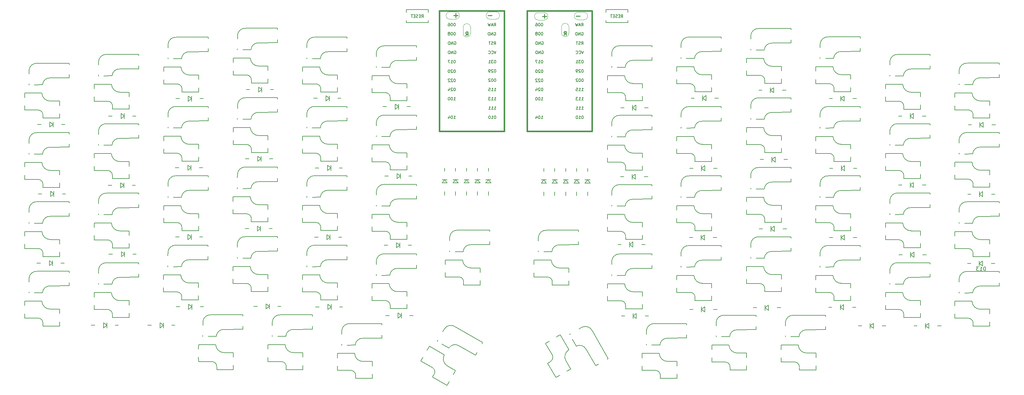
<source format=gbo>
%TF.GenerationSoftware,KiCad,Pcbnew,(6.0.4)*%
%TF.CreationDate,2023-10-02T11:20:09-05:00*%
%TF.ProjectId,RunType58,52756e54-7970-4653-9538-2e6b69636164,rev?*%
%TF.SameCoordinates,Original*%
%TF.FileFunction,Legend,Bot*%
%TF.FilePolarity,Positive*%
%FSLAX46Y46*%
G04 Gerber Fmt 4.6, Leading zero omitted, Abs format (unit mm)*
G04 Created by KiCad (PCBNEW (6.0.4)) date 2023-10-02 11:20:09*
%MOMM*%
%LPD*%
G01*
G04 APERTURE LIST*
G04 Aperture macros list*
%AMRotRect*
0 Rectangle, with rotation*
0 The origin of the aperture is its center*
0 $1 length*
0 $2 width*
0 $3 Rotation angle, in degrees counterclockwise*
0 Add horizontal line*
21,1,$1,$2,0,0,$3*%
G04 Aperture macros list end*
%ADD10C,0.254000*%
%ADD11C,0.280000*%
%ADD12C,0.150000*%
%ADD13C,0.381000*%
%ADD14C,0.120000*%
%ADD15C,1.752600*%
%ADD16C,0.100000*%
%ADD17C,1.900000*%
%ADD18C,1.700000*%
%ADD19C,3.000000*%
%ADD20C,4.000000*%
%ADD21R,2.000000X2.000000*%
%ADD22R,2.500000X2.500000*%
%ADD23R,1.900000X2.000000*%
%ADD24R,1.500000X1.800000*%
%ADD25R,1.998980X1.998980*%
%ADD26C,1.998980*%
%ADD27R,1.800000X1.500000*%
%ADD28C,1.000000*%
%ADD29C,2.000000*%
%ADD30C,1.397000*%
%ADD31RotRect,2.500000X2.500000X120.000000*%
%ADD32RotRect,2.000000X2.000000X120.000000*%
%ADD33RotRect,1.900000X2.000000X120.000000*%
%ADD34RotRect,2.000000X2.000000X150.000000*%
%ADD35RotRect,2.500000X2.500000X150.000000*%
%ADD36RotRect,1.900000X2.000000X150.000000*%
G04 APERTURE END LIST*
D10*
X176037723Y-29618819D02*
X176376390Y-29135009D01*
X176618295Y-29618819D02*
X176618295Y-28602819D01*
X176231247Y-28602819D01*
X176134485Y-28651200D01*
X176086104Y-28699580D01*
X176037723Y-28796342D01*
X176037723Y-28941485D01*
X176086104Y-29038247D01*
X176134485Y-29086628D01*
X176231247Y-29135009D01*
X176618295Y-29135009D01*
X149088323Y-29745819D02*
X149426990Y-29262009D01*
X149668895Y-29745819D02*
X149668895Y-28729819D01*
X149281847Y-28729819D01*
X149185085Y-28778200D01*
X149136704Y-28826580D01*
X149088323Y-28923342D01*
X149088323Y-29068485D01*
X149136704Y-29165247D01*
X149185085Y-29213628D01*
X149281847Y-29262009D01*
X149668895Y-29262009D01*
D11*
X171234028Y-24440342D02*
X170091171Y-24440342D01*
X170662600Y-25011771D02*
X170662600Y-23868914D01*
D12*
%TO.C,U1*%
X170042810Y-36492357D02*
X169966619Y-36492357D01*
X169890429Y-36530453D01*
X169852333Y-36568548D01*
X169814238Y-36644738D01*
X169776143Y-36797119D01*
X169776143Y-36987595D01*
X169814238Y-37139976D01*
X169852333Y-37216167D01*
X169890429Y-37254262D01*
X169966619Y-37292357D01*
X170042810Y-37292357D01*
X170119000Y-37254262D01*
X170157095Y-37216167D01*
X170195190Y-37139976D01*
X170233286Y-36987595D01*
X170233286Y-36797119D01*
X170195190Y-36644738D01*
X170157095Y-36568548D01*
X170119000Y-36530453D01*
X170042810Y-36492357D01*
X169014238Y-37292357D02*
X169471381Y-37292357D01*
X169242810Y-37292357D02*
X169242810Y-36492357D01*
X169319000Y-36606643D01*
X169395190Y-36682833D01*
X169471381Y-36720929D01*
X168747571Y-36492357D02*
X168214238Y-36492357D01*
X168557095Y-37292357D01*
X169776143Y-52532357D02*
X170233286Y-52532357D01*
X170004714Y-52532357D02*
X170004714Y-51732357D01*
X170080905Y-51846643D01*
X170157095Y-51922833D01*
X170233286Y-51960929D01*
X169280905Y-51732357D02*
X169204714Y-51732357D01*
X169128524Y-51770453D01*
X169090429Y-51808548D01*
X169052333Y-51884738D01*
X169014238Y-52037119D01*
X169014238Y-52227595D01*
X169052333Y-52379976D01*
X169090429Y-52456167D01*
X169128524Y-52494262D01*
X169204714Y-52532357D01*
X169280905Y-52532357D01*
X169357095Y-52494262D01*
X169395190Y-52456167D01*
X169433286Y-52379976D01*
X169471381Y-52227595D01*
X169471381Y-52037119D01*
X169433286Y-51884738D01*
X169395190Y-51808548D01*
X169357095Y-51770453D01*
X169280905Y-51732357D01*
X168328524Y-51999024D02*
X168328524Y-52532357D01*
X168519000Y-51694262D02*
X168709476Y-52265691D01*
X168214238Y-52265691D01*
X180850524Y-44912357D02*
X181307667Y-44912357D01*
X181079095Y-44912357D02*
X181079095Y-44112357D01*
X181155286Y-44226643D01*
X181231476Y-44302833D01*
X181307667Y-44340929D01*
X180088619Y-44912357D02*
X180545762Y-44912357D01*
X180317191Y-44912357D02*
X180317191Y-44112357D01*
X180393381Y-44226643D01*
X180469571Y-44302833D01*
X180545762Y-44340929D01*
X179364810Y-44112357D02*
X179745762Y-44112357D01*
X179783857Y-44493310D01*
X179745762Y-44455214D01*
X179669571Y-44417119D01*
X179479095Y-44417119D01*
X179402905Y-44455214D01*
X179364810Y-44493310D01*
X179326714Y-44569500D01*
X179326714Y-44759976D01*
X179364810Y-44836167D01*
X179402905Y-44874262D01*
X179479095Y-44912357D01*
X179669571Y-44912357D01*
X179745762Y-44874262D01*
X179783857Y-44836167D01*
X180850524Y-49992357D02*
X181307667Y-49992357D01*
X181079095Y-49992357D02*
X181079095Y-49192357D01*
X181155286Y-49306643D01*
X181231476Y-49382833D01*
X181307667Y-49420929D01*
X180088619Y-49992357D02*
X180545762Y-49992357D01*
X180317191Y-49992357D02*
X180317191Y-49192357D01*
X180393381Y-49306643D01*
X180469571Y-49382833D01*
X180545762Y-49420929D01*
X179326714Y-49992357D02*
X179783857Y-49992357D01*
X179555286Y-49992357D02*
X179555286Y-49192357D01*
X179631476Y-49306643D01*
X179707667Y-49382833D01*
X179783857Y-49420929D01*
X181117191Y-51732357D02*
X181041000Y-51732357D01*
X180964810Y-51770453D01*
X180926714Y-51808548D01*
X180888619Y-51884738D01*
X180850524Y-52037119D01*
X180850524Y-52227595D01*
X180888619Y-52379976D01*
X180926714Y-52456167D01*
X180964810Y-52494262D01*
X181041000Y-52532357D01*
X181117191Y-52532357D01*
X181193381Y-52494262D01*
X181231476Y-52456167D01*
X181269571Y-52379976D01*
X181307667Y-52227595D01*
X181307667Y-52037119D01*
X181269571Y-51884738D01*
X181231476Y-51808548D01*
X181193381Y-51770453D01*
X181117191Y-51732357D01*
X180088619Y-52532357D02*
X180545762Y-52532357D01*
X180317191Y-52532357D02*
X180317191Y-51732357D01*
X180393381Y-51846643D01*
X180469571Y-51922833D01*
X180545762Y-51960929D01*
X179593381Y-51732357D02*
X179517191Y-51732357D01*
X179441000Y-51770453D01*
X179402905Y-51808548D01*
X179364810Y-51884738D01*
X179326714Y-52037119D01*
X179326714Y-52227595D01*
X179364810Y-52379976D01*
X179402905Y-52456167D01*
X179441000Y-52494262D01*
X179517191Y-52532357D01*
X179593381Y-52532357D01*
X179669571Y-52494262D01*
X179707667Y-52456167D01*
X179745762Y-52379976D01*
X179783857Y-52227595D01*
X179783857Y-52037119D01*
X179745762Y-51884738D01*
X179707667Y-51808548D01*
X179669571Y-51770453D01*
X179593381Y-51732357D01*
X170042810Y-26332357D02*
X169966619Y-26332357D01*
X169890429Y-26370453D01*
X169852333Y-26408548D01*
X169814238Y-26484738D01*
X169776143Y-26637119D01*
X169776143Y-26827595D01*
X169814238Y-26979976D01*
X169852333Y-27056167D01*
X169890429Y-27094262D01*
X169966619Y-27132357D01*
X170042810Y-27132357D01*
X170119000Y-27094262D01*
X170157095Y-27056167D01*
X170195190Y-26979976D01*
X170233286Y-26827595D01*
X170233286Y-26637119D01*
X170195190Y-26484738D01*
X170157095Y-26408548D01*
X170119000Y-26370453D01*
X170042810Y-26332357D01*
X169280905Y-26332357D02*
X169204714Y-26332357D01*
X169128524Y-26370453D01*
X169090429Y-26408548D01*
X169052333Y-26484738D01*
X169014238Y-26637119D01*
X169014238Y-26827595D01*
X169052333Y-26979976D01*
X169090429Y-27056167D01*
X169128524Y-27094262D01*
X169204714Y-27132357D01*
X169280905Y-27132357D01*
X169357095Y-27094262D01*
X169395190Y-27056167D01*
X169433286Y-26979976D01*
X169471381Y-26827595D01*
X169471381Y-26637119D01*
X169433286Y-26484738D01*
X169395190Y-26408548D01*
X169357095Y-26370453D01*
X169280905Y-26332357D01*
X168328524Y-26332357D02*
X168480905Y-26332357D01*
X168557095Y-26370453D01*
X168595190Y-26408548D01*
X168671381Y-26522833D01*
X168709476Y-26675214D01*
X168709476Y-26979976D01*
X168671381Y-27056167D01*
X168633286Y-27094262D01*
X168557095Y-27132357D01*
X168404714Y-27132357D01*
X168328524Y-27094262D01*
X168290429Y-27056167D01*
X168252333Y-26979976D01*
X168252333Y-26789500D01*
X168290429Y-26713310D01*
X168328524Y-26675214D01*
X168404714Y-26637119D01*
X168557095Y-26637119D01*
X168633286Y-26675214D01*
X168671381Y-26713310D01*
X168709476Y-26789500D01*
X169928523Y-33990453D02*
X170004714Y-33952357D01*
X170119000Y-33952357D01*
X170233285Y-33990453D01*
X170309476Y-34066643D01*
X170347571Y-34142833D01*
X170385666Y-34295214D01*
X170385666Y-34409500D01*
X170347571Y-34561881D01*
X170309476Y-34638072D01*
X170233285Y-34714262D01*
X170119000Y-34752357D01*
X170042809Y-34752357D01*
X169928523Y-34714262D01*
X169890428Y-34676167D01*
X169890428Y-34409500D01*
X170042809Y-34409500D01*
X169547571Y-34752357D02*
X169547571Y-33952357D01*
X169090428Y-34752357D01*
X169090428Y-33952357D01*
X168709476Y-34752357D02*
X168709476Y-33952357D01*
X168519000Y-33952357D01*
X168404714Y-33990453D01*
X168328523Y-34066643D01*
X168290428Y-34142833D01*
X168252333Y-34295214D01*
X168252333Y-34409500D01*
X168290428Y-34561881D01*
X168328523Y-34638072D01*
X168404714Y-34714262D01*
X168519000Y-34752357D01*
X168709476Y-34752357D01*
X180850524Y-47452357D02*
X181307667Y-47452357D01*
X181079095Y-47452357D02*
X181079095Y-46652357D01*
X181155286Y-46766643D01*
X181231476Y-46842833D01*
X181307667Y-46880929D01*
X180088619Y-47452357D02*
X180545762Y-47452357D01*
X180317191Y-47452357D02*
X180317191Y-46652357D01*
X180393381Y-46766643D01*
X180469571Y-46842833D01*
X180545762Y-46880929D01*
X179821952Y-46652357D02*
X179326714Y-46652357D01*
X179593381Y-46957119D01*
X179479095Y-46957119D01*
X179402905Y-46995214D01*
X179364810Y-47033310D01*
X179326714Y-47109500D01*
X179326714Y-47299976D01*
X179364810Y-47376167D01*
X179402905Y-47414262D01*
X179479095Y-47452357D01*
X179707667Y-47452357D01*
X179783857Y-47414262D01*
X179821952Y-47376167D01*
X180806095Y-32212357D02*
X181072761Y-31831405D01*
X181263238Y-32212357D02*
X181263238Y-31412357D01*
X180958476Y-31412357D01*
X180882285Y-31450453D01*
X180844190Y-31488548D01*
X180806095Y-31564738D01*
X180806095Y-31679024D01*
X180844190Y-31755214D01*
X180882285Y-31793310D01*
X180958476Y-31831405D01*
X181263238Y-31831405D01*
X180501333Y-32174262D02*
X180387047Y-32212357D01*
X180196571Y-32212357D01*
X180120380Y-32174262D01*
X180082285Y-32136167D01*
X180044190Y-32059976D01*
X180044190Y-31983786D01*
X180082285Y-31907595D01*
X180120380Y-31869500D01*
X180196571Y-31831405D01*
X180348952Y-31793310D01*
X180425142Y-31755214D01*
X180463238Y-31717119D01*
X180501333Y-31640929D01*
X180501333Y-31564738D01*
X180463238Y-31488548D01*
X180425142Y-31450453D01*
X180348952Y-31412357D01*
X180158476Y-31412357D01*
X180044190Y-31450453D01*
X179815619Y-31412357D02*
X179358476Y-31412357D01*
X179587047Y-32212357D02*
X179587047Y-31412357D01*
X181383857Y-33952357D02*
X181117191Y-34752357D01*
X180850524Y-33952357D01*
X180126714Y-34676167D02*
X180164810Y-34714262D01*
X180279095Y-34752357D01*
X180355286Y-34752357D01*
X180469571Y-34714262D01*
X180545762Y-34638072D01*
X180583857Y-34561881D01*
X180621952Y-34409500D01*
X180621952Y-34295214D01*
X180583857Y-34142833D01*
X180545762Y-34066643D01*
X180469571Y-33990453D01*
X180355286Y-33952357D01*
X180279095Y-33952357D01*
X180164810Y-33990453D01*
X180126714Y-34028548D01*
X179326714Y-34676167D02*
X179364810Y-34714262D01*
X179479095Y-34752357D01*
X179555286Y-34752357D01*
X179669571Y-34714262D01*
X179745762Y-34638072D01*
X179783857Y-34561881D01*
X179821952Y-34409500D01*
X179821952Y-34295214D01*
X179783857Y-34142833D01*
X179745762Y-34066643D01*
X179669571Y-33990453D01*
X179555286Y-33952357D01*
X179479095Y-33952357D01*
X179364810Y-33990453D01*
X179326714Y-34028548D01*
X169776143Y-47452357D02*
X170233286Y-47452357D01*
X170004714Y-47452357D02*
X170004714Y-46652357D01*
X170080905Y-46766643D01*
X170157095Y-46842833D01*
X170233286Y-46880929D01*
X169280905Y-46652357D02*
X169204714Y-46652357D01*
X169128524Y-46690453D01*
X169090429Y-46728548D01*
X169052333Y-46804738D01*
X169014238Y-46957119D01*
X169014238Y-47147595D01*
X169052333Y-47299976D01*
X169090429Y-47376167D01*
X169128524Y-47414262D01*
X169204714Y-47452357D01*
X169280905Y-47452357D01*
X169357095Y-47414262D01*
X169395190Y-47376167D01*
X169433286Y-47299976D01*
X169471381Y-47147595D01*
X169471381Y-46957119D01*
X169433286Y-46804738D01*
X169395190Y-46728548D01*
X169357095Y-46690453D01*
X169280905Y-46652357D01*
X168519000Y-46652357D02*
X168442810Y-46652357D01*
X168366619Y-46690453D01*
X168328524Y-46728548D01*
X168290429Y-46804738D01*
X168252333Y-46957119D01*
X168252333Y-47147595D01*
X168290429Y-47299976D01*
X168328524Y-47376167D01*
X168366619Y-47414262D01*
X168442810Y-47452357D01*
X168519000Y-47452357D01*
X168595190Y-47414262D01*
X168633286Y-47376167D01*
X168671381Y-47299976D01*
X168709476Y-47147595D01*
X168709476Y-46957119D01*
X168671381Y-46804738D01*
X168633286Y-46728548D01*
X168595190Y-46690453D01*
X168519000Y-46652357D01*
X170042810Y-44102357D02*
X169966619Y-44102357D01*
X169890429Y-44140453D01*
X169852333Y-44178548D01*
X169814238Y-44254738D01*
X169776143Y-44407119D01*
X169776143Y-44597595D01*
X169814238Y-44749976D01*
X169852333Y-44826167D01*
X169890429Y-44864262D01*
X169966619Y-44902357D01*
X170042810Y-44902357D01*
X170119000Y-44864262D01*
X170157095Y-44826167D01*
X170195190Y-44749976D01*
X170233286Y-44597595D01*
X170233286Y-44407119D01*
X170195190Y-44254738D01*
X170157095Y-44178548D01*
X170119000Y-44140453D01*
X170042810Y-44102357D01*
X169471381Y-44178548D02*
X169433286Y-44140453D01*
X169357095Y-44102357D01*
X169166619Y-44102357D01*
X169090429Y-44140453D01*
X169052333Y-44178548D01*
X169014238Y-44254738D01*
X169014238Y-44330929D01*
X169052333Y-44445214D01*
X169509476Y-44902357D01*
X169014238Y-44902357D01*
X168328524Y-44369024D02*
X168328524Y-44902357D01*
X168519000Y-44064262D02*
X168709476Y-44635691D01*
X168214238Y-44635691D01*
X170042810Y-28802357D02*
X169966619Y-28802357D01*
X169890429Y-28840453D01*
X169852333Y-28878548D01*
X169814238Y-28954738D01*
X169776143Y-29107119D01*
X169776143Y-29297595D01*
X169814238Y-29449976D01*
X169852333Y-29526167D01*
X169890429Y-29564262D01*
X169966619Y-29602357D01*
X170042810Y-29602357D01*
X170119000Y-29564262D01*
X170157095Y-29526167D01*
X170195190Y-29449976D01*
X170233286Y-29297595D01*
X170233286Y-29107119D01*
X170195190Y-28954738D01*
X170157095Y-28878548D01*
X170119000Y-28840453D01*
X170042810Y-28802357D01*
X169280905Y-28802357D02*
X169204714Y-28802357D01*
X169128524Y-28840453D01*
X169090429Y-28878548D01*
X169052333Y-28954738D01*
X169014238Y-29107119D01*
X169014238Y-29297595D01*
X169052333Y-29449976D01*
X169090429Y-29526167D01*
X169128524Y-29564262D01*
X169204714Y-29602357D01*
X169280905Y-29602357D01*
X169357095Y-29564262D01*
X169395190Y-29526167D01*
X169433286Y-29449976D01*
X169471381Y-29297595D01*
X169471381Y-29107119D01*
X169433286Y-28954738D01*
X169395190Y-28878548D01*
X169357095Y-28840453D01*
X169280905Y-28802357D01*
X168557095Y-29145214D02*
X168633286Y-29107119D01*
X168671381Y-29069024D01*
X168709476Y-28992833D01*
X168709476Y-28954738D01*
X168671381Y-28878548D01*
X168633286Y-28840453D01*
X168557095Y-28802357D01*
X168404714Y-28802357D01*
X168328524Y-28840453D01*
X168290429Y-28878548D01*
X168252333Y-28954738D01*
X168252333Y-28992833D01*
X168290429Y-29069024D01*
X168328524Y-29107119D01*
X168404714Y-29145214D01*
X168557095Y-29145214D01*
X168633286Y-29183310D01*
X168671381Y-29221405D01*
X168709476Y-29297595D01*
X168709476Y-29449976D01*
X168671381Y-29526167D01*
X168633286Y-29564262D01*
X168557095Y-29602357D01*
X168404714Y-29602357D01*
X168328524Y-29564262D01*
X168290429Y-29526167D01*
X168252333Y-29449976D01*
X168252333Y-29297595D01*
X168290429Y-29221405D01*
X168328524Y-29183310D01*
X168404714Y-29145214D01*
X169928523Y-31450453D02*
X170004714Y-31412357D01*
X170119000Y-31412357D01*
X170233285Y-31450453D01*
X170309476Y-31526643D01*
X170347571Y-31602833D01*
X170385666Y-31755214D01*
X170385666Y-31869500D01*
X170347571Y-32021881D01*
X170309476Y-32098072D01*
X170233285Y-32174262D01*
X170119000Y-32212357D01*
X170042809Y-32212357D01*
X169928523Y-32174262D01*
X169890428Y-32136167D01*
X169890428Y-31869500D01*
X170042809Y-31869500D01*
X169547571Y-32212357D02*
X169547571Y-31412357D01*
X169090428Y-32212357D01*
X169090428Y-31412357D01*
X168709476Y-32212357D02*
X168709476Y-31412357D01*
X168519000Y-31412357D01*
X168404714Y-31450453D01*
X168328523Y-31526643D01*
X168290428Y-31602833D01*
X168252333Y-31755214D01*
X168252333Y-31869500D01*
X168290428Y-32021881D01*
X168328523Y-32098072D01*
X168404714Y-32174262D01*
X168519000Y-32212357D01*
X168709476Y-32212357D01*
X181117191Y-41572357D02*
X181041000Y-41572357D01*
X180964810Y-41610453D01*
X180926714Y-41648548D01*
X180888619Y-41724738D01*
X180850524Y-41877119D01*
X180850524Y-42067595D01*
X180888619Y-42219976D01*
X180926714Y-42296167D01*
X180964810Y-42334262D01*
X181041000Y-42372357D01*
X181117191Y-42372357D01*
X181193381Y-42334262D01*
X181231476Y-42296167D01*
X181269571Y-42219976D01*
X181307667Y-42067595D01*
X181307667Y-41877119D01*
X181269571Y-41724738D01*
X181231476Y-41648548D01*
X181193381Y-41610453D01*
X181117191Y-41572357D01*
X180355286Y-41572357D02*
X180279095Y-41572357D01*
X180202905Y-41610453D01*
X180164810Y-41648548D01*
X180126714Y-41724738D01*
X180088619Y-41877119D01*
X180088619Y-42067595D01*
X180126714Y-42219976D01*
X180164810Y-42296167D01*
X180202905Y-42334262D01*
X180279095Y-42372357D01*
X180355286Y-42372357D01*
X180431476Y-42334262D01*
X180469571Y-42296167D01*
X180507667Y-42219976D01*
X180545762Y-42067595D01*
X180545762Y-41877119D01*
X180507667Y-41724738D01*
X180469571Y-41648548D01*
X180431476Y-41610453D01*
X180355286Y-41572357D01*
X179783857Y-41648548D02*
X179745762Y-41610453D01*
X179669571Y-41572357D01*
X179479095Y-41572357D01*
X179402905Y-41610453D01*
X179364810Y-41648548D01*
X179326714Y-41724738D01*
X179326714Y-41800929D01*
X179364810Y-41915214D01*
X179821952Y-42372357D01*
X179326714Y-42372357D01*
X170042810Y-39102357D02*
X169966619Y-39102357D01*
X169890429Y-39140453D01*
X169852333Y-39178548D01*
X169814238Y-39254738D01*
X169776143Y-39407119D01*
X169776143Y-39597595D01*
X169814238Y-39749976D01*
X169852333Y-39826167D01*
X169890429Y-39864262D01*
X169966619Y-39902357D01*
X170042810Y-39902357D01*
X170119000Y-39864262D01*
X170157095Y-39826167D01*
X170195190Y-39749976D01*
X170233286Y-39597595D01*
X170233286Y-39407119D01*
X170195190Y-39254738D01*
X170157095Y-39178548D01*
X170119000Y-39140453D01*
X170042810Y-39102357D01*
X169471381Y-39178548D02*
X169433286Y-39140453D01*
X169357095Y-39102357D01*
X169166619Y-39102357D01*
X169090429Y-39140453D01*
X169052333Y-39178548D01*
X169014238Y-39254738D01*
X169014238Y-39330929D01*
X169052333Y-39445214D01*
X169509476Y-39902357D01*
X169014238Y-39902357D01*
X168519000Y-39102357D02*
X168442810Y-39102357D01*
X168366619Y-39140453D01*
X168328524Y-39178548D01*
X168290429Y-39254738D01*
X168252333Y-39407119D01*
X168252333Y-39597595D01*
X168290429Y-39749976D01*
X168328524Y-39826167D01*
X168366619Y-39864262D01*
X168442810Y-39902357D01*
X168519000Y-39902357D01*
X168595190Y-39864262D01*
X168633286Y-39826167D01*
X168671381Y-39749976D01*
X168709476Y-39597595D01*
X168709476Y-39407119D01*
X168671381Y-39254738D01*
X168633286Y-39178548D01*
X168595190Y-39140453D01*
X168519000Y-39102357D01*
X180806095Y-27132357D02*
X181072762Y-26751405D01*
X181263238Y-27132357D02*
X181263238Y-26332357D01*
X180958476Y-26332357D01*
X180882286Y-26370453D01*
X180844191Y-26408548D01*
X180806095Y-26484738D01*
X180806095Y-26599024D01*
X180844191Y-26675214D01*
X180882286Y-26713310D01*
X180958476Y-26751405D01*
X181263238Y-26751405D01*
X180501334Y-26903786D02*
X180120381Y-26903786D01*
X180577524Y-27132357D02*
X180310857Y-26332357D01*
X180044191Y-27132357D01*
X179853715Y-26332357D02*
X179663238Y-27132357D01*
X179510857Y-26560929D01*
X179358476Y-27132357D01*
X179168000Y-26332357D01*
X181117191Y-39032357D02*
X181041000Y-39032357D01*
X180964810Y-39070453D01*
X180926714Y-39108548D01*
X180888619Y-39184738D01*
X180850524Y-39337119D01*
X180850524Y-39527595D01*
X180888619Y-39679976D01*
X180926714Y-39756167D01*
X180964810Y-39794262D01*
X181041000Y-39832357D01*
X181117191Y-39832357D01*
X181193381Y-39794262D01*
X181231476Y-39756167D01*
X181269571Y-39679976D01*
X181307667Y-39527595D01*
X181307667Y-39337119D01*
X181269571Y-39184738D01*
X181231476Y-39108548D01*
X181193381Y-39070453D01*
X181117191Y-39032357D01*
X180545762Y-39108548D02*
X180507667Y-39070453D01*
X180431476Y-39032357D01*
X180241000Y-39032357D01*
X180164810Y-39070453D01*
X180126714Y-39108548D01*
X180088619Y-39184738D01*
X180088619Y-39260929D01*
X180126714Y-39375214D01*
X180583857Y-39832357D01*
X180088619Y-39832357D01*
X179707667Y-39832357D02*
X179555286Y-39832357D01*
X179479095Y-39794262D01*
X179441000Y-39756167D01*
X179364810Y-39641881D01*
X179326714Y-39489500D01*
X179326714Y-39184738D01*
X179364810Y-39108548D01*
X179402905Y-39070453D01*
X179479095Y-39032357D01*
X179631476Y-39032357D01*
X179707667Y-39070453D01*
X179745762Y-39108548D01*
X179783857Y-39184738D01*
X179783857Y-39375214D01*
X179745762Y-39451405D01*
X179707667Y-39489500D01*
X179631476Y-39527595D01*
X179479095Y-39527595D01*
X179402905Y-39489500D01*
X179364810Y-39451405D01*
X179326714Y-39375214D01*
X180844190Y-28910453D02*
X180920381Y-28872357D01*
X181034667Y-28872357D01*
X181148952Y-28910453D01*
X181225143Y-28986643D01*
X181263238Y-29062833D01*
X181301333Y-29215214D01*
X181301333Y-29329500D01*
X181263238Y-29481881D01*
X181225143Y-29558072D01*
X181148952Y-29634262D01*
X181034667Y-29672357D01*
X180958476Y-29672357D01*
X180844190Y-29634262D01*
X180806095Y-29596167D01*
X180806095Y-29329500D01*
X180958476Y-29329500D01*
X180463238Y-29672357D02*
X180463238Y-28872357D01*
X180006095Y-29672357D01*
X180006095Y-28872357D01*
X179625143Y-29672357D02*
X179625143Y-28872357D01*
X179434667Y-28872357D01*
X179320381Y-28910453D01*
X179244190Y-28986643D01*
X179206095Y-29062833D01*
X179168000Y-29215214D01*
X179168000Y-29329500D01*
X179206095Y-29481881D01*
X179244190Y-29558072D01*
X179320381Y-29634262D01*
X179434667Y-29672357D01*
X179625143Y-29672357D01*
X170042810Y-41602357D02*
X169966619Y-41602357D01*
X169890429Y-41640453D01*
X169852333Y-41678548D01*
X169814238Y-41754738D01*
X169776143Y-41907119D01*
X169776143Y-42097595D01*
X169814238Y-42249976D01*
X169852333Y-42326167D01*
X169890429Y-42364262D01*
X169966619Y-42402357D01*
X170042810Y-42402357D01*
X170119000Y-42364262D01*
X170157095Y-42326167D01*
X170195190Y-42249976D01*
X170233286Y-42097595D01*
X170233286Y-41907119D01*
X170195190Y-41754738D01*
X170157095Y-41678548D01*
X170119000Y-41640453D01*
X170042810Y-41602357D01*
X169471381Y-41678548D02*
X169433286Y-41640453D01*
X169357095Y-41602357D01*
X169166619Y-41602357D01*
X169090429Y-41640453D01*
X169052333Y-41678548D01*
X169014238Y-41754738D01*
X169014238Y-41830929D01*
X169052333Y-41945214D01*
X169509476Y-42402357D01*
X169014238Y-42402357D01*
X168709476Y-41678548D02*
X168671381Y-41640453D01*
X168595190Y-41602357D01*
X168404714Y-41602357D01*
X168328524Y-41640453D01*
X168290429Y-41678548D01*
X168252333Y-41754738D01*
X168252333Y-41830929D01*
X168290429Y-41945214D01*
X168747571Y-42402357D01*
X168252333Y-42402357D01*
X181117191Y-36492357D02*
X181041000Y-36492357D01*
X180964810Y-36530453D01*
X180926714Y-36568548D01*
X180888619Y-36644738D01*
X180850524Y-36797119D01*
X180850524Y-36987595D01*
X180888619Y-37139976D01*
X180926714Y-37216167D01*
X180964810Y-37254262D01*
X181041000Y-37292357D01*
X181117191Y-37292357D01*
X181193381Y-37254262D01*
X181231476Y-37216167D01*
X181269571Y-37139976D01*
X181307667Y-36987595D01*
X181307667Y-36797119D01*
X181269571Y-36644738D01*
X181231476Y-36568548D01*
X181193381Y-36530453D01*
X181117191Y-36492357D01*
X180583857Y-36492357D02*
X180088619Y-36492357D01*
X180355286Y-36797119D01*
X180241000Y-36797119D01*
X180164810Y-36835214D01*
X180126714Y-36873310D01*
X180088619Y-36949500D01*
X180088619Y-37139976D01*
X180126714Y-37216167D01*
X180164810Y-37254262D01*
X180241000Y-37292357D01*
X180469571Y-37292357D01*
X180545762Y-37254262D01*
X180583857Y-37216167D01*
X179326714Y-37292357D02*
X179783857Y-37292357D01*
X179555286Y-37292357D02*
X179555286Y-36492357D01*
X179631476Y-36606643D01*
X179707667Y-36682833D01*
X179783857Y-36720929D01*
%TO.C,RSW2*%
X137001104Y-24801904D02*
X137267771Y-24420952D01*
X137458247Y-24801904D02*
X137458247Y-24001904D01*
X137153485Y-24001904D01*
X137077295Y-24040000D01*
X137039200Y-24078095D01*
X137001104Y-24154285D01*
X137001104Y-24268571D01*
X137039200Y-24344761D01*
X137077295Y-24382857D01*
X137153485Y-24420952D01*
X137458247Y-24420952D01*
X136658247Y-24382857D02*
X136391580Y-24382857D01*
X136277295Y-24801904D02*
X136658247Y-24801904D01*
X136658247Y-24001904D01*
X136277295Y-24001904D01*
X135972533Y-24763809D02*
X135858247Y-24801904D01*
X135667771Y-24801904D01*
X135591580Y-24763809D01*
X135553485Y-24725714D01*
X135515390Y-24649523D01*
X135515390Y-24573333D01*
X135553485Y-24497142D01*
X135591580Y-24459047D01*
X135667771Y-24420952D01*
X135820152Y-24382857D01*
X135896342Y-24344761D01*
X135934438Y-24306666D01*
X135972533Y-24230476D01*
X135972533Y-24154285D01*
X135934438Y-24078095D01*
X135896342Y-24040000D01*
X135820152Y-24001904D01*
X135629676Y-24001904D01*
X135515390Y-24040000D01*
X135172533Y-24382857D02*
X134905866Y-24382857D01*
X134791580Y-24801904D02*
X135172533Y-24801904D01*
X135172533Y-24001904D01*
X134791580Y-24001904D01*
X134563009Y-24001904D02*
X134105866Y-24001904D01*
X134334438Y-24801904D02*
X134334438Y-24001904D01*
%TO.C,D13*%
X291514285Y-94152380D02*
X291514285Y-93152380D01*
X291276190Y-93152380D01*
X291133333Y-93200000D01*
X291038095Y-93295238D01*
X290990476Y-93390476D01*
X290942857Y-93580952D01*
X290942857Y-93723809D01*
X290990476Y-93914285D01*
X291038095Y-94009523D01*
X291133333Y-94104761D01*
X291276190Y-94152380D01*
X291514285Y-94152380D01*
X289990476Y-94152380D02*
X290561904Y-94152380D01*
X290276190Y-94152380D02*
X290276190Y-93152380D01*
X290371428Y-93295238D01*
X290466666Y-93390476D01*
X290561904Y-93438095D01*
X289657142Y-93152380D02*
X289038095Y-93152380D01*
X289371428Y-93533333D01*
X289228571Y-93533333D01*
X289133333Y-93580952D01*
X289085714Y-93628571D01*
X289038095Y-93723809D01*
X289038095Y-93961904D01*
X289085714Y-94057142D01*
X289133333Y-94104761D01*
X289228571Y-94152380D01*
X289514285Y-94152380D01*
X289609523Y-94104761D01*
X289657142Y-94057142D01*
D11*
%TO.C,BatEntry2*%
X146919281Y-24202396D02*
X145776424Y-24202396D01*
X146347853Y-24773825D02*
X146347853Y-23630968D01*
D12*
%TO.C,RSW1*%
X191661904Y-24801904D02*
X191928571Y-24420952D01*
X192119047Y-24801904D02*
X192119047Y-24001904D01*
X191814285Y-24001904D01*
X191738095Y-24040000D01*
X191700000Y-24078095D01*
X191661904Y-24154285D01*
X191661904Y-24268571D01*
X191700000Y-24344761D01*
X191738095Y-24382857D01*
X191814285Y-24420952D01*
X192119047Y-24420952D01*
X191319047Y-24382857D02*
X191052380Y-24382857D01*
X190938095Y-24801904D02*
X191319047Y-24801904D01*
X191319047Y-24001904D01*
X190938095Y-24001904D01*
X190633333Y-24763809D02*
X190519047Y-24801904D01*
X190328571Y-24801904D01*
X190252380Y-24763809D01*
X190214285Y-24725714D01*
X190176190Y-24649523D01*
X190176190Y-24573333D01*
X190214285Y-24497142D01*
X190252380Y-24459047D01*
X190328571Y-24420952D01*
X190480952Y-24382857D01*
X190557142Y-24344761D01*
X190595238Y-24306666D01*
X190633333Y-24230476D01*
X190633333Y-24154285D01*
X190595238Y-24078095D01*
X190557142Y-24040000D01*
X190480952Y-24001904D01*
X190290476Y-24001904D01*
X190176190Y-24040000D01*
X189833333Y-24382857D02*
X189566666Y-24382857D01*
X189452380Y-24801904D02*
X189833333Y-24801904D01*
X189833333Y-24001904D01*
X189452380Y-24001904D01*
X189223809Y-24001904D02*
X188766666Y-24001904D01*
X188995238Y-24801904D02*
X188995238Y-24001904D01*
%TO.C,U2*%
X146072810Y-39098654D02*
X145996619Y-39098654D01*
X145920429Y-39136750D01*
X145882333Y-39174845D01*
X145844238Y-39251035D01*
X145806143Y-39403416D01*
X145806143Y-39593892D01*
X145844238Y-39746273D01*
X145882333Y-39822464D01*
X145920429Y-39860559D01*
X145996619Y-39898654D01*
X146072810Y-39898654D01*
X146149000Y-39860559D01*
X146187095Y-39822464D01*
X146225190Y-39746273D01*
X146263286Y-39593892D01*
X146263286Y-39403416D01*
X146225190Y-39251035D01*
X146187095Y-39174845D01*
X146149000Y-39136750D01*
X146072810Y-39098654D01*
X145501381Y-39174845D02*
X145463286Y-39136750D01*
X145387095Y-39098654D01*
X145196619Y-39098654D01*
X145120429Y-39136750D01*
X145082333Y-39174845D01*
X145044238Y-39251035D01*
X145044238Y-39327226D01*
X145082333Y-39441511D01*
X145539476Y-39898654D01*
X145044238Y-39898654D01*
X144549000Y-39098654D02*
X144472810Y-39098654D01*
X144396619Y-39136750D01*
X144358524Y-39174845D01*
X144320429Y-39251035D01*
X144282333Y-39403416D01*
X144282333Y-39593892D01*
X144320429Y-39746273D01*
X144358524Y-39822464D01*
X144396619Y-39860559D01*
X144472810Y-39898654D01*
X144549000Y-39898654D01*
X144625190Y-39860559D01*
X144663286Y-39822464D01*
X144701381Y-39746273D01*
X144739476Y-39593892D01*
X144739476Y-39403416D01*
X144701381Y-39251035D01*
X144663286Y-39174845D01*
X144625190Y-39136750D01*
X144549000Y-39098654D01*
X146072810Y-36488654D02*
X145996619Y-36488654D01*
X145920429Y-36526750D01*
X145882333Y-36564845D01*
X145844238Y-36641035D01*
X145806143Y-36793416D01*
X145806143Y-36983892D01*
X145844238Y-37136273D01*
X145882333Y-37212464D01*
X145920429Y-37250559D01*
X145996619Y-37288654D01*
X146072810Y-37288654D01*
X146149000Y-37250559D01*
X146187095Y-37212464D01*
X146225190Y-37136273D01*
X146263286Y-36983892D01*
X146263286Y-36793416D01*
X146225190Y-36641035D01*
X146187095Y-36564845D01*
X146149000Y-36526750D01*
X146072810Y-36488654D01*
X145044238Y-37288654D02*
X145501381Y-37288654D01*
X145272810Y-37288654D02*
X145272810Y-36488654D01*
X145349000Y-36602940D01*
X145425190Y-36679130D01*
X145501381Y-36717226D01*
X144777571Y-36488654D02*
X144244238Y-36488654D01*
X144587095Y-37288654D01*
X145958523Y-31446750D02*
X146034714Y-31408654D01*
X146149000Y-31408654D01*
X146263285Y-31446750D01*
X146339476Y-31522940D01*
X146377571Y-31599130D01*
X146415666Y-31751511D01*
X146415666Y-31865797D01*
X146377571Y-32018178D01*
X146339476Y-32094369D01*
X146263285Y-32170559D01*
X146149000Y-32208654D01*
X146072809Y-32208654D01*
X145958523Y-32170559D01*
X145920428Y-32132464D01*
X145920428Y-31865797D01*
X146072809Y-31865797D01*
X145577571Y-32208654D02*
X145577571Y-31408654D01*
X145120428Y-32208654D01*
X145120428Y-31408654D01*
X144739476Y-32208654D02*
X144739476Y-31408654D01*
X144549000Y-31408654D01*
X144434714Y-31446750D01*
X144358523Y-31522940D01*
X144320428Y-31599130D01*
X144282333Y-31751511D01*
X144282333Y-31865797D01*
X144320428Y-32018178D01*
X144358523Y-32094369D01*
X144434714Y-32170559D01*
X144549000Y-32208654D01*
X144739476Y-32208654D01*
X145806143Y-52528654D02*
X146263286Y-52528654D01*
X146034714Y-52528654D02*
X146034714Y-51728654D01*
X146110905Y-51842940D01*
X146187095Y-51919130D01*
X146263286Y-51957226D01*
X145310905Y-51728654D02*
X145234714Y-51728654D01*
X145158524Y-51766750D01*
X145120429Y-51804845D01*
X145082333Y-51881035D01*
X145044238Y-52033416D01*
X145044238Y-52223892D01*
X145082333Y-52376273D01*
X145120429Y-52452464D01*
X145158524Y-52490559D01*
X145234714Y-52528654D01*
X145310905Y-52528654D01*
X145387095Y-52490559D01*
X145425190Y-52452464D01*
X145463286Y-52376273D01*
X145501381Y-52223892D01*
X145501381Y-52033416D01*
X145463286Y-51881035D01*
X145425190Y-51804845D01*
X145387095Y-51766750D01*
X145310905Y-51728654D01*
X144358524Y-51995321D02*
X144358524Y-52528654D01*
X144549000Y-51690559D02*
X144739476Y-52261988D01*
X144244238Y-52261988D01*
X146072810Y-28798654D02*
X145996619Y-28798654D01*
X145920429Y-28836750D01*
X145882333Y-28874845D01*
X145844238Y-28951035D01*
X145806143Y-29103416D01*
X145806143Y-29293892D01*
X145844238Y-29446273D01*
X145882333Y-29522464D01*
X145920429Y-29560559D01*
X145996619Y-29598654D01*
X146072810Y-29598654D01*
X146149000Y-29560559D01*
X146187095Y-29522464D01*
X146225190Y-29446273D01*
X146263286Y-29293892D01*
X146263286Y-29103416D01*
X146225190Y-28951035D01*
X146187095Y-28874845D01*
X146149000Y-28836750D01*
X146072810Y-28798654D01*
X145310905Y-28798654D02*
X145234714Y-28798654D01*
X145158524Y-28836750D01*
X145120429Y-28874845D01*
X145082333Y-28951035D01*
X145044238Y-29103416D01*
X145044238Y-29293892D01*
X145082333Y-29446273D01*
X145120429Y-29522464D01*
X145158524Y-29560559D01*
X145234714Y-29598654D01*
X145310905Y-29598654D01*
X145387095Y-29560559D01*
X145425190Y-29522464D01*
X145463286Y-29446273D01*
X145501381Y-29293892D01*
X145501381Y-29103416D01*
X145463286Y-28951035D01*
X145425190Y-28874845D01*
X145387095Y-28836750D01*
X145310905Y-28798654D01*
X144587095Y-29141511D02*
X144663286Y-29103416D01*
X144701381Y-29065321D01*
X144739476Y-28989130D01*
X144739476Y-28951035D01*
X144701381Y-28874845D01*
X144663286Y-28836750D01*
X144587095Y-28798654D01*
X144434714Y-28798654D01*
X144358524Y-28836750D01*
X144320429Y-28874845D01*
X144282333Y-28951035D01*
X144282333Y-28989130D01*
X144320429Y-29065321D01*
X144358524Y-29103416D01*
X144434714Y-29141511D01*
X144587095Y-29141511D01*
X144663286Y-29179607D01*
X144701381Y-29217702D01*
X144739476Y-29293892D01*
X144739476Y-29446273D01*
X144701381Y-29522464D01*
X144663286Y-29560559D01*
X144587095Y-29598654D01*
X144434714Y-29598654D01*
X144358524Y-29560559D01*
X144320429Y-29522464D01*
X144282333Y-29446273D01*
X144282333Y-29293892D01*
X144320429Y-29217702D01*
X144358524Y-29179607D01*
X144434714Y-29141511D01*
X156874190Y-28906750D02*
X156950381Y-28868654D01*
X157064667Y-28868654D01*
X157178952Y-28906750D01*
X157255143Y-28982940D01*
X157293238Y-29059130D01*
X157331333Y-29211511D01*
X157331333Y-29325797D01*
X157293238Y-29478178D01*
X157255143Y-29554369D01*
X157178952Y-29630559D01*
X157064667Y-29668654D01*
X156988476Y-29668654D01*
X156874190Y-29630559D01*
X156836095Y-29592464D01*
X156836095Y-29325797D01*
X156988476Y-29325797D01*
X156493238Y-29668654D02*
X156493238Y-28868654D01*
X156036095Y-29668654D01*
X156036095Y-28868654D01*
X155655143Y-29668654D02*
X155655143Y-28868654D01*
X155464667Y-28868654D01*
X155350381Y-28906750D01*
X155274190Y-28982940D01*
X155236095Y-29059130D01*
X155198000Y-29211511D01*
X155198000Y-29325797D01*
X155236095Y-29478178D01*
X155274190Y-29554369D01*
X155350381Y-29630559D01*
X155464667Y-29668654D01*
X155655143Y-29668654D01*
X156880524Y-44908654D02*
X157337667Y-44908654D01*
X157109095Y-44908654D02*
X157109095Y-44108654D01*
X157185286Y-44222940D01*
X157261476Y-44299130D01*
X157337667Y-44337226D01*
X156118619Y-44908654D02*
X156575762Y-44908654D01*
X156347191Y-44908654D02*
X156347191Y-44108654D01*
X156423381Y-44222940D01*
X156499571Y-44299130D01*
X156575762Y-44337226D01*
X155394810Y-44108654D02*
X155775762Y-44108654D01*
X155813857Y-44489607D01*
X155775762Y-44451511D01*
X155699571Y-44413416D01*
X155509095Y-44413416D01*
X155432905Y-44451511D01*
X155394810Y-44489607D01*
X155356714Y-44565797D01*
X155356714Y-44756273D01*
X155394810Y-44832464D01*
X155432905Y-44870559D01*
X155509095Y-44908654D01*
X155699571Y-44908654D01*
X155775762Y-44870559D01*
X155813857Y-44832464D01*
X146072810Y-26328654D02*
X145996619Y-26328654D01*
X145920429Y-26366750D01*
X145882333Y-26404845D01*
X145844238Y-26481035D01*
X145806143Y-26633416D01*
X145806143Y-26823892D01*
X145844238Y-26976273D01*
X145882333Y-27052464D01*
X145920429Y-27090559D01*
X145996619Y-27128654D01*
X146072810Y-27128654D01*
X146149000Y-27090559D01*
X146187095Y-27052464D01*
X146225190Y-26976273D01*
X146263286Y-26823892D01*
X146263286Y-26633416D01*
X146225190Y-26481035D01*
X146187095Y-26404845D01*
X146149000Y-26366750D01*
X146072810Y-26328654D01*
X145310905Y-26328654D02*
X145234714Y-26328654D01*
X145158524Y-26366750D01*
X145120429Y-26404845D01*
X145082333Y-26481035D01*
X145044238Y-26633416D01*
X145044238Y-26823892D01*
X145082333Y-26976273D01*
X145120429Y-27052464D01*
X145158524Y-27090559D01*
X145234714Y-27128654D01*
X145310905Y-27128654D01*
X145387095Y-27090559D01*
X145425190Y-27052464D01*
X145463286Y-26976273D01*
X145501381Y-26823892D01*
X145501381Y-26633416D01*
X145463286Y-26481035D01*
X145425190Y-26404845D01*
X145387095Y-26366750D01*
X145310905Y-26328654D01*
X144358524Y-26328654D02*
X144510905Y-26328654D01*
X144587095Y-26366750D01*
X144625190Y-26404845D01*
X144701381Y-26519130D01*
X144739476Y-26671511D01*
X144739476Y-26976273D01*
X144701381Y-27052464D01*
X144663286Y-27090559D01*
X144587095Y-27128654D01*
X144434714Y-27128654D01*
X144358524Y-27090559D01*
X144320429Y-27052464D01*
X144282333Y-26976273D01*
X144282333Y-26785797D01*
X144320429Y-26709607D01*
X144358524Y-26671511D01*
X144434714Y-26633416D01*
X144587095Y-26633416D01*
X144663286Y-26671511D01*
X144701381Y-26709607D01*
X144739476Y-26785797D01*
X157413857Y-33948654D02*
X157147191Y-34748654D01*
X156880524Y-33948654D01*
X156156714Y-34672464D02*
X156194810Y-34710559D01*
X156309095Y-34748654D01*
X156385286Y-34748654D01*
X156499571Y-34710559D01*
X156575762Y-34634369D01*
X156613857Y-34558178D01*
X156651952Y-34405797D01*
X156651952Y-34291511D01*
X156613857Y-34139130D01*
X156575762Y-34062940D01*
X156499571Y-33986750D01*
X156385286Y-33948654D01*
X156309095Y-33948654D01*
X156194810Y-33986750D01*
X156156714Y-34024845D01*
X155356714Y-34672464D02*
X155394810Y-34710559D01*
X155509095Y-34748654D01*
X155585286Y-34748654D01*
X155699571Y-34710559D01*
X155775762Y-34634369D01*
X155813857Y-34558178D01*
X155851952Y-34405797D01*
X155851952Y-34291511D01*
X155813857Y-34139130D01*
X155775762Y-34062940D01*
X155699571Y-33986750D01*
X155585286Y-33948654D01*
X155509095Y-33948654D01*
X155394810Y-33986750D01*
X155356714Y-34024845D01*
X145806143Y-47448654D02*
X146263286Y-47448654D01*
X146034714Y-47448654D02*
X146034714Y-46648654D01*
X146110905Y-46762940D01*
X146187095Y-46839130D01*
X146263286Y-46877226D01*
X145310905Y-46648654D02*
X145234714Y-46648654D01*
X145158524Y-46686750D01*
X145120429Y-46724845D01*
X145082333Y-46801035D01*
X145044238Y-46953416D01*
X145044238Y-47143892D01*
X145082333Y-47296273D01*
X145120429Y-47372464D01*
X145158524Y-47410559D01*
X145234714Y-47448654D01*
X145310905Y-47448654D01*
X145387095Y-47410559D01*
X145425190Y-47372464D01*
X145463286Y-47296273D01*
X145501381Y-47143892D01*
X145501381Y-46953416D01*
X145463286Y-46801035D01*
X145425190Y-46724845D01*
X145387095Y-46686750D01*
X145310905Y-46648654D01*
X144549000Y-46648654D02*
X144472810Y-46648654D01*
X144396619Y-46686750D01*
X144358524Y-46724845D01*
X144320429Y-46801035D01*
X144282333Y-46953416D01*
X144282333Y-47143892D01*
X144320429Y-47296273D01*
X144358524Y-47372464D01*
X144396619Y-47410559D01*
X144472810Y-47448654D01*
X144549000Y-47448654D01*
X144625190Y-47410559D01*
X144663286Y-47372464D01*
X144701381Y-47296273D01*
X144739476Y-47143892D01*
X144739476Y-46953416D01*
X144701381Y-46801035D01*
X144663286Y-46724845D01*
X144625190Y-46686750D01*
X144549000Y-46648654D01*
X156836095Y-27128654D02*
X157102762Y-26747702D01*
X157293238Y-27128654D02*
X157293238Y-26328654D01*
X156988476Y-26328654D01*
X156912286Y-26366750D01*
X156874191Y-26404845D01*
X156836095Y-26481035D01*
X156836095Y-26595321D01*
X156874191Y-26671511D01*
X156912286Y-26709607D01*
X156988476Y-26747702D01*
X157293238Y-26747702D01*
X156531334Y-26900083D02*
X156150381Y-26900083D01*
X156607524Y-27128654D02*
X156340857Y-26328654D01*
X156074191Y-27128654D01*
X155883715Y-26328654D02*
X155693238Y-27128654D01*
X155540857Y-26557226D01*
X155388476Y-27128654D01*
X155198000Y-26328654D01*
X156880524Y-47448654D02*
X157337667Y-47448654D01*
X157109095Y-47448654D02*
X157109095Y-46648654D01*
X157185286Y-46762940D01*
X157261476Y-46839130D01*
X157337667Y-46877226D01*
X156118619Y-47448654D02*
X156575762Y-47448654D01*
X156347191Y-47448654D02*
X156347191Y-46648654D01*
X156423381Y-46762940D01*
X156499571Y-46839130D01*
X156575762Y-46877226D01*
X155851952Y-46648654D02*
X155356714Y-46648654D01*
X155623381Y-46953416D01*
X155509095Y-46953416D01*
X155432905Y-46991511D01*
X155394810Y-47029607D01*
X155356714Y-47105797D01*
X155356714Y-47296273D01*
X155394810Y-47372464D01*
X155432905Y-47410559D01*
X155509095Y-47448654D01*
X155737667Y-47448654D01*
X155813857Y-47410559D01*
X155851952Y-47372464D01*
X157147191Y-41568654D02*
X157071000Y-41568654D01*
X156994810Y-41606750D01*
X156956714Y-41644845D01*
X156918619Y-41721035D01*
X156880524Y-41873416D01*
X156880524Y-42063892D01*
X156918619Y-42216273D01*
X156956714Y-42292464D01*
X156994810Y-42330559D01*
X157071000Y-42368654D01*
X157147191Y-42368654D01*
X157223381Y-42330559D01*
X157261476Y-42292464D01*
X157299571Y-42216273D01*
X157337667Y-42063892D01*
X157337667Y-41873416D01*
X157299571Y-41721035D01*
X157261476Y-41644845D01*
X157223381Y-41606750D01*
X157147191Y-41568654D01*
X156385286Y-41568654D02*
X156309095Y-41568654D01*
X156232905Y-41606750D01*
X156194810Y-41644845D01*
X156156714Y-41721035D01*
X156118619Y-41873416D01*
X156118619Y-42063892D01*
X156156714Y-42216273D01*
X156194810Y-42292464D01*
X156232905Y-42330559D01*
X156309095Y-42368654D01*
X156385286Y-42368654D01*
X156461476Y-42330559D01*
X156499571Y-42292464D01*
X156537667Y-42216273D01*
X156575762Y-42063892D01*
X156575762Y-41873416D01*
X156537667Y-41721035D01*
X156499571Y-41644845D01*
X156461476Y-41606750D01*
X156385286Y-41568654D01*
X155813857Y-41644845D02*
X155775762Y-41606750D01*
X155699571Y-41568654D01*
X155509095Y-41568654D01*
X155432905Y-41606750D01*
X155394810Y-41644845D01*
X155356714Y-41721035D01*
X155356714Y-41797226D01*
X155394810Y-41911511D01*
X155851952Y-42368654D01*
X155356714Y-42368654D01*
X157147191Y-51728654D02*
X157071000Y-51728654D01*
X156994810Y-51766750D01*
X156956714Y-51804845D01*
X156918619Y-51881035D01*
X156880524Y-52033416D01*
X156880524Y-52223892D01*
X156918619Y-52376273D01*
X156956714Y-52452464D01*
X156994810Y-52490559D01*
X157071000Y-52528654D01*
X157147191Y-52528654D01*
X157223381Y-52490559D01*
X157261476Y-52452464D01*
X157299571Y-52376273D01*
X157337667Y-52223892D01*
X157337667Y-52033416D01*
X157299571Y-51881035D01*
X157261476Y-51804845D01*
X157223381Y-51766750D01*
X157147191Y-51728654D01*
X156118619Y-52528654D02*
X156575762Y-52528654D01*
X156347191Y-52528654D02*
X156347191Y-51728654D01*
X156423381Y-51842940D01*
X156499571Y-51919130D01*
X156575762Y-51957226D01*
X155623381Y-51728654D02*
X155547191Y-51728654D01*
X155471000Y-51766750D01*
X155432905Y-51804845D01*
X155394810Y-51881035D01*
X155356714Y-52033416D01*
X155356714Y-52223892D01*
X155394810Y-52376273D01*
X155432905Y-52452464D01*
X155471000Y-52490559D01*
X155547191Y-52528654D01*
X155623381Y-52528654D01*
X155699571Y-52490559D01*
X155737667Y-52452464D01*
X155775762Y-52376273D01*
X155813857Y-52223892D01*
X155813857Y-52033416D01*
X155775762Y-51881035D01*
X155737667Y-51804845D01*
X155699571Y-51766750D01*
X155623381Y-51728654D01*
X157147191Y-36488654D02*
X157071000Y-36488654D01*
X156994810Y-36526750D01*
X156956714Y-36564845D01*
X156918619Y-36641035D01*
X156880524Y-36793416D01*
X156880524Y-36983892D01*
X156918619Y-37136273D01*
X156956714Y-37212464D01*
X156994810Y-37250559D01*
X157071000Y-37288654D01*
X157147191Y-37288654D01*
X157223381Y-37250559D01*
X157261476Y-37212464D01*
X157299571Y-37136273D01*
X157337667Y-36983892D01*
X157337667Y-36793416D01*
X157299571Y-36641035D01*
X157261476Y-36564845D01*
X157223381Y-36526750D01*
X157147191Y-36488654D01*
X156613857Y-36488654D02*
X156118619Y-36488654D01*
X156385286Y-36793416D01*
X156271000Y-36793416D01*
X156194810Y-36831511D01*
X156156714Y-36869607D01*
X156118619Y-36945797D01*
X156118619Y-37136273D01*
X156156714Y-37212464D01*
X156194810Y-37250559D01*
X156271000Y-37288654D01*
X156499571Y-37288654D01*
X156575762Y-37250559D01*
X156613857Y-37212464D01*
X155356714Y-37288654D02*
X155813857Y-37288654D01*
X155585286Y-37288654D02*
X155585286Y-36488654D01*
X155661476Y-36602940D01*
X155737667Y-36679130D01*
X155813857Y-36717226D01*
X146072810Y-41598654D02*
X145996619Y-41598654D01*
X145920429Y-41636750D01*
X145882333Y-41674845D01*
X145844238Y-41751035D01*
X145806143Y-41903416D01*
X145806143Y-42093892D01*
X145844238Y-42246273D01*
X145882333Y-42322464D01*
X145920429Y-42360559D01*
X145996619Y-42398654D01*
X146072810Y-42398654D01*
X146149000Y-42360559D01*
X146187095Y-42322464D01*
X146225190Y-42246273D01*
X146263286Y-42093892D01*
X146263286Y-41903416D01*
X146225190Y-41751035D01*
X146187095Y-41674845D01*
X146149000Y-41636750D01*
X146072810Y-41598654D01*
X145501381Y-41674845D02*
X145463286Y-41636750D01*
X145387095Y-41598654D01*
X145196619Y-41598654D01*
X145120429Y-41636750D01*
X145082333Y-41674845D01*
X145044238Y-41751035D01*
X145044238Y-41827226D01*
X145082333Y-41941511D01*
X145539476Y-42398654D01*
X145044238Y-42398654D01*
X144739476Y-41674845D02*
X144701381Y-41636750D01*
X144625190Y-41598654D01*
X144434714Y-41598654D01*
X144358524Y-41636750D01*
X144320429Y-41674845D01*
X144282333Y-41751035D01*
X144282333Y-41827226D01*
X144320429Y-41941511D01*
X144777571Y-42398654D01*
X144282333Y-42398654D01*
X145958523Y-33986750D02*
X146034714Y-33948654D01*
X146149000Y-33948654D01*
X146263285Y-33986750D01*
X146339476Y-34062940D01*
X146377571Y-34139130D01*
X146415666Y-34291511D01*
X146415666Y-34405797D01*
X146377571Y-34558178D01*
X146339476Y-34634369D01*
X146263285Y-34710559D01*
X146149000Y-34748654D01*
X146072809Y-34748654D01*
X145958523Y-34710559D01*
X145920428Y-34672464D01*
X145920428Y-34405797D01*
X146072809Y-34405797D01*
X145577571Y-34748654D02*
X145577571Y-33948654D01*
X145120428Y-34748654D01*
X145120428Y-33948654D01*
X144739476Y-34748654D02*
X144739476Y-33948654D01*
X144549000Y-33948654D01*
X144434714Y-33986750D01*
X144358523Y-34062940D01*
X144320428Y-34139130D01*
X144282333Y-34291511D01*
X144282333Y-34405797D01*
X144320428Y-34558178D01*
X144358523Y-34634369D01*
X144434714Y-34710559D01*
X144549000Y-34748654D01*
X144739476Y-34748654D01*
X157147191Y-39028654D02*
X157071000Y-39028654D01*
X156994810Y-39066750D01*
X156956714Y-39104845D01*
X156918619Y-39181035D01*
X156880524Y-39333416D01*
X156880524Y-39523892D01*
X156918619Y-39676273D01*
X156956714Y-39752464D01*
X156994810Y-39790559D01*
X157071000Y-39828654D01*
X157147191Y-39828654D01*
X157223381Y-39790559D01*
X157261476Y-39752464D01*
X157299571Y-39676273D01*
X157337667Y-39523892D01*
X157337667Y-39333416D01*
X157299571Y-39181035D01*
X157261476Y-39104845D01*
X157223381Y-39066750D01*
X157147191Y-39028654D01*
X156575762Y-39104845D02*
X156537667Y-39066750D01*
X156461476Y-39028654D01*
X156271000Y-39028654D01*
X156194810Y-39066750D01*
X156156714Y-39104845D01*
X156118619Y-39181035D01*
X156118619Y-39257226D01*
X156156714Y-39371511D01*
X156613857Y-39828654D01*
X156118619Y-39828654D01*
X155737667Y-39828654D02*
X155585286Y-39828654D01*
X155509095Y-39790559D01*
X155471000Y-39752464D01*
X155394810Y-39638178D01*
X155356714Y-39485797D01*
X155356714Y-39181035D01*
X155394810Y-39104845D01*
X155432905Y-39066750D01*
X155509095Y-39028654D01*
X155661476Y-39028654D01*
X155737667Y-39066750D01*
X155775762Y-39104845D01*
X155813857Y-39181035D01*
X155813857Y-39371511D01*
X155775762Y-39447702D01*
X155737667Y-39485797D01*
X155661476Y-39523892D01*
X155509095Y-39523892D01*
X155432905Y-39485797D01*
X155394810Y-39447702D01*
X155356714Y-39371511D01*
X146072810Y-44098654D02*
X145996619Y-44098654D01*
X145920429Y-44136750D01*
X145882333Y-44174845D01*
X145844238Y-44251035D01*
X145806143Y-44403416D01*
X145806143Y-44593892D01*
X145844238Y-44746273D01*
X145882333Y-44822464D01*
X145920429Y-44860559D01*
X145996619Y-44898654D01*
X146072810Y-44898654D01*
X146149000Y-44860559D01*
X146187095Y-44822464D01*
X146225190Y-44746273D01*
X146263286Y-44593892D01*
X146263286Y-44403416D01*
X146225190Y-44251035D01*
X146187095Y-44174845D01*
X146149000Y-44136750D01*
X146072810Y-44098654D01*
X145501381Y-44174845D02*
X145463286Y-44136750D01*
X145387095Y-44098654D01*
X145196619Y-44098654D01*
X145120429Y-44136750D01*
X145082333Y-44174845D01*
X145044238Y-44251035D01*
X145044238Y-44327226D01*
X145082333Y-44441511D01*
X145539476Y-44898654D01*
X145044238Y-44898654D01*
X144358524Y-44365321D02*
X144358524Y-44898654D01*
X144549000Y-44060559D02*
X144739476Y-44631988D01*
X144244238Y-44631988D01*
X156880524Y-49988654D02*
X157337667Y-49988654D01*
X157109095Y-49988654D02*
X157109095Y-49188654D01*
X157185286Y-49302940D01*
X157261476Y-49379130D01*
X157337667Y-49417226D01*
X156118619Y-49988654D02*
X156575762Y-49988654D01*
X156347191Y-49988654D02*
X156347191Y-49188654D01*
X156423381Y-49302940D01*
X156499571Y-49379130D01*
X156575762Y-49417226D01*
X155356714Y-49988654D02*
X155813857Y-49988654D01*
X155585286Y-49988654D02*
X155585286Y-49188654D01*
X155661476Y-49302940D01*
X155737667Y-49379130D01*
X155813857Y-49417226D01*
X156836095Y-32208654D02*
X157102761Y-31827702D01*
X157293238Y-32208654D02*
X157293238Y-31408654D01*
X156988476Y-31408654D01*
X156912285Y-31446750D01*
X156874190Y-31484845D01*
X156836095Y-31561035D01*
X156836095Y-31675321D01*
X156874190Y-31751511D01*
X156912285Y-31789607D01*
X156988476Y-31827702D01*
X157293238Y-31827702D01*
X156531333Y-32170559D02*
X156417047Y-32208654D01*
X156226571Y-32208654D01*
X156150380Y-32170559D01*
X156112285Y-32132464D01*
X156074190Y-32056273D01*
X156074190Y-31980083D01*
X156112285Y-31903892D01*
X156150380Y-31865797D01*
X156226571Y-31827702D01*
X156378952Y-31789607D01*
X156455142Y-31751511D01*
X156493238Y-31713416D01*
X156531333Y-31637226D01*
X156531333Y-31561035D01*
X156493238Y-31484845D01*
X156455142Y-31446750D01*
X156378952Y-31408654D01*
X156188476Y-31408654D01*
X156074190Y-31446750D01*
X155845619Y-31408654D02*
X155388476Y-31408654D01*
X155617047Y-32208654D02*
X155617047Y-31408654D01*
D11*
%TO.C,BatGND2*%
X155150718Y-24243003D02*
X156293575Y-24243003D01*
%TO.C,BatGND1*%
X179290718Y-24403003D02*
X180433575Y-24403003D01*
D12*
%TO.C,SW53*%
X40420000Y-94356000D02*
X40420000Y-94710000D01*
X37795000Y-109385000D02*
X33245000Y-109385000D01*
X29431000Y-96240000D02*
X29430000Y-97250000D01*
X37795000Y-104735000D02*
X35245000Y-104735000D01*
X40420000Y-98310000D02*
X40420000Y-97460000D01*
X32945000Y-102535000D02*
X28245000Y-102535000D01*
X40420000Y-98310000D02*
X35270000Y-98356000D01*
X32020000Y-107185000D02*
X28245000Y-107185000D01*
X29420000Y-100260000D02*
X29420000Y-99985000D01*
X33120000Y-100240000D02*
X30900000Y-100260000D01*
X40420000Y-94356000D02*
X31695000Y-94356000D01*
X28245000Y-107185000D02*
X28240000Y-105970000D01*
X37795000Y-109385000D02*
X37800000Y-108170000D01*
X28245000Y-102535000D02*
X28240000Y-103750000D01*
X33240000Y-108660000D02*
X33240000Y-109360000D01*
X37795000Y-104735000D02*
X37800000Y-105960000D01*
X33240000Y-108610000D02*
G75*
G03*
X32020000Y-107190000I-1320000J100000D01*
G01*
X32950000Y-102560000D02*
G75*
G03*
X35320000Y-104730000I2270000J100000D01*
G01*
X31695000Y-94356000D02*
G75*
G03*
X29431000Y-96240000I-190000J-2074000D01*
G01*
X35295000Y-98360000D02*
G75*
G03*
X33120000Y-100240000I-182394J-1987131D01*
G01*
%TO.C,SW2*%
X286900000Y-50125000D02*
X283125000Y-50125000D01*
X295300000Y-41250000D02*
X290150000Y-41296000D01*
X295300000Y-41250000D02*
X295300000Y-40400000D01*
X287825000Y-45475000D02*
X283125000Y-45475000D01*
X288120000Y-51600000D02*
X288120000Y-52300000D01*
X292675000Y-52325000D02*
X288125000Y-52325000D01*
X292675000Y-47675000D02*
X292680000Y-48900000D01*
X295300000Y-37296000D02*
X286575000Y-37296000D01*
X283125000Y-50125000D02*
X283120000Y-48910000D01*
X284311000Y-39180000D02*
X284310000Y-40190000D01*
X283125000Y-45475000D02*
X283120000Y-46690000D01*
X288000000Y-43180000D02*
X285780000Y-43200000D01*
X284300000Y-43200000D02*
X284300000Y-42925000D01*
X292675000Y-52325000D02*
X292680000Y-51110000D01*
X295300000Y-37296000D02*
X295300000Y-37650000D01*
X292675000Y-47675000D02*
X290125000Y-47675000D01*
X290175000Y-41300000D02*
G75*
G03*
X288000000Y-43180000I-182394J-1987131D01*
G01*
X287830000Y-45500000D02*
G75*
G03*
X290200000Y-47670000I2270000J100000D01*
G01*
X286575000Y-37296000D02*
G75*
G03*
X284311000Y-39180000I-190000J-2074000D01*
G01*
X288120000Y-51550000D02*
G75*
G03*
X286900000Y-50130000I-1320000J100000D01*
G01*
%TO.C,D58*%
X149317460Y-69220000D02*
X150017460Y-70120000D01*
X150017460Y-69220000D02*
X148617460Y-69220000D01*
X149317460Y-66920000D02*
X149317460Y-66020000D01*
X150017460Y-70120000D02*
X148617460Y-70120000D01*
X148617460Y-70120000D02*
X149317460Y-69220000D01*
X149317460Y-72520000D02*
X149317460Y-73520000D01*
%TO.C,D55*%
X153017460Y-69220000D02*
X151617460Y-69220000D01*
X151617460Y-70120000D02*
X152317460Y-69220000D01*
X152317460Y-72520000D02*
X152317460Y-73520000D01*
X153017460Y-70120000D02*
X151617460Y-70120000D01*
X152317460Y-66920000D02*
X152317460Y-66020000D01*
X152317460Y-69220000D02*
X153017460Y-70120000D01*
%TO.C,D57*%
X146310000Y-69220000D02*
X147010000Y-70120000D01*
X146310000Y-66920000D02*
X146310000Y-66020000D01*
X147010000Y-69220000D02*
X145610000Y-69220000D01*
X145610000Y-70120000D02*
X146310000Y-69220000D01*
X146310000Y-72520000D02*
X146310000Y-73520000D01*
X147010000Y-70120000D02*
X145610000Y-70120000D01*
%TO.C,D25*%
X217000000Y-104800000D02*
X218000000Y-104800000D01*
X211400000Y-104800000D02*
X210500000Y-104800000D01*
X214600000Y-105500000D02*
X213700000Y-104800000D01*
X213700000Y-104100000D02*
X213700000Y-105500000D01*
X214600000Y-104100000D02*
X214600000Y-105500000D01*
X213700000Y-104800000D02*
X214600000Y-104100000D01*
%TO.C,D46*%
X38200000Y-92110000D02*
X39100000Y-92110000D01*
X35000000Y-91410000D02*
X35900000Y-92110000D01*
X35900000Y-92110000D02*
X35000000Y-92810000D01*
X32600000Y-92110000D02*
X31600000Y-92110000D01*
X35000000Y-92810000D02*
X35000000Y-91410000D01*
X35900000Y-92810000D02*
X35900000Y-91410000D01*
%TO.C,SW25*%
X208100000Y-93200000D02*
X208100000Y-92925000D01*
X216475000Y-102325000D02*
X211925000Y-102325000D01*
X216475000Y-102325000D02*
X216480000Y-101110000D01*
X219100000Y-87296000D02*
X210375000Y-87296000D01*
X206925000Y-100125000D02*
X206920000Y-98910000D01*
X216475000Y-97675000D02*
X213925000Y-97675000D01*
X206925000Y-95475000D02*
X206920000Y-96690000D01*
X210700000Y-100125000D02*
X206925000Y-100125000D01*
X219100000Y-87296000D02*
X219100000Y-87650000D01*
X211625000Y-95475000D02*
X206925000Y-95475000D01*
X216475000Y-97675000D02*
X216480000Y-98900000D01*
X211800000Y-93180000D02*
X209580000Y-93200000D01*
X219100000Y-91250000D02*
X213950000Y-91296000D01*
X208111000Y-89180000D02*
X208110000Y-90190000D01*
X211920000Y-101600000D02*
X211920000Y-102300000D01*
X219100000Y-91250000D02*
X219100000Y-90400000D01*
X211630000Y-95500000D02*
G75*
G03*
X214000000Y-97670000I2270000J100000D01*
G01*
X210375000Y-87296000D02*
G75*
G03*
X208111000Y-89180000I-190000J-2074000D01*
G01*
X213975000Y-91300000D02*
G75*
G03*
X211800000Y-93180000I-182394J-1987131D01*
G01*
X211920000Y-101550000D02*
G75*
G03*
X210700000Y-100130000I-1320000J100000D01*
G01*
%TO.C,SW12*%
X208100000Y-55100000D02*
X208100000Y-54825000D01*
X206925000Y-62025000D02*
X206920000Y-60810000D01*
X216475000Y-59575000D02*
X213925000Y-59575000D01*
X219100000Y-53150000D02*
X213950000Y-53196000D01*
X219100000Y-53150000D02*
X219100000Y-52300000D01*
X211800000Y-55080000D02*
X209580000Y-55100000D01*
X211920000Y-63500000D02*
X211920000Y-64200000D01*
X216475000Y-64225000D02*
X216480000Y-63010000D01*
X216475000Y-64225000D02*
X211925000Y-64225000D01*
X219100000Y-49196000D02*
X210375000Y-49196000D01*
X210700000Y-62025000D02*
X206925000Y-62025000D01*
X216475000Y-59575000D02*
X216480000Y-60800000D01*
X208111000Y-51080000D02*
X208110000Y-52090000D01*
X206925000Y-57375000D02*
X206920000Y-58590000D01*
X211625000Y-57375000D02*
X206925000Y-57375000D01*
X219100000Y-49196000D02*
X219100000Y-49550000D01*
X211630000Y-57400000D02*
G75*
G03*
X214000000Y-59570000I2270000J100000D01*
G01*
X211920000Y-63450000D02*
G75*
G03*
X210700000Y-62030000I-1320000J100000D01*
G01*
X210375000Y-49196000D02*
G75*
G03*
X208111000Y-51080000I-190000J-2074000D01*
G01*
X213975000Y-53200000D02*
G75*
G03*
X211800000Y-55080000I-182394J-1987131D01*
G01*
%TO.C,D56*%
X144000000Y-70120000D02*
X142600000Y-70120000D01*
X144000000Y-69220000D02*
X142600000Y-69220000D01*
X143300000Y-66920000D02*
X143300000Y-66020000D01*
X142600000Y-70120000D02*
X143300000Y-69220000D01*
X143300000Y-69220000D02*
X144000000Y-70120000D01*
X143300000Y-72520000D02*
X143300000Y-73520000D01*
%TO.C,D38*%
X111230000Y-66710000D02*
X111230000Y-65310000D01*
X111230000Y-65310000D02*
X112130000Y-66010000D01*
X108830000Y-66010000D02*
X107830000Y-66010000D01*
X112130000Y-66710000D02*
X112130000Y-65310000D01*
X112130000Y-66010000D02*
X111230000Y-66710000D01*
X114430000Y-66010000D02*
X115330000Y-66010000D01*
%TO.C,SW1*%
X189091208Y-38421497D02*
X189091208Y-38146497D01*
X192616208Y-40696497D02*
X187916208Y-40696497D01*
X192791208Y-38401497D02*
X190571208Y-38421497D01*
X187916208Y-40696497D02*
X187911208Y-41911497D01*
X197466208Y-47546497D02*
X197471208Y-46331497D01*
X197466208Y-47546497D02*
X192916208Y-47546497D01*
X197466208Y-42896497D02*
X194916208Y-42896497D01*
X200091208Y-32517497D02*
X200091208Y-32871497D01*
X192911208Y-46821497D02*
X192911208Y-47521497D01*
X197466208Y-42896497D02*
X197471208Y-44121497D01*
X189102208Y-34401497D02*
X189101208Y-35411497D01*
X191691208Y-45346497D02*
X187916208Y-45346497D01*
X187916208Y-45346497D02*
X187911208Y-44131497D01*
X200091208Y-36471497D02*
X194941208Y-36517497D01*
X200091208Y-32517497D02*
X191366208Y-32517497D01*
X200091208Y-36471497D02*
X200091208Y-35621497D01*
X194966208Y-36521497D02*
G75*
G03*
X192791208Y-38401497I-182394J-1987131D01*
G01*
X192911208Y-46771497D02*
G75*
G03*
X191691208Y-45351497I-1320000J100000D01*
G01*
X191366208Y-32517497D02*
G75*
G03*
X189102208Y-34401497I-190000J-2074000D01*
G01*
X192621208Y-40721497D02*
G75*
G03*
X194991208Y-42891497I2270000J100000D01*
G01*
%TO.C,SW13*%
X292675000Y-85675000D02*
X290125000Y-85675000D01*
X286900000Y-88125000D02*
X283125000Y-88125000D01*
X295300000Y-75296000D02*
X295300000Y-75650000D01*
X284311000Y-77180000D02*
X284310000Y-78190000D01*
X284300000Y-81200000D02*
X284300000Y-80925000D01*
X283125000Y-88125000D02*
X283120000Y-86910000D01*
X295300000Y-79250000D02*
X290150000Y-79296000D01*
X287825000Y-83475000D02*
X283125000Y-83475000D01*
X292675000Y-85675000D02*
X292680000Y-86900000D01*
X292675000Y-90325000D02*
X292680000Y-89110000D01*
X295300000Y-75296000D02*
X286575000Y-75296000D01*
X283125000Y-83475000D02*
X283120000Y-84690000D01*
X288000000Y-81180000D02*
X285780000Y-81200000D01*
X292675000Y-90325000D02*
X288125000Y-90325000D01*
X288120000Y-89600000D02*
X288120000Y-90300000D01*
X295300000Y-79250000D02*
X295300000Y-78400000D01*
X286575000Y-75296000D02*
G75*
G03*
X284311000Y-77180000I-190000J-2074000D01*
G01*
X287830000Y-83500000D02*
G75*
G03*
X290200000Y-85670000I2270000J100000D01*
G01*
X288120000Y-89550000D02*
G75*
G03*
X286900000Y-88130000I-1320000J100000D01*
G01*
X290175000Y-79300000D02*
G75*
G03*
X288000000Y-81180000I-182394J-1987131D01*
G01*
%TO.C,SW14*%
X238200000Y-65896000D02*
X238200000Y-66250000D01*
X235575000Y-80925000D02*
X231025000Y-80925000D01*
X230900000Y-71780000D02*
X228680000Y-71800000D01*
X231020000Y-80200000D02*
X231020000Y-80900000D01*
X235575000Y-80925000D02*
X235580000Y-79710000D01*
X235575000Y-76275000D02*
X235580000Y-77500000D01*
X238200000Y-69850000D02*
X238200000Y-69000000D01*
X227211000Y-67780000D02*
X227210000Y-68790000D01*
X235575000Y-76275000D02*
X233025000Y-76275000D01*
X226025000Y-78725000D02*
X226020000Y-77510000D01*
X230725000Y-74075000D02*
X226025000Y-74075000D01*
X238200000Y-69850000D02*
X233050000Y-69896000D01*
X226025000Y-74075000D02*
X226020000Y-75290000D01*
X227200000Y-71800000D02*
X227200000Y-71525000D01*
X238200000Y-65896000D02*
X229475000Y-65896000D01*
X229800000Y-78725000D02*
X226025000Y-78725000D01*
X230730000Y-74100000D02*
G75*
G03*
X233100000Y-76270000I2270000J100000D01*
G01*
X231020000Y-80150000D02*
G75*
G03*
X229800000Y-78730000I-1320000J100000D01*
G01*
X229475000Y-65896000D02*
G75*
G03*
X227211000Y-67780000I-190000J-2074000D01*
G01*
X233075000Y-69900000D02*
G75*
G03*
X230900000Y-71780000I-182394J-1987131D01*
G01*
%TO.C,SW38*%
X113925000Y-64185000D02*
X113930000Y-62970000D01*
X116550000Y-49156000D02*
X116550000Y-49510000D01*
X113925000Y-64185000D02*
X109375000Y-64185000D01*
X116550000Y-49156000D02*
X107825000Y-49156000D01*
X109370000Y-63460000D02*
X109370000Y-64160000D01*
X113925000Y-59535000D02*
X113930000Y-60760000D01*
X116550000Y-53110000D02*
X116550000Y-52260000D01*
X104375000Y-61985000D02*
X104370000Y-60770000D01*
X108150000Y-61985000D02*
X104375000Y-61985000D01*
X105561000Y-51040000D02*
X105560000Y-52050000D01*
X104375000Y-57335000D02*
X104370000Y-58550000D01*
X113925000Y-59535000D02*
X111375000Y-59535000D01*
X116550000Y-53110000D02*
X111400000Y-53156000D01*
X109075000Y-57335000D02*
X104375000Y-57335000D01*
X109250000Y-55040000D02*
X107030000Y-55060000D01*
X105550000Y-55060000D02*
X105550000Y-54785000D01*
X109370000Y-63410000D02*
G75*
G03*
X108150000Y-61990000I-1320000J100000D01*
G01*
X109080000Y-57360000D02*
G75*
G03*
X111450000Y-59530000I2270000J100000D01*
G01*
X111425000Y-53160000D02*
G75*
G03*
X109250000Y-55040000I-182394J-1987131D01*
G01*
X107825000Y-49156000D02*
G75*
G03*
X105561000Y-51040000I-190000J-2074000D01*
G01*
%TO.C,SW26*%
X235525000Y-119225000D02*
X235520000Y-118010000D01*
X247700000Y-106396000D02*
X238975000Y-106396000D01*
X245075000Y-121425000D02*
X245080000Y-120210000D01*
X240225000Y-114575000D02*
X235525000Y-114575000D01*
X235525000Y-114575000D02*
X235520000Y-115790000D01*
X245075000Y-121425000D02*
X240525000Y-121425000D01*
X240520000Y-120700000D02*
X240520000Y-121400000D01*
X245075000Y-116775000D02*
X242525000Y-116775000D01*
X247700000Y-110350000D02*
X247700000Y-109500000D01*
X236700000Y-112300000D02*
X236700000Y-112025000D01*
X239300000Y-119225000D02*
X235525000Y-119225000D01*
X247700000Y-106396000D02*
X247700000Y-106750000D01*
X236711000Y-108280000D02*
X236710000Y-109290000D01*
X245075000Y-116775000D02*
X245080000Y-118000000D01*
X247700000Y-110350000D02*
X242550000Y-110396000D01*
X240400000Y-112280000D02*
X238180000Y-112300000D01*
X242575000Y-110400000D02*
G75*
G03*
X240400000Y-112280000I-182394J-1987131D01*
G01*
X240230000Y-114600000D02*
G75*
G03*
X242600000Y-116770000I2270000J100000D01*
G01*
X238975000Y-106396000D02*
G75*
G03*
X236711000Y-108280000I-190000J-2074000D01*
G01*
X240520000Y-120650000D02*
G75*
G03*
X239300000Y-119230000I-1320000J100000D01*
G01*
%TO.C,D51*%
X114520000Y-104120000D02*
X115420000Y-104120000D01*
X112220000Y-104120000D02*
X111320000Y-104820000D01*
X112220000Y-104820000D02*
X112220000Y-103420000D01*
X111320000Y-104820000D02*
X111320000Y-103420000D01*
X108920000Y-104120000D02*
X107920000Y-104120000D01*
X111320000Y-103420000D02*
X112220000Y-104120000D01*
%TO.C,D7*%
X287540000Y-73202540D02*
X286640000Y-73202540D01*
X290740000Y-73902540D02*
X289840000Y-73202540D01*
X289840000Y-72502540D02*
X289840000Y-73902540D01*
X293140000Y-73202540D02*
X294140000Y-73202540D01*
X290740000Y-72502540D02*
X290740000Y-73902540D01*
X289840000Y-73202540D02*
X290740000Y-72502540D01*
D13*
%TO.C,U1*%
X183670000Y-22960453D02*
X165890000Y-22960453D01*
X183670000Y-55980453D02*
X183670000Y-22960453D01*
X165890000Y-22960453D02*
X165890000Y-55980453D01*
X165890000Y-55980453D02*
X183670000Y-55980453D01*
D12*
%TO.C,D10*%
X268600000Y-70700000D02*
X267700000Y-70700000D01*
X274200000Y-70700000D02*
X275200000Y-70700000D01*
X270900000Y-70000000D02*
X270900000Y-71400000D01*
X270900000Y-70700000D02*
X271800000Y-70000000D01*
X271800000Y-71400000D02*
X270900000Y-70700000D01*
X271800000Y-70000000D02*
X271800000Y-71400000D01*
%TO.C,D24*%
X195840000Y-107302540D02*
X194940000Y-106602540D01*
X198240000Y-106602540D02*
X199240000Y-106602540D01*
X192640000Y-106602540D02*
X191740000Y-106602540D01*
X195840000Y-105902540D02*
X195840000Y-107302540D01*
X194940000Y-105902540D02*
X194940000Y-107302540D01*
X194940000Y-106602540D02*
X195840000Y-105902540D01*
%TO.C,SW54*%
X56845000Y-102395000D02*
X56850000Y-103620000D01*
X51995000Y-100195000D02*
X47295000Y-100195000D01*
X56845000Y-107045000D02*
X56850000Y-105830000D01*
X52170000Y-97900000D02*
X49950000Y-97920000D01*
X47295000Y-100195000D02*
X47290000Y-101410000D01*
X48481000Y-93900000D02*
X48480000Y-94910000D01*
X59470000Y-92016000D02*
X59470000Y-92370000D01*
X52290000Y-106320000D02*
X52290000Y-107020000D01*
X59470000Y-92016000D02*
X50745000Y-92016000D01*
X47295000Y-104845000D02*
X47290000Y-103630000D01*
X59470000Y-95970000D02*
X59470000Y-95120000D01*
X56845000Y-107045000D02*
X52295000Y-107045000D01*
X56845000Y-102395000D02*
X54295000Y-102395000D01*
X59470000Y-95970000D02*
X54320000Y-96016000D01*
X48470000Y-97920000D02*
X48470000Y-97645000D01*
X51070000Y-104845000D02*
X47295000Y-104845000D01*
X50745000Y-92016000D02*
G75*
G03*
X48481000Y-93900000I-190000J-2074000D01*
G01*
X52000000Y-100220000D02*
G75*
G03*
X54370000Y-102390000I2270000J100000D01*
G01*
X54345000Y-96020000D02*
G75*
G03*
X52170000Y-97900000I-182394J-1987131D01*
G01*
X52290000Y-106270000D02*
G75*
G03*
X51070000Y-104850000I-1320000J100000D01*
G01*
%TO.C,SW5*%
X264125000Y-43075000D02*
X264120000Y-44290000D01*
X273675000Y-49925000D02*
X269125000Y-49925000D01*
X273675000Y-45275000D02*
X271125000Y-45275000D01*
X265311000Y-36780000D02*
X265310000Y-37790000D01*
X269120000Y-49200000D02*
X269120000Y-49900000D01*
X276300000Y-34896000D02*
X276300000Y-35250000D01*
X267900000Y-47725000D02*
X264125000Y-47725000D01*
X276300000Y-38850000D02*
X271150000Y-38896000D01*
X265300000Y-40800000D02*
X265300000Y-40525000D01*
X273675000Y-45275000D02*
X273680000Y-46500000D01*
X273675000Y-49925000D02*
X273680000Y-48710000D01*
X269000000Y-40780000D02*
X266780000Y-40800000D01*
X276300000Y-38850000D02*
X276300000Y-38000000D01*
X264125000Y-47725000D02*
X264120000Y-46510000D01*
X268825000Y-43075000D02*
X264125000Y-43075000D01*
X276300000Y-34896000D02*
X267575000Y-34896000D01*
X267575000Y-34896000D02*
G75*
G03*
X265311000Y-36780000I-190000J-2074000D01*
G01*
X268830000Y-43100000D02*
G75*
G03*
X271200000Y-45270000I2270000J100000D01*
G01*
X271175000Y-38900000D02*
G75*
G03*
X269000000Y-40780000I-182394J-1987131D01*
G01*
X269120000Y-49150000D02*
G75*
G03*
X267900000Y-47730000I-1320000J100000D01*
G01*
%TO.C,SW39*%
X132975000Y-66565000D02*
X128425000Y-66565000D01*
X135600000Y-51536000D02*
X126875000Y-51536000D01*
X127200000Y-64365000D02*
X123425000Y-64365000D01*
X124600000Y-57440000D02*
X124600000Y-57165000D01*
X132975000Y-61915000D02*
X132980000Y-63140000D01*
X128420000Y-65840000D02*
X128420000Y-66540000D01*
X128125000Y-59715000D02*
X123425000Y-59715000D01*
X124611000Y-53420000D02*
X124610000Y-54430000D01*
X123425000Y-59715000D02*
X123420000Y-60930000D01*
X128300000Y-57420000D02*
X126080000Y-57440000D01*
X132975000Y-61915000D02*
X130425000Y-61915000D01*
X123425000Y-64365000D02*
X123420000Y-63150000D01*
X135600000Y-55490000D02*
X130450000Y-55536000D01*
X132975000Y-66565000D02*
X132980000Y-65350000D01*
X135600000Y-55490000D02*
X135600000Y-54640000D01*
X135600000Y-51536000D02*
X135600000Y-51890000D01*
X128130000Y-59740000D02*
G75*
G03*
X130500000Y-61910000I2270000J100000D01*
G01*
X130475000Y-55540000D02*
G75*
G03*
X128300000Y-57420000I-182394J-1987131D01*
G01*
X128420000Y-65790000D02*
G75*
G03*
X127200000Y-64370000I-1320000J100000D01*
G01*
X126875000Y-51536000D02*
G75*
G03*
X124611000Y-53420000I-190000J-2074000D01*
G01*
%TO.C,D52*%
X155317460Y-72520000D02*
X155317460Y-73520000D01*
X154617460Y-70120000D02*
X155317460Y-69220000D01*
X155317460Y-69220000D02*
X156017460Y-70120000D01*
X155317460Y-66920000D02*
X155317460Y-66020000D01*
X156017460Y-70120000D02*
X154617460Y-70120000D01*
X156017460Y-69220000D02*
X154617460Y-69220000D01*
%TO.C,SW57*%
X107090000Y-106296000D02*
X98365000Y-106296000D01*
X94915000Y-119125000D02*
X94910000Y-117910000D01*
X98690000Y-119125000D02*
X94915000Y-119125000D01*
X99615000Y-114475000D02*
X94915000Y-114475000D01*
X96101000Y-108180000D02*
X96100000Y-109190000D01*
X107090000Y-110250000D02*
X101940000Y-110296000D01*
X104465000Y-121325000D02*
X99915000Y-121325000D01*
X99790000Y-112180000D02*
X97570000Y-112200000D01*
X104465000Y-121325000D02*
X104470000Y-120110000D01*
X107090000Y-110250000D02*
X107090000Y-109400000D01*
X107090000Y-106296000D02*
X107090000Y-106650000D01*
X94915000Y-114475000D02*
X94910000Y-115690000D01*
X99910000Y-120600000D02*
X99910000Y-121300000D01*
X96090000Y-112200000D02*
X96090000Y-111925000D01*
X104465000Y-116675000D02*
X104470000Y-117900000D01*
X104465000Y-116675000D02*
X101915000Y-116675000D01*
X101965000Y-110300000D02*
G75*
G03*
X99790000Y-112180000I-182394J-1987131D01*
G01*
X99620000Y-114500000D02*
G75*
G03*
X101990000Y-116670000I2270000J100000D01*
G01*
X98365000Y-106296000D02*
G75*
G03*
X96101000Y-108180000I-190000J-2074000D01*
G01*
X99910000Y-120550000D02*
G75*
G03*
X98690000Y-119130000I-1320000J100000D01*
G01*
%TO.C,D22*%
X251740000Y-104200000D02*
X252640000Y-103500000D01*
X255040000Y-104200000D02*
X256040000Y-104200000D01*
X252640000Y-104900000D02*
X251740000Y-104200000D01*
X249440000Y-104200000D02*
X248540000Y-104200000D01*
X252640000Y-103500000D02*
X252640000Y-104900000D01*
X251740000Y-103500000D02*
X251740000Y-104900000D01*
%TO.C,D14*%
X232740000Y-82702540D02*
X233640000Y-82002540D01*
X233640000Y-83402540D02*
X232740000Y-82702540D01*
X232740000Y-82002540D02*
X232740000Y-83402540D01*
X230440000Y-82702540D02*
X229540000Y-82702540D01*
X233640000Y-82002540D02*
X233640000Y-83402540D01*
X236040000Y-82702540D02*
X237040000Y-82702540D01*
%TO.C,SW48*%
X135590000Y-93520000D02*
X130440000Y-93566000D01*
X132965000Y-99945000D02*
X130415000Y-99945000D01*
X128290000Y-95450000D02*
X126070000Y-95470000D01*
X128115000Y-97745000D02*
X123415000Y-97745000D01*
X135590000Y-89566000D02*
X126865000Y-89566000D01*
X123415000Y-102395000D02*
X123410000Y-101180000D01*
X123415000Y-97745000D02*
X123410000Y-98960000D01*
X127190000Y-102395000D02*
X123415000Y-102395000D01*
X124601000Y-91450000D02*
X124600000Y-92460000D01*
X135590000Y-89566000D02*
X135590000Y-89920000D01*
X135590000Y-93520000D02*
X135590000Y-92670000D01*
X124590000Y-95470000D02*
X124590000Y-95195000D01*
X128410000Y-103870000D02*
X128410000Y-104570000D01*
X132965000Y-104595000D02*
X128415000Y-104595000D01*
X132965000Y-99945000D02*
X132970000Y-101170000D01*
X132965000Y-104595000D02*
X132970000Y-103380000D01*
X130465000Y-93570000D02*
G75*
G03*
X128290000Y-95450000I-182394J-1987131D01*
G01*
X126865000Y-89566000D02*
G75*
G03*
X124601000Y-91450000I-190000J-2074000D01*
G01*
X128120000Y-97770000D02*
G75*
G03*
X130490000Y-99940000I2270000J100000D01*
G01*
X128410000Y-103820000D02*
G75*
G03*
X127190000Y-102400000I-1320000J100000D01*
G01*
%TO.C,SW4*%
X249900000Y-35980000D02*
X247680000Y-36000000D01*
X257200000Y-34050000D02*
X252050000Y-34096000D01*
X245025000Y-38275000D02*
X245020000Y-39490000D01*
X246211000Y-31980000D02*
X246210000Y-32990000D01*
X254575000Y-40475000D02*
X254580000Y-41700000D01*
X254575000Y-40475000D02*
X252025000Y-40475000D01*
X254575000Y-45125000D02*
X254580000Y-43910000D01*
X245025000Y-42925000D02*
X245020000Y-41710000D01*
X250020000Y-44400000D02*
X250020000Y-45100000D01*
X254575000Y-45125000D02*
X250025000Y-45125000D01*
X249725000Y-38275000D02*
X245025000Y-38275000D01*
X257200000Y-30096000D02*
X257200000Y-30450000D01*
X246200000Y-36000000D02*
X246200000Y-35725000D01*
X248800000Y-42925000D02*
X245025000Y-42925000D01*
X257200000Y-30096000D02*
X248475000Y-30096000D01*
X257200000Y-34050000D02*
X257200000Y-33200000D01*
X249730000Y-38300000D02*
G75*
G03*
X252100000Y-40470000I2270000J100000D01*
G01*
X248475000Y-30096000D02*
G75*
G03*
X246211000Y-31980000I-190000J-2074000D01*
G01*
X250020000Y-44350000D02*
G75*
G03*
X248800000Y-42930000I-1320000J100000D01*
G01*
X252075000Y-34100000D02*
G75*
G03*
X249900000Y-35980000I-182394J-1987131D01*
G01*
%TO.C,SW32*%
X75905000Y-40555000D02*
X73355000Y-40555000D01*
X75905000Y-45205000D02*
X75910000Y-43990000D01*
X67541000Y-32060000D02*
X67540000Y-33070000D01*
X71055000Y-38355000D02*
X66355000Y-38355000D01*
X78530000Y-34130000D02*
X73380000Y-34176000D01*
X78530000Y-34130000D02*
X78530000Y-33280000D01*
X78530000Y-30176000D02*
X78530000Y-30530000D01*
X67530000Y-36080000D02*
X67530000Y-35805000D01*
X71230000Y-36060000D02*
X69010000Y-36080000D01*
X71350000Y-44480000D02*
X71350000Y-45180000D01*
X75905000Y-45205000D02*
X71355000Y-45205000D01*
X75905000Y-40555000D02*
X75910000Y-41780000D01*
X66355000Y-43005000D02*
X66350000Y-41790000D01*
X66355000Y-38355000D02*
X66350000Y-39570000D01*
X78530000Y-30176000D02*
X69805000Y-30176000D01*
X70130000Y-43005000D02*
X66355000Y-43005000D01*
X71350000Y-44430000D02*
G75*
G03*
X70130000Y-43010000I-1320000J100000D01*
G01*
X73405000Y-34180000D02*
G75*
G03*
X71230000Y-36060000I-182394J-1987131D01*
G01*
X69805000Y-30176000D02*
G75*
G03*
X67541000Y-32060000I-190000J-2074000D01*
G01*
X71060000Y-38380000D02*
G75*
G03*
X73430000Y-40550000I2270000J100000D01*
G01*
%TO.C,D34*%
X111710000Y-46950000D02*
X110810000Y-47650000D01*
X110810000Y-47650000D02*
X110810000Y-46250000D01*
X108410000Y-46950000D02*
X107410000Y-46950000D01*
X110810000Y-46250000D02*
X111710000Y-46950000D01*
X111710000Y-47650000D02*
X111710000Y-46250000D01*
X114010000Y-46950000D02*
X114910000Y-46950000D01*
%TO.C,SW21*%
X235575000Y-99925000D02*
X235580000Y-98710000D01*
X227211000Y-86780000D02*
X227210000Y-87790000D01*
X229800000Y-97725000D02*
X226025000Y-97725000D01*
X238200000Y-84896000D02*
X238200000Y-85250000D01*
X226025000Y-93075000D02*
X226020000Y-94290000D01*
X230900000Y-90780000D02*
X228680000Y-90800000D01*
X238200000Y-88850000D02*
X233050000Y-88896000D01*
X238200000Y-84896000D02*
X229475000Y-84896000D01*
X235575000Y-95275000D02*
X233025000Y-95275000D01*
X226025000Y-97725000D02*
X226020000Y-96510000D01*
X230725000Y-93075000D02*
X226025000Y-93075000D01*
X235575000Y-99925000D02*
X231025000Y-99925000D01*
X227200000Y-90800000D02*
X227200000Y-90525000D01*
X231020000Y-99200000D02*
X231020000Y-99900000D01*
X235575000Y-95275000D02*
X235580000Y-96500000D01*
X238200000Y-88850000D02*
X238200000Y-88000000D01*
X230730000Y-93100000D02*
G75*
G03*
X233100000Y-95270000I2270000J100000D01*
G01*
X229475000Y-84896000D02*
G75*
G03*
X227211000Y-86780000I-190000J-2074000D01*
G01*
X231020000Y-99150000D02*
G75*
G03*
X229800000Y-97730000I-1320000J100000D01*
G01*
X233075000Y-88900000D02*
G75*
G03*
X230900000Y-90780000I-182394J-1987131D01*
G01*
%TO.C,SW45*%
X116560000Y-68146000D02*
X116560000Y-68500000D01*
X104385000Y-80975000D02*
X104380000Y-79760000D01*
X116560000Y-72100000D02*
X116560000Y-71250000D01*
X105560000Y-74050000D02*
X105560000Y-73775000D01*
X116560000Y-72100000D02*
X111410000Y-72146000D01*
X116560000Y-68146000D02*
X107835000Y-68146000D01*
X113935000Y-83175000D02*
X109385000Y-83175000D01*
X104385000Y-76325000D02*
X104380000Y-77540000D01*
X113935000Y-83175000D02*
X113940000Y-81960000D01*
X105571000Y-70030000D02*
X105570000Y-71040000D01*
X109260000Y-74030000D02*
X107040000Y-74050000D01*
X109085000Y-76325000D02*
X104385000Y-76325000D01*
X113935000Y-78525000D02*
X111385000Y-78525000D01*
X108160000Y-80975000D02*
X104385000Y-80975000D01*
X109380000Y-82450000D02*
X109380000Y-83150000D01*
X113935000Y-78525000D02*
X113940000Y-79750000D01*
X109380000Y-82400000D02*
G75*
G03*
X108160000Y-80980000I-1320000J100000D01*
G01*
X111435000Y-72150000D02*
G75*
G03*
X109260000Y-74030000I-182394J-1987131D01*
G01*
X109090000Y-76350000D02*
G75*
G03*
X111460000Y-78520000I2270000J100000D01*
G01*
X107835000Y-68146000D02*
G75*
G03*
X105571000Y-70030000I-190000J-2074000D01*
G01*
%TO.C,D35*%
X130710000Y-49220000D02*
X129810000Y-49920000D01*
X129810000Y-49920000D02*
X129810000Y-48520000D01*
X130710000Y-49920000D02*
X130710000Y-48520000D01*
X133010000Y-49220000D02*
X133910000Y-49220000D01*
X127410000Y-49220000D02*
X126410000Y-49220000D01*
X129810000Y-48520000D02*
X130710000Y-49220000D01*
%TO.C,D17*%
X194000000Y-87000000D02*
X194900000Y-86300000D01*
X194000000Y-86300000D02*
X194000000Y-87700000D01*
X194900000Y-87700000D02*
X194000000Y-87000000D01*
X194900000Y-86300000D02*
X194900000Y-87700000D01*
X197300000Y-87000000D02*
X198300000Y-87000000D01*
X191700000Y-87000000D02*
X190800000Y-87000000D01*
%TO.C,D8*%
X236300000Y-63700000D02*
X237300000Y-63700000D01*
X233000000Y-63700000D02*
X233900000Y-63000000D01*
X230700000Y-63700000D02*
X229800000Y-63700000D01*
X233900000Y-63000000D02*
X233900000Y-64400000D01*
X233000000Y-63000000D02*
X233000000Y-64400000D01*
X233900000Y-64400000D02*
X233000000Y-63700000D01*
%TO.C,D33*%
X93230000Y-44550000D02*
X92330000Y-45250000D01*
X95530000Y-44550000D02*
X96430000Y-44550000D01*
X89930000Y-44550000D02*
X88930000Y-44550000D01*
X92330000Y-45250000D02*
X92330000Y-43850000D01*
X93230000Y-45250000D02*
X93230000Y-43850000D01*
X92330000Y-43850000D02*
X93230000Y-44550000D01*
%TO.C,SW36*%
X78510000Y-49176000D02*
X78510000Y-49530000D01*
X67510000Y-55080000D02*
X67510000Y-54805000D01*
X75885000Y-59555000D02*
X75890000Y-60780000D01*
X75885000Y-64205000D02*
X71335000Y-64205000D01*
X71035000Y-57355000D02*
X66335000Y-57355000D01*
X71210000Y-55060000D02*
X68990000Y-55080000D01*
X78510000Y-49176000D02*
X69785000Y-49176000D01*
X67521000Y-51060000D02*
X67520000Y-52070000D01*
X66335000Y-57355000D02*
X66330000Y-58570000D01*
X66335000Y-62005000D02*
X66330000Y-60790000D01*
X75885000Y-64205000D02*
X75890000Y-62990000D01*
X71330000Y-63480000D02*
X71330000Y-64180000D01*
X78510000Y-53130000D02*
X78510000Y-52280000D01*
X70110000Y-62005000D02*
X66335000Y-62005000D01*
X78510000Y-53130000D02*
X73360000Y-53176000D01*
X75885000Y-59555000D02*
X73335000Y-59555000D01*
X71330000Y-63430000D02*
G75*
G03*
X70110000Y-62010000I-1320000J100000D01*
G01*
X69785000Y-49176000D02*
G75*
G03*
X67521000Y-51060000I-190000J-2074000D01*
G01*
X73385000Y-53180000D02*
G75*
G03*
X71210000Y-55060000I-182394J-1987131D01*
G01*
X71040000Y-57380000D02*
G75*
G03*
X73410000Y-59550000I2270000J100000D01*
G01*
%TO.C,D20*%
X276000000Y-110000000D02*
X275100000Y-109300000D01*
X275100000Y-108600000D02*
X275100000Y-110000000D01*
X272800000Y-109300000D02*
X271900000Y-109300000D01*
X278400000Y-109300000D02*
X279400000Y-109300000D01*
X276000000Y-108600000D02*
X276000000Y-110000000D01*
X275100000Y-109300000D02*
X276000000Y-108600000D01*
%TO.C,SW20*%
X287825000Y-102575000D02*
X283125000Y-102575000D01*
X292675000Y-109425000D02*
X288125000Y-109425000D01*
X295300000Y-94396000D02*
X295300000Y-94750000D01*
X295300000Y-98350000D02*
X290150000Y-98396000D01*
X283125000Y-102575000D02*
X283120000Y-103790000D01*
X284300000Y-100300000D02*
X284300000Y-100025000D01*
X292675000Y-104775000D02*
X290125000Y-104775000D01*
X292675000Y-109425000D02*
X292680000Y-108210000D01*
X286900000Y-107225000D02*
X283125000Y-107225000D01*
X295300000Y-98350000D02*
X295300000Y-97500000D01*
X288000000Y-100280000D02*
X285780000Y-100300000D01*
X283125000Y-107225000D02*
X283120000Y-106010000D01*
X288120000Y-108700000D02*
X288120000Y-109400000D01*
X292675000Y-104775000D02*
X292680000Y-106000000D01*
X295300000Y-94396000D02*
X286575000Y-94396000D01*
X284311000Y-96280000D02*
X284310000Y-97290000D01*
X287830000Y-102600000D02*
G75*
G03*
X290200000Y-104770000I2270000J100000D01*
G01*
X286575000Y-94396000D02*
G75*
G03*
X284311000Y-96280000I-190000J-2074000D01*
G01*
X290175000Y-98400000D02*
G75*
G03*
X288000000Y-100280000I-182394J-1987131D01*
G01*
X288120000Y-108650000D02*
G75*
G03*
X286900000Y-107230000I-1320000J100000D01*
G01*
%TO.C,RSW2*%
X132839200Y-22640000D02*
X138839200Y-22640000D01*
X138839200Y-26140000D02*
X132839200Y-26140000D01*
X132839200Y-22640000D02*
X132839200Y-23340000D01*
X138839200Y-22640000D02*
X138839200Y-23340000D01*
X138839200Y-26140000D02*
X138839200Y-25540000D01*
X132839200Y-22640000D02*
X138739200Y-22640000D01*
X132839200Y-26140000D02*
X132839200Y-25540000D01*
%TO.C,D49*%
X74060000Y-104780000D02*
X74060000Y-103380000D01*
X73160000Y-103380000D02*
X74060000Y-104080000D01*
X76360000Y-104080000D02*
X77260000Y-104080000D01*
X70760000Y-104080000D02*
X69760000Y-104080000D01*
X73160000Y-104780000D02*
X73160000Y-103380000D01*
X74060000Y-104080000D02*
X73160000Y-104780000D01*
%TO.C,SW51*%
X113935000Y-97575000D02*
X111385000Y-97575000D01*
X104385000Y-95375000D02*
X104380000Y-96590000D01*
X105571000Y-89080000D02*
X105570000Y-90090000D01*
X104385000Y-100025000D02*
X104380000Y-98810000D01*
X116560000Y-87196000D02*
X116560000Y-87550000D01*
X113935000Y-102225000D02*
X113940000Y-101010000D01*
X105560000Y-93100000D02*
X105560000Y-92825000D01*
X109260000Y-93080000D02*
X107040000Y-93100000D01*
X116560000Y-87196000D02*
X107835000Y-87196000D01*
X109085000Y-95375000D02*
X104385000Y-95375000D01*
X108160000Y-100025000D02*
X104385000Y-100025000D01*
X116560000Y-91150000D02*
X116560000Y-90300000D01*
X116560000Y-91150000D02*
X111410000Y-91196000D01*
X113935000Y-102225000D02*
X109385000Y-102225000D01*
X113935000Y-97575000D02*
X113940000Y-98800000D01*
X109380000Y-101500000D02*
X109380000Y-102200000D01*
X109380000Y-101450000D02*
G75*
G03*
X108160000Y-100030000I-1320000J100000D01*
G01*
X107835000Y-87196000D02*
G75*
G03*
X105571000Y-89080000I-190000J-2074000D01*
G01*
X109090000Y-95400000D02*
G75*
G03*
X111460000Y-97570000I2270000J100000D01*
G01*
X111435000Y-91200000D02*
G75*
G03*
X109260000Y-93080000I-182394J-1987131D01*
G01*
%TO.C,D47*%
X55620000Y-90380000D02*
X55620000Y-88980000D01*
X57920000Y-89680000D02*
X58820000Y-89680000D01*
X54720000Y-88980000D02*
X55620000Y-89680000D01*
X55620000Y-89680000D02*
X54720000Y-90380000D01*
X52320000Y-89680000D02*
X51320000Y-89680000D01*
X54720000Y-90380000D02*
X54720000Y-88980000D01*
%TO.C,SW6*%
X219088008Y-34074196D02*
X219088008Y-33224196D01*
X219088008Y-30120196D02*
X210363008Y-30120196D01*
X210688008Y-42949196D02*
X206913008Y-42949196D01*
X216463008Y-40499196D02*
X213913008Y-40499196D01*
X216463008Y-45149196D02*
X211913008Y-45149196D01*
X211908008Y-44424196D02*
X211908008Y-45124196D01*
X219088008Y-30120196D02*
X219088008Y-30474196D01*
X219088008Y-34074196D02*
X213938008Y-34120196D01*
X216463008Y-45149196D02*
X216468008Y-43934196D01*
X216463008Y-40499196D02*
X216468008Y-41724196D01*
X211788008Y-36004196D02*
X209568008Y-36024196D01*
X208099008Y-32004196D02*
X208098008Y-33014196D01*
X206913008Y-38299196D02*
X206908008Y-39514196D01*
X211613008Y-38299196D02*
X206913008Y-38299196D01*
X208088008Y-36024196D02*
X208088008Y-35749196D01*
X206913008Y-42949196D02*
X206908008Y-41734196D01*
X210363008Y-30120196D02*
G75*
G03*
X208099008Y-32004196I-190000J-2074000D01*
G01*
X213963008Y-34124196D02*
G75*
G03*
X211788008Y-36004196I-182394J-1987131D01*
G01*
X211908008Y-44374196D02*
G75*
G03*
X210688008Y-42954196I-1320000J100000D01*
G01*
X211618008Y-38324196D02*
G75*
G03*
X213988008Y-40494196I2270000J100000D01*
G01*
%TO.C,D6*%
X214950000Y-46180000D02*
X214950000Y-47580000D01*
X214050000Y-46180000D02*
X214050000Y-47580000D01*
X214950000Y-47580000D02*
X214050000Y-46880000D01*
X211750000Y-46880000D02*
X210850000Y-46880000D01*
X214050000Y-46880000D02*
X214950000Y-46180000D01*
X217350000Y-46880000D02*
X218350000Y-46880000D01*
%TO.C,SW49*%
X75865000Y-97575000D02*
X73315000Y-97575000D01*
X78490000Y-91150000D02*
X73340000Y-91196000D01*
X67490000Y-93100000D02*
X67490000Y-92825000D01*
X70090000Y-100025000D02*
X66315000Y-100025000D01*
X71190000Y-93080000D02*
X68970000Y-93100000D01*
X75865000Y-102225000D02*
X71315000Y-102225000D01*
X78490000Y-91150000D02*
X78490000Y-90300000D01*
X78490000Y-87196000D02*
X78490000Y-87550000D01*
X66315000Y-95375000D02*
X66310000Y-96590000D01*
X75865000Y-97575000D02*
X75870000Y-98800000D01*
X66315000Y-100025000D02*
X66310000Y-98810000D01*
X75865000Y-102225000D02*
X75870000Y-101010000D01*
X71310000Y-101500000D02*
X71310000Y-102200000D01*
X67501000Y-89080000D02*
X67500000Y-90090000D01*
X71015000Y-95375000D02*
X66315000Y-95375000D01*
X78490000Y-87196000D02*
X69765000Y-87196000D01*
X73365000Y-91200000D02*
G75*
G03*
X71190000Y-93080000I-182394J-1987131D01*
G01*
X71310000Y-101450000D02*
G75*
G03*
X70090000Y-100030000I-1320000J100000D01*
G01*
X69765000Y-87196000D02*
G75*
G03*
X67501000Y-89080000I-190000J-2074000D01*
G01*
X71020000Y-95400000D02*
G75*
G03*
X73390000Y-97570000I2270000J100000D01*
G01*
%TO.C,D9*%
X249700000Y-66100000D02*
X248800000Y-66100000D01*
X252000000Y-65400000D02*
X252000000Y-66800000D01*
X252000000Y-66100000D02*
X252900000Y-65400000D01*
X252900000Y-66800000D02*
X252000000Y-66100000D01*
X255300000Y-66100000D02*
X256300000Y-66100000D01*
X252900000Y-65400000D02*
X252900000Y-66800000D01*
%TO.C,SW23*%
X269000000Y-97880000D02*
X266780000Y-97900000D01*
X265300000Y-97900000D02*
X265300000Y-97625000D01*
X273675000Y-107025000D02*
X269125000Y-107025000D01*
X264125000Y-104825000D02*
X264120000Y-103610000D01*
X265311000Y-93880000D02*
X265310000Y-94890000D01*
X264125000Y-100175000D02*
X264120000Y-101390000D01*
X273675000Y-107025000D02*
X273680000Y-105810000D01*
X276300000Y-95950000D02*
X271150000Y-95996000D01*
X268825000Y-100175000D02*
X264125000Y-100175000D01*
X267900000Y-104825000D02*
X264125000Y-104825000D01*
X269120000Y-106300000D02*
X269120000Y-107000000D01*
X273675000Y-102375000D02*
X273680000Y-103600000D01*
X276300000Y-91996000D02*
X276300000Y-92350000D01*
X276300000Y-91996000D02*
X267575000Y-91996000D01*
X276300000Y-95950000D02*
X276300000Y-95100000D01*
X273675000Y-102375000D02*
X271125000Y-102375000D01*
X268830000Y-100200000D02*
G75*
G03*
X271200000Y-102370000I2270000J100000D01*
G01*
X269120000Y-106250000D02*
G75*
G03*
X267900000Y-104830000I-1320000J100000D01*
G01*
X267575000Y-91996000D02*
G75*
G03*
X265311000Y-93880000I-190000J-2074000D01*
G01*
X271175000Y-96000000D02*
G75*
G03*
X269000000Y-97880000I-182394J-1987131D01*
G01*
%TO.C,D43*%
X70560000Y-84950000D02*
X69560000Y-84950000D01*
X73860000Y-85650000D02*
X73860000Y-84250000D01*
X72960000Y-85650000D02*
X72960000Y-84250000D01*
X76160000Y-84950000D02*
X77060000Y-84950000D01*
X72960000Y-84250000D02*
X73860000Y-84950000D01*
X73860000Y-84950000D02*
X72960000Y-85650000D01*
%TO.C,D54*%
X66240000Y-109160000D02*
X65340000Y-109860000D01*
X66240000Y-109860000D02*
X66240000Y-108460000D01*
X65340000Y-108460000D02*
X66240000Y-109160000D01*
X62940000Y-109160000D02*
X61940000Y-109160000D01*
X65340000Y-109860000D02*
X65340000Y-108460000D01*
X68540000Y-109160000D02*
X69440000Y-109160000D01*
%TO.C,SW10*%
X264125000Y-62075000D02*
X264120000Y-63290000D01*
X273675000Y-64275000D02*
X271125000Y-64275000D01*
X276300000Y-53896000D02*
X276300000Y-54250000D01*
X273675000Y-64275000D02*
X273680000Y-65500000D01*
X265300000Y-59800000D02*
X265300000Y-59525000D01*
X276300000Y-57850000D02*
X276300000Y-57000000D01*
X273675000Y-68925000D02*
X273680000Y-67710000D01*
X268825000Y-62075000D02*
X264125000Y-62075000D01*
X265311000Y-55780000D02*
X265310000Y-56790000D01*
X276300000Y-53896000D02*
X267575000Y-53896000D01*
X276300000Y-57850000D02*
X271150000Y-57896000D01*
X267900000Y-66725000D02*
X264125000Y-66725000D01*
X264125000Y-66725000D02*
X264120000Y-65510000D01*
X269120000Y-68200000D02*
X269120000Y-68900000D01*
X273675000Y-68925000D02*
X269125000Y-68925000D01*
X269000000Y-59780000D02*
X266780000Y-59800000D01*
X271175000Y-57900000D02*
G75*
G03*
X269000000Y-59780000I-182394J-1987131D01*
G01*
X267575000Y-53896000D02*
G75*
G03*
X265311000Y-55780000I-190000J-2074000D01*
G01*
X269120000Y-68150000D02*
G75*
G03*
X267900000Y-66730000I-1320000J100000D01*
G01*
X268830000Y-62100000D02*
G75*
G03*
X271200000Y-64270000I2270000J100000D01*
G01*
%TO.C,D13*%
X290700000Y-91500000D02*
X290700000Y-92900000D01*
X293100000Y-92200000D02*
X294100000Y-92200000D01*
X289800000Y-92200000D02*
X290700000Y-91500000D01*
X289800000Y-91500000D02*
X289800000Y-92900000D01*
X290700000Y-92900000D02*
X289800000Y-92200000D01*
X287500000Y-92200000D02*
X286600000Y-92200000D01*
%TO.C,SW33*%
X89150000Y-40555000D02*
X85375000Y-40555000D01*
X94925000Y-38105000D02*
X94930000Y-39330000D01*
X94925000Y-38105000D02*
X92375000Y-38105000D01*
X90370000Y-42030000D02*
X90370000Y-42730000D01*
X97550000Y-31680000D02*
X92400000Y-31726000D01*
X97550000Y-27726000D02*
X97550000Y-28080000D01*
X85375000Y-35905000D02*
X85370000Y-37120000D01*
X97550000Y-27726000D02*
X88825000Y-27726000D01*
X90075000Y-35905000D02*
X85375000Y-35905000D01*
X94925000Y-42755000D02*
X94930000Y-41540000D01*
X94925000Y-42755000D02*
X90375000Y-42755000D01*
X90250000Y-33610000D02*
X88030000Y-33630000D01*
X85375000Y-40555000D02*
X85370000Y-39340000D01*
X86561000Y-29610000D02*
X86560000Y-30620000D01*
X86550000Y-33630000D02*
X86550000Y-33355000D01*
X97550000Y-31680000D02*
X97550000Y-30830000D01*
X90370000Y-41980000D02*
G75*
G03*
X89150000Y-40560000I-1320000J100000D01*
G01*
X88825000Y-27726000D02*
G75*
G03*
X86561000Y-29610000I-190000J-2074000D01*
G01*
X90080000Y-35930000D02*
G75*
G03*
X92450000Y-38100000I2270000J100000D01*
G01*
X92425000Y-31730000D02*
G75*
G03*
X90250000Y-33610000I-182394J-1987131D01*
G01*
%TO.C,D36*%
X73830000Y-66660000D02*
X73830000Y-65260000D01*
X73830000Y-65960000D02*
X72930000Y-66660000D01*
X72930000Y-65260000D02*
X73830000Y-65960000D01*
X70530000Y-65960000D02*
X69530000Y-65960000D01*
X76130000Y-65960000D02*
X77030000Y-65960000D01*
X72930000Y-66660000D02*
X72930000Y-65260000D01*
%TO.C,D32*%
X73080000Y-46330000D02*
X73980000Y-47030000D01*
X70680000Y-47030000D02*
X69680000Y-47030000D01*
X73980000Y-47730000D02*
X73980000Y-46330000D01*
X73980000Y-47030000D02*
X73080000Y-47730000D01*
X76280000Y-47030000D02*
X77180000Y-47030000D01*
X73080000Y-47730000D02*
X73080000Y-46330000D01*
%TO.C,D44*%
X92900000Y-83330000D02*
X92900000Y-81930000D01*
X92000000Y-83330000D02*
X92000000Y-81930000D01*
X92000000Y-81930000D02*
X92900000Y-82630000D01*
X89600000Y-82630000D02*
X88600000Y-82630000D01*
X92900000Y-82630000D02*
X92000000Y-83330000D01*
X95200000Y-82630000D02*
X96100000Y-82630000D01*
%TO.C,D3*%
X232600000Y-44000000D02*
X232600000Y-45400000D01*
X230300000Y-44700000D02*
X229400000Y-44700000D01*
X232600000Y-44700000D02*
X233500000Y-44000000D01*
X235900000Y-44700000D02*
X236900000Y-44700000D01*
X233500000Y-44000000D02*
X233500000Y-45400000D01*
X233500000Y-45400000D02*
X232600000Y-44700000D01*
%TO.C,SW37*%
X97550000Y-46776000D02*
X88825000Y-46776000D01*
X94925000Y-57155000D02*
X92375000Y-57155000D01*
X86561000Y-48660000D02*
X86560000Y-49670000D01*
X94925000Y-61805000D02*
X90375000Y-61805000D01*
X90370000Y-61080000D02*
X90370000Y-61780000D01*
X97550000Y-50730000D02*
X97550000Y-49880000D01*
X85375000Y-59605000D02*
X85370000Y-58390000D01*
X86550000Y-52680000D02*
X86550000Y-52405000D01*
X90075000Y-54955000D02*
X85375000Y-54955000D01*
X97550000Y-46776000D02*
X97550000Y-47130000D01*
X85375000Y-54955000D02*
X85370000Y-56170000D01*
X89150000Y-59605000D02*
X85375000Y-59605000D01*
X94925000Y-57155000D02*
X94930000Y-58380000D01*
X90250000Y-52660000D02*
X88030000Y-52680000D01*
X94925000Y-61805000D02*
X94930000Y-60590000D01*
X97550000Y-50730000D02*
X92400000Y-50776000D01*
X90370000Y-61030000D02*
G75*
G03*
X89150000Y-59610000I-1320000J100000D01*
G01*
X92425000Y-50780000D02*
G75*
G03*
X90250000Y-52660000I-182394J-1987131D01*
G01*
X88825000Y-46776000D02*
G75*
G03*
X86561000Y-48660000I-190000J-2074000D01*
G01*
X90080000Y-54980000D02*
G75*
G03*
X92450000Y-57150000I2270000J100000D01*
G01*
%TO.C,SW8*%
X238200000Y-46796000D02*
X238200000Y-47150000D01*
X226025000Y-59625000D02*
X226020000Y-58410000D01*
X238200000Y-50750000D02*
X233050000Y-50796000D01*
X238200000Y-46796000D02*
X229475000Y-46796000D01*
X238200000Y-50750000D02*
X238200000Y-49900000D01*
X227200000Y-52700000D02*
X227200000Y-52425000D01*
X226025000Y-54975000D02*
X226020000Y-56190000D01*
X235575000Y-57175000D02*
X235580000Y-58400000D01*
X230900000Y-52680000D02*
X228680000Y-52700000D01*
X235575000Y-57175000D02*
X233025000Y-57175000D01*
X235575000Y-61825000D02*
X235580000Y-60610000D01*
X227211000Y-48680000D02*
X227210000Y-49690000D01*
X235575000Y-61825000D02*
X231025000Y-61825000D01*
X230725000Y-54975000D02*
X226025000Y-54975000D01*
X229800000Y-59625000D02*
X226025000Y-59625000D01*
X231020000Y-61100000D02*
X231020000Y-61800000D01*
X229475000Y-46796000D02*
G75*
G03*
X227211000Y-48680000I-190000J-2074000D01*
G01*
X231020000Y-61050000D02*
G75*
G03*
X229800000Y-59630000I-1320000J100000D01*
G01*
X230730000Y-55000000D02*
G75*
G03*
X233100000Y-57170000I2270000J100000D01*
G01*
X233075000Y-50800000D02*
G75*
G03*
X230900000Y-52680000I-182394J-1987131D01*
G01*
%TO.C,D4*%
X249600000Y-47000000D02*
X248700000Y-47000000D01*
X252800000Y-46300000D02*
X252800000Y-47700000D01*
X251900000Y-47000000D02*
X252800000Y-46300000D01*
X251900000Y-46300000D02*
X251900000Y-47700000D01*
X252800000Y-47700000D02*
X251900000Y-47000000D01*
X255200000Y-47000000D02*
X256200000Y-47000000D01*
%TO.C,D27*%
X176500000Y-69300000D02*
X177200000Y-70200000D01*
X176500000Y-67000000D02*
X176500000Y-66100000D01*
X175800000Y-70200000D02*
X176500000Y-69300000D01*
X177200000Y-70200000D02*
X175800000Y-70200000D01*
X177200000Y-69300000D02*
X175800000Y-69300000D01*
X176500000Y-72600000D02*
X176500000Y-73600000D01*
%TO.C,SW30*%
X37805000Y-52355000D02*
X33255000Y-52355000D01*
X40430000Y-37326000D02*
X31705000Y-37326000D01*
X29441000Y-39210000D02*
X29440000Y-40220000D01*
X40430000Y-37326000D02*
X40430000Y-37680000D01*
X37805000Y-52355000D02*
X37810000Y-51140000D01*
X33130000Y-43210000D02*
X30910000Y-43230000D01*
X37805000Y-47705000D02*
X37810000Y-48930000D01*
X29430000Y-43230000D02*
X29430000Y-42955000D01*
X33250000Y-51630000D02*
X33250000Y-52330000D01*
X28255000Y-45505000D02*
X28250000Y-46720000D01*
X32030000Y-50155000D02*
X28255000Y-50155000D01*
X28255000Y-50155000D02*
X28250000Y-48940000D01*
X40430000Y-41280000D02*
X40430000Y-40430000D01*
X37805000Y-47705000D02*
X35255000Y-47705000D01*
X40430000Y-41280000D02*
X35280000Y-41326000D01*
X32955000Y-45505000D02*
X28255000Y-45505000D01*
X31705000Y-37326000D02*
G75*
G03*
X29441000Y-39210000I-190000J-2074000D01*
G01*
X32960000Y-45530000D02*
G75*
G03*
X35330000Y-47700000I2270000J100000D01*
G01*
X35305000Y-41330000D02*
G75*
G03*
X33130000Y-43210000I-182394J-1987131D01*
G01*
X33250000Y-51580000D02*
G75*
G03*
X32030000Y-50160000I-1320000J100000D01*
G01*
%TO.C,D29*%
X173500000Y-72600000D02*
X173500000Y-73600000D01*
X174200000Y-70200000D02*
X172800000Y-70200000D01*
X173500000Y-69300000D02*
X174200000Y-70200000D01*
X173500000Y-67000000D02*
X173500000Y-66100000D01*
X172800000Y-70200000D02*
X173500000Y-69300000D01*
X174200000Y-69300000D02*
X172800000Y-69300000D01*
%TO.C,D48*%
X130560000Y-105780000D02*
X131460000Y-106480000D01*
X130560000Y-107180000D02*
X130560000Y-105780000D01*
X131460000Y-106480000D02*
X130560000Y-107180000D01*
X128160000Y-106480000D02*
X127160000Y-106480000D01*
X133760000Y-106480000D02*
X134660000Y-106480000D01*
X131460000Y-107180000D02*
X131460000Y-105780000D01*
%TO.C,SW16*%
X276300000Y-72896000D02*
X267575000Y-72896000D01*
X273675000Y-83275000D02*
X273680000Y-84500000D01*
X276300000Y-76850000D02*
X271150000Y-76896000D01*
X273675000Y-87925000D02*
X269125000Y-87925000D01*
X273675000Y-83275000D02*
X271125000Y-83275000D01*
X264125000Y-85725000D02*
X264120000Y-84510000D01*
X264125000Y-81075000D02*
X264120000Y-82290000D01*
X265300000Y-78800000D02*
X265300000Y-78525000D01*
X267900000Y-85725000D02*
X264125000Y-85725000D01*
X269120000Y-87200000D02*
X269120000Y-87900000D01*
X269000000Y-78780000D02*
X266780000Y-78800000D01*
X273675000Y-87925000D02*
X273680000Y-86710000D01*
X268825000Y-81075000D02*
X264125000Y-81075000D01*
X276300000Y-76850000D02*
X276300000Y-76000000D01*
X265311000Y-74780000D02*
X265310000Y-75790000D01*
X276300000Y-72896000D02*
X276300000Y-73250000D01*
X267575000Y-72896000D02*
G75*
G03*
X265311000Y-74780000I-190000J-2074000D01*
G01*
X271175000Y-76900000D02*
G75*
G03*
X269000000Y-78780000I-182394J-1987131D01*
G01*
X269120000Y-87150000D02*
G75*
G03*
X267900000Y-85730000I-1320000J100000D01*
G01*
X268830000Y-81100000D02*
G75*
G03*
X271200000Y-83270000I2270000J100000D01*
G01*
D14*
%TO.C,BatEntry2*%
X144700000Y-23225400D02*
G75*
G03*
X144700000Y-25225400I0J-1000000D01*
G01*
X146367000Y-25225400D02*
G75*
G03*
X146367000Y-23225400I0J1000000D01*
G01*
X144700000Y-23225400D02*
X146367000Y-23225400D01*
X144700000Y-25225400D02*
X146367000Y-25225400D01*
D12*
%TO.C,RSW1*%
X187500000Y-26140000D02*
X187500000Y-25540000D01*
X187500000Y-22640000D02*
X193400000Y-22640000D01*
X187500000Y-22640000D02*
X193500000Y-22640000D01*
X193500000Y-22640000D02*
X193500000Y-23340000D01*
X193500000Y-26140000D02*
X193500000Y-25540000D01*
X187500000Y-22640000D02*
X187500000Y-23340000D01*
X193500000Y-26140000D02*
X187500000Y-26140000D01*
%TO.C,D1*%
X194800000Y-48800000D02*
X194800000Y-50200000D01*
X198100000Y-49500000D02*
X199100000Y-49500000D01*
X194800000Y-49500000D02*
X195700000Y-48800000D01*
X192500000Y-49500000D02*
X191600000Y-49500000D01*
X195700000Y-50200000D02*
X194800000Y-49500000D01*
X195700000Y-48800000D02*
X195700000Y-50200000D01*
%TO.C,D19*%
X170500000Y-72600000D02*
X170500000Y-73600000D01*
X170500000Y-67000000D02*
X170500000Y-66100000D01*
X171200000Y-69300000D02*
X169800000Y-69300000D01*
X170500000Y-69300000D02*
X171200000Y-70200000D01*
X169800000Y-70200000D02*
X170500000Y-69300000D01*
X171200000Y-70200000D02*
X169800000Y-70200000D01*
%TO.C,D12*%
X213700000Y-66100000D02*
X214600000Y-65400000D01*
X214600000Y-66800000D02*
X213700000Y-66100000D01*
X214600000Y-65400000D02*
X214600000Y-66800000D01*
X211400000Y-66100000D02*
X210500000Y-66100000D01*
X217000000Y-66100000D02*
X218000000Y-66100000D01*
X213700000Y-65400000D02*
X213700000Y-66800000D01*
%TO.C,D50*%
X94380000Y-104670000D02*
X94380000Y-103270000D01*
X95280000Y-104670000D02*
X95280000Y-103270000D01*
X97580000Y-103970000D02*
X98480000Y-103970000D01*
X91980000Y-103970000D02*
X90980000Y-103970000D01*
X94380000Y-103270000D02*
X95280000Y-103970000D01*
X95280000Y-103970000D02*
X94380000Y-104670000D01*
%TO.C,SW35*%
X132965000Y-42925000D02*
X132970000Y-44150000D01*
X127190000Y-45375000D02*
X123415000Y-45375000D01*
X132965000Y-42925000D02*
X130415000Y-42925000D01*
X135590000Y-36500000D02*
X135590000Y-35650000D01*
X128115000Y-40725000D02*
X123415000Y-40725000D01*
X128290000Y-38430000D02*
X126070000Y-38450000D01*
X135590000Y-32546000D02*
X126865000Y-32546000D01*
X128410000Y-46850000D02*
X128410000Y-47550000D01*
X135590000Y-36500000D02*
X130440000Y-36546000D01*
X132965000Y-47575000D02*
X132970000Y-46360000D01*
X132965000Y-47575000D02*
X128415000Y-47575000D01*
X123415000Y-40725000D02*
X123410000Y-41940000D01*
X124601000Y-34430000D02*
X124600000Y-35440000D01*
X135590000Y-32546000D02*
X135590000Y-32900000D01*
X124590000Y-38450000D02*
X124590000Y-38175000D01*
X123415000Y-45375000D02*
X123410000Y-44160000D01*
X128120000Y-40750000D02*
G75*
G03*
X130490000Y-42920000I2270000J100000D01*
G01*
X126865000Y-32546000D02*
G75*
G03*
X124601000Y-34430000I-190000J-2074000D01*
G01*
X128410000Y-46800000D02*
G75*
G03*
X127190000Y-45380000I-1320000J100000D01*
G01*
X130465000Y-36550000D02*
G75*
G03*
X128290000Y-38430000I-182394J-1987131D01*
G01*
%TO.C,SW52*%
X153075000Y-98095000D02*
X148525000Y-98095000D01*
X148400000Y-88950000D02*
X146180000Y-88970000D01*
X147300000Y-95895000D02*
X143525000Y-95895000D01*
X155700000Y-87020000D02*
X155700000Y-86170000D01*
X144700000Y-88970000D02*
X144700000Y-88695000D01*
X153075000Y-93445000D02*
X150525000Y-93445000D01*
X148520000Y-97370000D02*
X148520000Y-98070000D01*
X148225000Y-91245000D02*
X143525000Y-91245000D01*
X155700000Y-83066000D02*
X155700000Y-83420000D01*
X155700000Y-83066000D02*
X146975000Y-83066000D01*
X153075000Y-93445000D02*
X153080000Y-94670000D01*
X155700000Y-87020000D02*
X150550000Y-87066000D01*
X144711000Y-84950000D02*
X144710000Y-85960000D01*
X153075000Y-98095000D02*
X153080000Y-96880000D01*
X143525000Y-91245000D02*
X143520000Y-92460000D01*
X143525000Y-95895000D02*
X143520000Y-94680000D01*
X148230000Y-91270000D02*
G75*
G03*
X150600000Y-93440000I2270000J100000D01*
G01*
X150575000Y-87070000D02*
G75*
G03*
X148400000Y-88950000I-182394J-1987131D01*
G01*
X148520000Y-97320000D02*
G75*
G03*
X147300000Y-95900000I-1320000J100000D01*
G01*
X146975000Y-83066000D02*
G75*
G03*
X144711000Y-84950000I-190000J-2074000D01*
G01*
%TO.C,SW29*%
X173814441Y-123482708D02*
X171539441Y-119542292D01*
X172164809Y-119175462D02*
X171558592Y-119525462D01*
X177841459Y-121157708D02*
X176566459Y-118949343D01*
X184718172Y-120218524D02*
X182103335Y-115781494D01*
X177529423Y-111667245D02*
X177767580Y-111529745D01*
X174971715Y-111787165D02*
X173916994Y-112390335D01*
X179396743Y-114861539D02*
X178269423Y-112948963D01*
X177321715Y-115857485D02*
X174971715Y-111787165D01*
X184718172Y-120218524D02*
X185454294Y-119793524D01*
X170944697Y-114112165D02*
X171994418Y-113500335D01*
X188142437Y-118241524D02*
X183779937Y-110685453D01*
X172832197Y-117381411D02*
X170944697Y-114112165D01*
X177841459Y-121157708D02*
X176783078Y-121774538D01*
X173814441Y-123482708D02*
X174869162Y-122879538D01*
X181016345Y-109666771D02*
X180141159Y-110170905D01*
X188142437Y-118241524D02*
X187835864Y-118418524D01*
X177302564Y-115874314D02*
G75*
G03*
X176608289Y-119011795I1221603J-1915878D01*
G01*
X182112371Y-115805144D02*
G75*
G03*
X179396743Y-114861539I-1812103J-835608D01*
G01*
X183779937Y-110685453D02*
G75*
G03*
X181016345Y-109666771I-1891137J-872455D01*
G01*
X172208111Y-119150461D02*
G75*
G03*
X172827867Y-117383911I-573400J1193154D01*
G01*
%TO.C,D2*%
X290000000Y-54200000D02*
X290900000Y-53500000D01*
X290000000Y-53500000D02*
X290000000Y-54900000D01*
X287700000Y-54200000D02*
X286800000Y-54200000D01*
X290900000Y-53500000D02*
X290900000Y-54900000D01*
X293300000Y-54200000D02*
X294300000Y-54200000D01*
X290900000Y-54900000D02*
X290000000Y-54200000D01*
D14*
%TO.C,Bat+2*%
X150400000Y-27466500D02*
X150400000Y-29133500D01*
X148400000Y-27466500D02*
X148400000Y-29133500D01*
X150400000Y-27466500D02*
G75*
G03*
X148400000Y-27466500I-1000000J0D01*
G01*
X148400000Y-29133500D02*
G75*
G03*
X150400000Y-29133500I1000000J0D01*
G01*
D12*
%TO.C,SW15*%
X254575000Y-78575000D02*
X252025000Y-78575000D01*
X250020000Y-82500000D02*
X250020000Y-83200000D01*
X257200000Y-72150000D02*
X252050000Y-72196000D01*
X257200000Y-68196000D02*
X248475000Y-68196000D01*
X254575000Y-78575000D02*
X254580000Y-79800000D01*
X245025000Y-81025000D02*
X245020000Y-79810000D01*
X245025000Y-76375000D02*
X245020000Y-77590000D01*
X254575000Y-83225000D02*
X254580000Y-82010000D01*
X249725000Y-76375000D02*
X245025000Y-76375000D01*
X248800000Y-81025000D02*
X245025000Y-81025000D01*
X246211000Y-70080000D02*
X246210000Y-71090000D01*
X257200000Y-68196000D02*
X257200000Y-68550000D01*
X254575000Y-83225000D02*
X250025000Y-83225000D01*
X246200000Y-74100000D02*
X246200000Y-73825000D01*
X249900000Y-74080000D02*
X247680000Y-74100000D01*
X257200000Y-72150000D02*
X257200000Y-71300000D01*
X249730000Y-76400000D02*
G75*
G03*
X252100000Y-78570000I2270000J100000D01*
G01*
X252075000Y-72200000D02*
G75*
G03*
X249900000Y-74080000I-182394J-1987131D01*
G01*
X248475000Y-68196000D02*
G75*
G03*
X246211000Y-70080000I-190000J-2074000D01*
G01*
X250020000Y-82450000D02*
G75*
G03*
X248800000Y-81030000I-1320000J100000D01*
G01*
%TO.C,D21*%
X234430000Y-104350000D02*
X235430000Y-104350000D01*
X228830000Y-104350000D02*
X227930000Y-104350000D01*
X232030000Y-103650000D02*
X232030000Y-105050000D01*
X231130000Y-104350000D02*
X232030000Y-103650000D01*
X231130000Y-103650000D02*
X231130000Y-105050000D01*
X232030000Y-105050000D02*
X231130000Y-104350000D01*
%TO.C,D5*%
X271800000Y-51100000D02*
X271800000Y-52500000D01*
X270900000Y-51800000D02*
X271800000Y-51100000D01*
X274200000Y-51800000D02*
X275200000Y-51800000D01*
X270900000Y-51100000D02*
X270900000Y-52500000D01*
X271800000Y-52500000D02*
X270900000Y-51800000D01*
X268600000Y-51800000D02*
X267700000Y-51800000D01*
D14*
%TO.C,BatEntry1*%
X168946500Y-23450000D02*
X170613500Y-23450000D01*
X168946500Y-25450000D02*
X170613500Y-25450000D01*
X170613500Y-25450000D02*
G75*
G03*
X170613500Y-23450000I0J1000000D01*
G01*
X168946500Y-23450000D02*
G75*
G03*
X168946500Y-25450000I0J-1000000D01*
G01*
D12*
%TO.C,SW40*%
X37805000Y-71365000D02*
X33255000Y-71365000D01*
X40430000Y-56336000D02*
X40430000Y-56690000D01*
X32955000Y-64515000D02*
X28255000Y-64515000D01*
X29430000Y-62240000D02*
X29430000Y-61965000D01*
X40430000Y-60290000D02*
X35280000Y-60336000D01*
X40430000Y-56336000D02*
X31705000Y-56336000D01*
X28255000Y-64515000D02*
X28250000Y-65730000D01*
X32030000Y-69165000D02*
X28255000Y-69165000D01*
X37805000Y-66715000D02*
X37810000Y-67940000D01*
X29441000Y-58220000D02*
X29440000Y-59230000D01*
X33130000Y-62220000D02*
X30910000Y-62240000D01*
X40430000Y-60290000D02*
X40430000Y-59440000D01*
X37805000Y-71365000D02*
X37810000Y-70150000D01*
X33250000Y-70640000D02*
X33250000Y-71340000D01*
X37805000Y-66715000D02*
X35255000Y-66715000D01*
X28255000Y-69165000D02*
X28250000Y-67950000D01*
X33250000Y-70590000D02*
G75*
G03*
X32030000Y-69170000I-1320000J100000D01*
G01*
X31705000Y-56336000D02*
G75*
G03*
X29441000Y-58220000I-190000J-2074000D01*
G01*
X35305000Y-60340000D02*
G75*
G03*
X33130000Y-62220000I-182394J-1987131D01*
G01*
X32960000Y-64540000D02*
G75*
G03*
X35330000Y-66710000I2270000J100000D01*
G01*
%TO.C,D53*%
X50750000Y-109160000D02*
X49850000Y-109860000D01*
X47450000Y-109160000D02*
X46450000Y-109160000D01*
X53050000Y-109160000D02*
X53950000Y-109160000D01*
X49850000Y-109860000D02*
X49850000Y-108460000D01*
X49850000Y-108460000D02*
X50750000Y-109160000D01*
X50750000Y-109860000D02*
X50750000Y-108460000D01*
%TO.C,D23*%
X259900000Y-109300000D02*
X260800000Y-108600000D01*
X260800000Y-108600000D02*
X260800000Y-110000000D01*
X260800000Y-110000000D02*
X259900000Y-109300000D01*
X257600000Y-109300000D02*
X256700000Y-109300000D01*
X263200000Y-109300000D02*
X264200000Y-109300000D01*
X259900000Y-108600000D02*
X259900000Y-110000000D01*
%TO.C,D11*%
X194700000Y-68400000D02*
X195600000Y-67700000D01*
X198000000Y-68400000D02*
X199000000Y-68400000D01*
X195600000Y-69100000D02*
X194700000Y-68400000D01*
X195600000Y-67700000D02*
X195600000Y-69100000D01*
X192400000Y-68400000D02*
X191500000Y-68400000D01*
X194700000Y-67700000D02*
X194700000Y-69100000D01*
%TO.C,SW58*%
X118645000Y-116885000D02*
X113945000Y-116885000D01*
X123495000Y-119085000D02*
X123500000Y-120310000D01*
X126120000Y-108706000D02*
X126120000Y-109060000D01*
X113945000Y-121535000D02*
X113940000Y-120320000D01*
X118820000Y-114590000D02*
X116600000Y-114610000D01*
X118940000Y-123010000D02*
X118940000Y-123710000D01*
X123495000Y-123735000D02*
X123500000Y-122520000D01*
X126120000Y-108706000D02*
X117395000Y-108706000D01*
X117720000Y-121535000D02*
X113945000Y-121535000D01*
X115120000Y-114610000D02*
X115120000Y-114335000D01*
X123495000Y-119085000D02*
X120945000Y-119085000D01*
X115131000Y-110590000D02*
X115130000Y-111600000D01*
X123495000Y-123735000D02*
X118945000Y-123735000D01*
X126120000Y-112660000D02*
X126120000Y-111810000D01*
X113945000Y-116885000D02*
X113940000Y-118100000D01*
X126120000Y-112660000D02*
X120970000Y-112706000D01*
X118650000Y-116910000D02*
G75*
G03*
X121020000Y-119080000I2270000J100000D01*
G01*
X118940000Y-122960000D02*
G75*
G03*
X117720000Y-121540000I-1320000J100000D01*
G01*
X120995000Y-112710000D02*
G75*
G03*
X118820000Y-114590000I-182394J-1987131D01*
G01*
X117395000Y-108706000D02*
G75*
G03*
X115131000Y-110590000I-190000J-2074000D01*
G01*
%TO.C,SW11*%
X187925000Y-64425000D02*
X187920000Y-63210000D01*
X189111000Y-53480000D02*
X189110000Y-54490000D01*
X187925000Y-59775000D02*
X187920000Y-60990000D01*
X191700000Y-64425000D02*
X187925000Y-64425000D01*
X197475000Y-66625000D02*
X197480000Y-65410000D01*
X200100000Y-51596000D02*
X191375000Y-51596000D01*
X192800000Y-57480000D02*
X190580000Y-57500000D01*
X200100000Y-55550000D02*
X194950000Y-55596000D01*
X200100000Y-55550000D02*
X200100000Y-54700000D01*
X192920000Y-65900000D02*
X192920000Y-66600000D01*
X189100000Y-57500000D02*
X189100000Y-57225000D01*
X197475000Y-61975000D02*
X197480000Y-63200000D01*
X197475000Y-61975000D02*
X194925000Y-61975000D01*
X192625000Y-59775000D02*
X187925000Y-59775000D01*
X200100000Y-51596000D02*
X200100000Y-51950000D01*
X197475000Y-66625000D02*
X192925000Y-66625000D01*
X194975000Y-55600000D02*
G75*
G03*
X192800000Y-57480000I-182394J-1987131D01*
G01*
X191375000Y-51596000D02*
G75*
G03*
X189111000Y-53480000I-190000J-2074000D01*
G01*
X192630000Y-59800000D02*
G75*
G03*
X195000000Y-61970000I2270000J100000D01*
G01*
X192920000Y-65850000D02*
G75*
G03*
X191700000Y-64430000I-1320000J100000D01*
G01*
%TO.C,SW27*%
X201200000Y-121525000D02*
X197425000Y-121525000D01*
X197425000Y-121525000D02*
X197420000Y-120310000D01*
X206975000Y-123725000D02*
X202425000Y-123725000D01*
X198611000Y-110580000D02*
X198610000Y-111590000D01*
X198600000Y-114600000D02*
X198600000Y-114325000D01*
X209600000Y-112650000D02*
X209600000Y-111800000D01*
X202125000Y-116875000D02*
X197425000Y-116875000D01*
X202300000Y-114580000D02*
X200080000Y-114600000D01*
X209600000Y-108696000D02*
X200875000Y-108696000D01*
X209600000Y-112650000D02*
X204450000Y-112696000D01*
X202420000Y-123000000D02*
X202420000Y-123700000D01*
X197425000Y-116875000D02*
X197420000Y-118090000D01*
X206975000Y-119075000D02*
X204425000Y-119075000D01*
X209600000Y-108696000D02*
X209600000Y-109050000D01*
X206975000Y-119075000D02*
X206980000Y-120300000D01*
X206975000Y-123725000D02*
X206980000Y-122510000D01*
X202130000Y-116900000D02*
G75*
G03*
X204500000Y-119070000I2270000J100000D01*
G01*
X200875000Y-108696000D02*
G75*
G03*
X198611000Y-110580000I-190000J-2074000D01*
G01*
X204475000Y-112700000D02*
G75*
G03*
X202300000Y-114580000I-182394J-1987131D01*
G01*
X202420000Y-122950000D02*
G75*
G03*
X201200000Y-121530000I-1320000J100000D01*
G01*
%TO.C,D31*%
X57840000Y-51800000D02*
X58740000Y-51800000D01*
X55540000Y-51800000D02*
X54640000Y-52500000D01*
X54640000Y-51100000D02*
X55540000Y-51800000D01*
X55540000Y-52500000D02*
X55540000Y-51100000D01*
X54640000Y-52500000D02*
X54640000Y-51100000D01*
X52240000Y-51800000D02*
X51240000Y-51800000D01*
%TO.C,D26*%
X182500000Y-69300000D02*
X183200000Y-70200000D01*
X182500000Y-72600000D02*
X182500000Y-73600000D01*
X183200000Y-70200000D02*
X181800000Y-70200000D01*
X181800000Y-70200000D02*
X182500000Y-69300000D01*
X183200000Y-69300000D02*
X181800000Y-69300000D01*
X182500000Y-67000000D02*
X182500000Y-66100000D01*
%TO.C,SW22*%
X254575000Y-102325000D02*
X254580000Y-101110000D01*
X254575000Y-97675000D02*
X254580000Y-98900000D01*
X257200000Y-87296000D02*
X248475000Y-87296000D01*
X249725000Y-95475000D02*
X245025000Y-95475000D01*
X254575000Y-97675000D02*
X252025000Y-97675000D01*
X248800000Y-100125000D02*
X245025000Y-100125000D01*
X246211000Y-89180000D02*
X246210000Y-90190000D01*
X257200000Y-91250000D02*
X257200000Y-90400000D01*
X245025000Y-100125000D02*
X245020000Y-98910000D01*
X257200000Y-91250000D02*
X252050000Y-91296000D01*
X246200000Y-93200000D02*
X246200000Y-92925000D01*
X250020000Y-101600000D02*
X250020000Y-102300000D01*
X249900000Y-93180000D02*
X247680000Y-93200000D01*
X257200000Y-87296000D02*
X257200000Y-87650000D01*
X254575000Y-102325000D02*
X250025000Y-102325000D01*
X245025000Y-95475000D02*
X245020000Y-96690000D01*
X252075000Y-91300000D02*
G75*
G03*
X249900000Y-93180000I-182394J-1987131D01*
G01*
X249730000Y-95500000D02*
G75*
G03*
X252100000Y-97670000I2270000J100000D01*
G01*
X248475000Y-87296000D02*
G75*
G03*
X246211000Y-89180000I-190000J-2074000D01*
G01*
X250020000Y-101550000D02*
G75*
G03*
X248800000Y-100130000I-1320000J100000D01*
G01*
%TO.C,SW17*%
X187925000Y-78775000D02*
X187920000Y-79990000D01*
X189111000Y-72480000D02*
X189110000Y-73490000D01*
X191700000Y-83425000D02*
X187925000Y-83425000D01*
X200100000Y-74550000D02*
X200100000Y-73700000D01*
X197475000Y-85625000D02*
X197480000Y-84410000D01*
X200100000Y-70596000D02*
X200100000Y-70950000D01*
X187925000Y-83425000D02*
X187920000Y-82210000D01*
X197475000Y-80975000D02*
X194925000Y-80975000D01*
X197475000Y-80975000D02*
X197480000Y-82200000D01*
X192920000Y-84900000D02*
X192920000Y-85600000D01*
X192800000Y-76480000D02*
X190580000Y-76500000D01*
X200100000Y-70596000D02*
X191375000Y-70596000D01*
X189100000Y-76500000D02*
X189100000Y-76225000D01*
X200100000Y-74550000D02*
X194950000Y-74596000D01*
X197475000Y-85625000D02*
X192925000Y-85625000D01*
X192625000Y-78775000D02*
X187925000Y-78775000D01*
X192630000Y-78800000D02*
G75*
G03*
X195000000Y-80970000I2270000J100000D01*
G01*
X192920000Y-84850000D02*
G75*
G03*
X191700000Y-83430000I-1320000J100000D01*
G01*
X194975000Y-74600000D02*
G75*
G03*
X192800000Y-76480000I-182394J-1987131D01*
G01*
X191375000Y-70596000D02*
G75*
G03*
X189111000Y-72480000I-190000J-2074000D01*
G01*
%TO.C,SW7*%
X286900000Y-69125000D02*
X283125000Y-69125000D01*
X292675000Y-66675000D02*
X292680000Y-67900000D01*
X283125000Y-64475000D02*
X283120000Y-65690000D01*
X283125000Y-69125000D02*
X283120000Y-67910000D01*
X295300000Y-60250000D02*
X295300000Y-59400000D01*
X288120000Y-70600000D02*
X288120000Y-71300000D01*
X284311000Y-58180000D02*
X284310000Y-59190000D01*
X295300000Y-56296000D02*
X286575000Y-56296000D01*
X292675000Y-71325000D02*
X288125000Y-71325000D01*
X284300000Y-62200000D02*
X284300000Y-61925000D01*
X292675000Y-66675000D02*
X290125000Y-66675000D01*
X295300000Y-56296000D02*
X295300000Y-56650000D01*
X292675000Y-71325000D02*
X292680000Y-70110000D01*
X288000000Y-62180000D02*
X285780000Y-62200000D01*
X295300000Y-60250000D02*
X290150000Y-60296000D01*
X287825000Y-64475000D02*
X283125000Y-64475000D01*
X288120000Y-70550000D02*
G75*
G03*
X286900000Y-69130000I-1320000J100000D01*
G01*
X290175000Y-60300000D02*
G75*
G03*
X288000000Y-62180000I-182394J-1987131D01*
G01*
X286575000Y-56296000D02*
G75*
G03*
X284311000Y-58180000I-190000J-2074000D01*
G01*
X287830000Y-64500000D02*
G75*
G03*
X290200000Y-66670000I2270000J100000D01*
G01*
%TO.C,SW9*%
X246211000Y-51080000D02*
X246210000Y-52090000D01*
X254575000Y-64225000D02*
X254580000Y-63010000D01*
X249900000Y-55080000D02*
X247680000Y-55100000D01*
X257200000Y-49196000D02*
X257200000Y-49550000D01*
X254575000Y-64225000D02*
X250025000Y-64225000D01*
X250020000Y-63500000D02*
X250020000Y-64200000D01*
X257200000Y-49196000D02*
X248475000Y-49196000D01*
X246200000Y-55100000D02*
X246200000Y-54825000D01*
X245025000Y-57375000D02*
X245020000Y-58590000D01*
X257200000Y-53150000D02*
X252050000Y-53196000D01*
X245025000Y-62025000D02*
X245020000Y-60810000D01*
X248800000Y-62025000D02*
X245025000Y-62025000D01*
X254575000Y-59575000D02*
X254580000Y-60800000D01*
X254575000Y-59575000D02*
X252025000Y-59575000D01*
X249725000Y-57375000D02*
X245025000Y-57375000D01*
X257200000Y-53150000D02*
X257200000Y-52300000D01*
X252075000Y-53200000D02*
G75*
G03*
X249900000Y-55080000I-182394J-1987131D01*
G01*
X250020000Y-63450000D02*
G75*
G03*
X248800000Y-62030000I-1320000J100000D01*
G01*
X249730000Y-57400000D02*
G75*
G03*
X252100000Y-59570000I2270000J100000D01*
G01*
X248475000Y-49196000D02*
G75*
G03*
X246211000Y-51080000I-190000J-2074000D01*
G01*
%TO.C,D15*%
X255240000Y-85102540D02*
X256240000Y-85102540D01*
X252840000Y-84402540D02*
X252840000Y-85802540D01*
X249640000Y-85102540D02*
X248740000Y-85102540D01*
X252840000Y-85802540D02*
X251940000Y-85102540D01*
X251940000Y-85102540D02*
X252840000Y-84402540D01*
X251940000Y-84402540D02*
X251940000Y-85802540D01*
%TO.C,D18*%
X214500000Y-84400000D02*
X214500000Y-85800000D01*
X213600000Y-84400000D02*
X213600000Y-85800000D01*
X216900000Y-85100000D02*
X217900000Y-85100000D01*
X213600000Y-85100000D02*
X214500000Y-84400000D01*
X214500000Y-85800000D02*
X213600000Y-85100000D01*
X211300000Y-85100000D02*
X210400000Y-85100000D01*
%TO.C,D28*%
X180200000Y-69300000D02*
X178800000Y-69300000D01*
X179500000Y-72600000D02*
X179500000Y-73600000D01*
X179500000Y-69300000D02*
X180200000Y-70200000D01*
X178800000Y-70200000D02*
X179500000Y-69300000D01*
X180200000Y-70200000D02*
X178800000Y-70200000D01*
X179500000Y-67000000D02*
X179500000Y-66100000D01*
%TO.C,SW41*%
X52160000Y-59780000D02*
X49940000Y-59800000D01*
X59460000Y-53896000D02*
X50735000Y-53896000D01*
X48460000Y-59800000D02*
X48460000Y-59525000D01*
X51985000Y-62075000D02*
X47285000Y-62075000D01*
X47285000Y-66725000D02*
X47280000Y-65510000D01*
X47285000Y-62075000D02*
X47280000Y-63290000D01*
X56835000Y-68925000D02*
X52285000Y-68925000D01*
X56835000Y-64275000D02*
X56840000Y-65500000D01*
X51060000Y-66725000D02*
X47285000Y-66725000D01*
X59460000Y-57850000D02*
X59460000Y-57000000D01*
X56835000Y-64275000D02*
X54285000Y-64275000D01*
X56835000Y-68925000D02*
X56840000Y-67710000D01*
X48471000Y-55780000D02*
X48470000Y-56790000D01*
X59460000Y-53896000D02*
X59460000Y-54250000D01*
X52280000Y-68200000D02*
X52280000Y-68900000D01*
X59460000Y-57850000D02*
X54310000Y-57896000D01*
X52280000Y-68150000D02*
G75*
G03*
X51060000Y-66730000I-1320000J100000D01*
G01*
X50735000Y-53896000D02*
G75*
G03*
X48471000Y-55780000I-190000J-2074000D01*
G01*
X51990000Y-62100000D02*
G75*
G03*
X54360000Y-64270000I2270000J100000D01*
G01*
X54335000Y-57900000D02*
G75*
G03*
X52160000Y-59780000I-182394J-1987131D01*
G01*
%TO.C,D42*%
X130120000Y-87907460D02*
X130120000Y-86507460D01*
X130120000Y-86507460D02*
X131020000Y-87207460D01*
X133320000Y-87207460D02*
X134220000Y-87207460D01*
X131020000Y-87207460D02*
X130120000Y-87907460D01*
X131020000Y-87907460D02*
X131020000Y-86507460D01*
X127720000Y-87207460D02*
X126720000Y-87207460D01*
%TO.C,SW55*%
X85435000Y-121315000D02*
X80885000Y-121315000D01*
X75885000Y-119115000D02*
X75880000Y-117900000D01*
X85435000Y-121315000D02*
X85440000Y-120100000D01*
X77071000Y-108170000D02*
X77070000Y-109180000D01*
X80585000Y-114465000D02*
X75885000Y-114465000D01*
X80760000Y-112170000D02*
X78540000Y-112190000D01*
X85435000Y-116665000D02*
X82885000Y-116665000D01*
X88060000Y-106286000D02*
X79335000Y-106286000D01*
X80880000Y-120590000D02*
X80880000Y-121290000D01*
X88060000Y-110240000D02*
X82910000Y-110286000D01*
X75885000Y-114465000D02*
X75880000Y-115680000D01*
X88060000Y-110240000D02*
X88060000Y-109390000D01*
X79660000Y-119115000D02*
X75885000Y-119115000D01*
X85435000Y-116665000D02*
X85440000Y-117890000D01*
X88060000Y-106286000D02*
X88060000Y-106640000D01*
X77060000Y-112190000D02*
X77060000Y-111915000D01*
X80590000Y-114490000D02*
G75*
G03*
X82960000Y-116660000I2270000J100000D01*
G01*
X79335000Y-106286000D02*
G75*
G03*
X77071000Y-108170000I-190000J-2074000D01*
G01*
X80880000Y-120540000D02*
G75*
G03*
X79660000Y-119120000I-1320000J100000D01*
G01*
X82935000Y-110290000D02*
G75*
G03*
X80760000Y-112170000I-182394J-1987131D01*
G01*
%TO.C,SW56*%
X151788524Y-117341828D02*
X147305494Y-114806665D01*
X143977708Y-125620559D02*
X140037292Y-123345559D01*
X139132165Y-114913285D02*
X138520335Y-115963006D01*
X144501539Y-115363257D02*
X142568963Y-114270577D01*
X143977708Y-125620559D02*
X144589538Y-124570838D01*
X146302708Y-121593541D02*
X144094343Y-120318541D01*
X151788524Y-117341828D02*
X152213524Y-116605706D01*
X140395462Y-122715191D02*
X140045462Y-123321408D01*
X143306771Y-110054655D02*
X142800905Y-110928841D01*
X141287245Y-113530577D02*
X141424745Y-113292420D01*
X146302708Y-121593541D02*
X145694538Y-122656922D01*
X153765524Y-113917563D02*
X146209453Y-109555063D01*
X136807165Y-118940303D02*
X137410335Y-117885582D01*
X140076411Y-120827803D02*
X136807165Y-118940303D01*
X153765524Y-113917563D02*
X153588524Y-114224136D01*
X143202485Y-117263285D02*
X139132165Y-114913285D01*
X147325144Y-114822629D02*
G75*
G03*
X144501539Y-115363257I-1151523J-1629709D01*
G01*
X140420463Y-122671890D02*
G75*
G03*
X140073911Y-120832133I-1093154J746603D01*
G01*
X146209453Y-109555063D02*
G75*
G03*
X143306771Y-110054655I-1201545J-1701137D01*
G01*
X143194314Y-117287435D02*
G75*
G03*
X144161795Y-120351711I2015878J-1048398D01*
G01*
D13*
%TO.C,U2*%
X141920000Y-55976750D02*
X159700000Y-55976750D01*
X159700000Y-55976750D02*
X159700000Y-22956750D01*
X141920000Y-22956750D02*
X141920000Y-55976750D01*
X159700000Y-22956750D02*
X141920000Y-22956750D01*
D12*
%TO.C,D45*%
X111950000Y-85000000D02*
X111050000Y-85700000D01*
X108650000Y-85000000D02*
X107650000Y-85000000D01*
X114250000Y-85000000D02*
X115150000Y-85000000D01*
X111050000Y-84300000D02*
X111950000Y-85000000D01*
X111050000Y-85700000D02*
X111050000Y-84300000D01*
X111950000Y-85700000D02*
X111950000Y-84300000D01*
%TO.C,D16*%
X271000000Y-89800000D02*
X271900000Y-89100000D01*
X271900000Y-90500000D02*
X271000000Y-89800000D01*
X271000000Y-89100000D02*
X271000000Y-90500000D01*
X268700000Y-89800000D02*
X267800000Y-89800000D01*
X271900000Y-89100000D02*
X271900000Y-90500000D01*
X274300000Y-89800000D02*
X275300000Y-89800000D01*
%TO.C,SW43*%
X78510000Y-72120000D02*
X78510000Y-71270000D01*
X75885000Y-83195000D02*
X71335000Y-83195000D01*
X71330000Y-82470000D02*
X71330000Y-83170000D01*
X78510000Y-68166000D02*
X69785000Y-68166000D01*
X70110000Y-80995000D02*
X66335000Y-80995000D01*
X66335000Y-76345000D02*
X66330000Y-77560000D01*
X67521000Y-70050000D02*
X67520000Y-71060000D01*
X66335000Y-80995000D02*
X66330000Y-79780000D01*
X75885000Y-83195000D02*
X75890000Y-81980000D01*
X78510000Y-68166000D02*
X78510000Y-68520000D01*
X71035000Y-76345000D02*
X66335000Y-76345000D01*
X75885000Y-78545000D02*
X73335000Y-78545000D01*
X78510000Y-72120000D02*
X73360000Y-72166000D01*
X75885000Y-78545000D02*
X75890000Y-79770000D01*
X67510000Y-74070000D02*
X67510000Y-73795000D01*
X71210000Y-74050000D02*
X68990000Y-74070000D01*
X69785000Y-68166000D02*
G75*
G03*
X67521000Y-70050000I-190000J-2074000D01*
G01*
X71040000Y-76370000D02*
G75*
G03*
X73410000Y-78540000I2270000J100000D01*
G01*
X71330000Y-82420000D02*
G75*
G03*
X70110000Y-81000000I-1320000J100000D01*
G01*
X73385000Y-72170000D02*
G75*
G03*
X71210000Y-74050000I-182394J-1987131D01*
G01*
%TO.C,D39*%
X131180000Y-68257460D02*
X130280000Y-68957460D01*
X130280000Y-67557460D02*
X131180000Y-68257460D01*
X133480000Y-68257460D02*
X134380000Y-68257460D01*
X131180000Y-68957460D02*
X131180000Y-67557460D01*
X127880000Y-68257460D02*
X126880000Y-68257460D01*
X130280000Y-68957460D02*
X130280000Y-67557460D01*
%TO.C,D37*%
X92120000Y-62820000D02*
X93020000Y-63520000D01*
X93020000Y-63520000D02*
X92120000Y-64220000D01*
X92120000Y-64220000D02*
X92120000Y-62820000D01*
X89720000Y-63520000D02*
X88720000Y-63520000D01*
X95320000Y-63520000D02*
X96220000Y-63520000D01*
X93020000Y-64220000D02*
X93020000Y-62820000D01*
%TO.C,SW24*%
X200100000Y-89596000D02*
X200100000Y-89950000D01*
X187925000Y-102425000D02*
X187920000Y-101210000D01*
X200100000Y-89596000D02*
X191375000Y-89596000D01*
X189100000Y-95500000D02*
X189100000Y-95225000D01*
X197475000Y-104625000D02*
X197480000Y-103410000D01*
X197475000Y-99975000D02*
X194925000Y-99975000D01*
X197475000Y-99975000D02*
X197480000Y-101200000D01*
X192920000Y-103900000D02*
X192920000Y-104600000D01*
X191700000Y-102425000D02*
X187925000Y-102425000D01*
X187925000Y-97775000D02*
X187920000Y-98990000D01*
X189111000Y-91480000D02*
X189110000Y-92490000D01*
X197475000Y-104625000D02*
X192925000Y-104625000D01*
X200100000Y-93550000D02*
X194950000Y-93596000D01*
X192800000Y-95480000D02*
X190580000Y-95500000D01*
X200100000Y-93550000D02*
X200100000Y-92700000D01*
X192625000Y-97775000D02*
X187925000Y-97775000D01*
X192920000Y-103850000D02*
G75*
G03*
X191700000Y-102430000I-1320000J100000D01*
G01*
X191375000Y-89596000D02*
G75*
G03*
X189111000Y-91480000I-190000J-2074000D01*
G01*
X194975000Y-93600000D02*
G75*
G03*
X192800000Y-95480000I-182394J-1987131D01*
G01*
X192630000Y-97800000D02*
G75*
G03*
X195000000Y-99970000I2270000J100000D01*
G01*
%TO.C,D40*%
X32950000Y-73130000D02*
X31950000Y-73130000D01*
X38550000Y-73130000D02*
X39450000Y-73130000D01*
X36250000Y-73830000D02*
X36250000Y-72430000D01*
X35350000Y-72430000D02*
X36250000Y-73130000D01*
X36250000Y-73130000D02*
X35350000Y-73830000D01*
X35350000Y-73830000D02*
X35350000Y-72430000D01*
%TO.C,SW46*%
X33260000Y-89580000D02*
X33260000Y-90280000D01*
X37815000Y-90305000D02*
X37820000Y-89090000D01*
X40440000Y-79230000D02*
X35290000Y-79276000D01*
X37815000Y-85655000D02*
X37820000Y-86880000D01*
X40440000Y-75276000D02*
X31715000Y-75276000D01*
X37815000Y-90305000D02*
X33265000Y-90305000D01*
X40440000Y-75276000D02*
X40440000Y-75630000D01*
X40440000Y-79230000D02*
X40440000Y-78380000D01*
X37815000Y-85655000D02*
X35265000Y-85655000D01*
X32040000Y-88105000D02*
X28265000Y-88105000D01*
X29440000Y-81180000D02*
X29440000Y-80905000D01*
X28265000Y-83455000D02*
X28260000Y-84670000D01*
X32965000Y-83455000D02*
X28265000Y-83455000D01*
X29451000Y-77160000D02*
X29450000Y-78170000D01*
X33140000Y-81160000D02*
X30920000Y-81180000D01*
X28265000Y-88105000D02*
X28260000Y-86890000D01*
X31715000Y-75276000D02*
G75*
G03*
X29451000Y-77160000I-190000J-2074000D01*
G01*
X33260000Y-89530000D02*
G75*
G03*
X32040000Y-88110000I-1320000J100000D01*
G01*
X32970000Y-83480000D02*
G75*
G03*
X35340000Y-85650000I2270000J100000D01*
G01*
X35315000Y-79280000D02*
G75*
G03*
X33140000Y-81160000I-182394J-1987131D01*
G01*
%TO.C,D41*%
X55400000Y-70780000D02*
X54500000Y-71480000D01*
X54500000Y-70080000D02*
X55400000Y-70780000D01*
X52100000Y-70780000D02*
X51100000Y-70780000D01*
X54500000Y-71480000D02*
X54500000Y-70080000D01*
X57700000Y-70780000D02*
X58600000Y-70780000D01*
X55400000Y-71480000D02*
X55400000Y-70080000D01*
%TO.C,SW28*%
X217711000Y-108280000D02*
X217710000Y-109290000D01*
X226075000Y-121425000D02*
X221525000Y-121425000D01*
X228700000Y-106396000D02*
X228700000Y-106750000D01*
X226075000Y-116775000D02*
X223525000Y-116775000D01*
X226075000Y-116775000D02*
X226080000Y-118000000D01*
X228700000Y-106396000D02*
X219975000Y-106396000D01*
X228700000Y-110350000D02*
X228700000Y-109500000D01*
X216525000Y-119225000D02*
X216520000Y-118010000D01*
X217700000Y-112300000D02*
X217700000Y-112025000D01*
X228700000Y-110350000D02*
X223550000Y-110396000D01*
X221400000Y-112280000D02*
X219180000Y-112300000D01*
X226075000Y-121425000D02*
X226080000Y-120210000D01*
X216525000Y-114575000D02*
X216520000Y-115790000D01*
X221520000Y-120700000D02*
X221520000Y-121400000D01*
X220300000Y-119225000D02*
X216525000Y-119225000D01*
X221225000Y-114575000D02*
X216525000Y-114575000D01*
X221520000Y-120650000D02*
G75*
G03*
X220300000Y-119230000I-1320000J100000D01*
G01*
X223575000Y-110400000D02*
G75*
G03*
X221400000Y-112280000I-182394J-1987131D01*
G01*
X221230000Y-114600000D02*
G75*
G03*
X223600000Y-116770000I2270000J100000D01*
G01*
X219975000Y-106396000D02*
G75*
G03*
X217711000Y-108280000I-190000J-2074000D01*
G01*
%TO.C,SW50*%
X86531000Y-86750000D02*
X86530000Y-87760000D01*
X90340000Y-99170000D02*
X90340000Y-99870000D01*
X94895000Y-95245000D02*
X94900000Y-96470000D01*
X90220000Y-90750000D02*
X88000000Y-90770000D01*
X94895000Y-95245000D02*
X92345000Y-95245000D01*
X97520000Y-88820000D02*
X97520000Y-87970000D01*
X97520000Y-84866000D02*
X88795000Y-84866000D01*
X94895000Y-99895000D02*
X94900000Y-98680000D01*
X85345000Y-93045000D02*
X85340000Y-94260000D01*
X89120000Y-97695000D02*
X85345000Y-97695000D01*
X86520000Y-90770000D02*
X86520000Y-90495000D01*
X97520000Y-84866000D02*
X97520000Y-85220000D01*
X97520000Y-88820000D02*
X92370000Y-88866000D01*
X90045000Y-93045000D02*
X85345000Y-93045000D01*
X85345000Y-97695000D02*
X85340000Y-96480000D01*
X94895000Y-99895000D02*
X90345000Y-99895000D01*
X92395000Y-88870000D02*
G75*
G03*
X90220000Y-90750000I-182394J-1987131D01*
G01*
X90340000Y-99120000D02*
G75*
G03*
X89120000Y-97700000I-1320000J100000D01*
G01*
X88795000Y-84866000D02*
G75*
G03*
X86531000Y-86750000I-190000J-2074000D01*
G01*
X90050000Y-93070000D02*
G75*
G03*
X92420000Y-95240000I2270000J100000D01*
G01*
%TO.C,SW34*%
X105560000Y-36060000D02*
X105560000Y-35785000D01*
X113935000Y-40535000D02*
X113940000Y-41760000D01*
X109085000Y-38335000D02*
X104385000Y-38335000D01*
X113935000Y-45185000D02*
X109385000Y-45185000D01*
X105571000Y-32040000D02*
X105570000Y-33050000D01*
X113935000Y-40535000D02*
X111385000Y-40535000D01*
X116560000Y-34110000D02*
X111410000Y-34156000D01*
X109260000Y-36040000D02*
X107040000Y-36060000D01*
X104385000Y-42985000D02*
X104380000Y-41770000D01*
X116560000Y-30156000D02*
X116560000Y-30510000D01*
X109380000Y-44460000D02*
X109380000Y-45160000D01*
X113935000Y-45185000D02*
X113940000Y-43970000D01*
X116560000Y-30156000D02*
X107835000Y-30156000D01*
X116560000Y-34110000D02*
X116560000Y-33260000D01*
X104385000Y-38335000D02*
X104380000Y-39550000D01*
X108160000Y-42985000D02*
X104385000Y-42985000D01*
X111435000Y-34160000D02*
G75*
G03*
X109260000Y-36040000I-182394J-1987131D01*
G01*
X109380000Y-44410000D02*
G75*
G03*
X108160000Y-42990000I-1320000J100000D01*
G01*
X109090000Y-38360000D02*
G75*
G03*
X111460000Y-40530000I2270000J100000D01*
G01*
X107835000Y-30156000D02*
G75*
G03*
X105571000Y-32040000I-190000J-2074000D01*
G01*
%TO.C,SW3*%
X230900000Y-33680000D02*
X228680000Y-33700000D01*
X231020000Y-42100000D02*
X231020000Y-42800000D01*
X226025000Y-35975000D02*
X226020000Y-37190000D01*
X235575000Y-38175000D02*
X235580000Y-39400000D01*
X229800000Y-40625000D02*
X226025000Y-40625000D01*
X235575000Y-42825000D02*
X231025000Y-42825000D01*
X238200000Y-27796000D02*
X229475000Y-27796000D01*
X238200000Y-31750000D02*
X238200000Y-30900000D01*
X235575000Y-42825000D02*
X235580000Y-41610000D01*
X227200000Y-33700000D02*
X227200000Y-33425000D01*
X230725000Y-35975000D02*
X226025000Y-35975000D01*
X238200000Y-31750000D02*
X233050000Y-31796000D01*
X238200000Y-27796000D02*
X238200000Y-28150000D01*
X227211000Y-29680000D02*
X227210000Y-30690000D01*
X235575000Y-38175000D02*
X233025000Y-38175000D01*
X226025000Y-40625000D02*
X226020000Y-39410000D01*
X233075000Y-31800000D02*
G75*
G03*
X230900000Y-33680000I-182394J-1987131D01*
G01*
X229475000Y-27796000D02*
G75*
G03*
X227211000Y-29680000I-190000J-2074000D01*
G01*
X230730000Y-36000000D02*
G75*
G03*
X233100000Y-38170000I2270000J100000D01*
G01*
X231020000Y-42050000D02*
G75*
G03*
X229800000Y-40630000I-1320000J100000D01*
G01*
%TO.C,SW18*%
X208111000Y-70080000D02*
X208110000Y-71090000D01*
X219100000Y-68196000D02*
X210375000Y-68196000D01*
X211920000Y-82500000D02*
X211920000Y-83200000D01*
X216475000Y-83225000D02*
X216480000Y-82010000D01*
X206925000Y-76375000D02*
X206920000Y-77590000D01*
X216475000Y-83225000D02*
X211925000Y-83225000D01*
X216475000Y-78575000D02*
X216480000Y-79800000D01*
X210700000Y-81025000D02*
X206925000Y-81025000D01*
X219100000Y-72150000D02*
X213950000Y-72196000D01*
X211800000Y-74080000D02*
X209580000Y-74100000D01*
X219100000Y-72150000D02*
X219100000Y-71300000D01*
X206925000Y-81025000D02*
X206920000Y-79810000D01*
X208100000Y-74100000D02*
X208100000Y-73825000D01*
X216475000Y-78575000D02*
X213925000Y-78575000D01*
X219100000Y-68196000D02*
X219100000Y-68550000D01*
X211625000Y-76375000D02*
X206925000Y-76375000D01*
X210375000Y-68196000D02*
G75*
G03*
X208111000Y-70080000I-190000J-2074000D01*
G01*
X213975000Y-72200000D02*
G75*
G03*
X211800000Y-74080000I-182394J-1987131D01*
G01*
X211630000Y-76400000D02*
G75*
G03*
X214000000Y-78570000I2270000J100000D01*
G01*
X211920000Y-82450000D02*
G75*
G03*
X210700000Y-81030000I-1320000J100000D01*
G01*
D14*
%TO.C,Bat+1*%
X175350000Y-27376500D02*
X175350000Y-29043500D01*
X177350000Y-27376500D02*
X177350000Y-29043500D01*
X175350000Y-29043500D02*
G75*
G03*
X177350000Y-29043500I1000000J0D01*
G01*
X177350000Y-27376500D02*
G75*
G03*
X175350000Y-27376500I-1000000J0D01*
G01*
D12*
%TO.C,SW31*%
X52015000Y-43065000D02*
X47315000Y-43065000D01*
X56865000Y-45265000D02*
X54315000Y-45265000D01*
X59490000Y-34886000D02*
X59490000Y-35240000D01*
X56865000Y-49915000D02*
X52315000Y-49915000D01*
X52310000Y-49190000D02*
X52310000Y-49890000D01*
X48501000Y-36770000D02*
X48500000Y-37780000D01*
X47315000Y-47715000D02*
X47310000Y-46500000D01*
X52190000Y-40770000D02*
X49970000Y-40790000D01*
X59490000Y-34886000D02*
X50765000Y-34886000D01*
X59490000Y-38840000D02*
X54340000Y-38886000D01*
X51090000Y-47715000D02*
X47315000Y-47715000D01*
X56865000Y-49915000D02*
X56870000Y-48700000D01*
X56865000Y-45265000D02*
X56870000Y-46490000D01*
X48490000Y-40790000D02*
X48490000Y-40515000D01*
X59490000Y-38840000D02*
X59490000Y-37990000D01*
X47315000Y-43065000D02*
X47310000Y-44280000D01*
X54365000Y-38890000D02*
G75*
G03*
X52190000Y-40770000I-182394J-1987131D01*
G01*
X52020000Y-43090000D02*
G75*
G03*
X54390000Y-45260000I2270000J100000D01*
G01*
X52310000Y-49140000D02*
G75*
G03*
X51090000Y-47720000I-1320000J100000D01*
G01*
X50765000Y-34886000D02*
G75*
G03*
X48501000Y-36770000I-190000J-2074000D01*
G01*
%TO.C,SW19*%
X180000000Y-87050000D02*
X180000000Y-86200000D01*
X177375000Y-98125000D02*
X172825000Y-98125000D01*
X180000000Y-83096000D02*
X180000000Y-83450000D01*
X171600000Y-95925000D02*
X167825000Y-95925000D01*
X180000000Y-87050000D02*
X174850000Y-87096000D01*
X177375000Y-93475000D02*
X177380000Y-94700000D01*
X169011000Y-84980000D02*
X169010000Y-85990000D01*
X180000000Y-83096000D02*
X171275000Y-83096000D01*
X172820000Y-97400000D02*
X172820000Y-98100000D01*
X172700000Y-88980000D02*
X170480000Y-89000000D01*
X167825000Y-91275000D02*
X167820000Y-92490000D01*
X169000000Y-89000000D02*
X169000000Y-88725000D01*
X167825000Y-95925000D02*
X167820000Y-94710000D01*
X177375000Y-98125000D02*
X177380000Y-96910000D01*
X172525000Y-91275000D02*
X167825000Y-91275000D01*
X177375000Y-93475000D02*
X174825000Y-93475000D01*
X172530000Y-91300000D02*
G75*
G03*
X174900000Y-93470000I2270000J100000D01*
G01*
X172820000Y-97350000D02*
G75*
G03*
X171600000Y-95930000I-1320000J100000D01*
G01*
X171275000Y-83096000D02*
G75*
G03*
X169011000Y-84980000I-190000J-2074000D01*
G01*
X174875000Y-87100000D02*
G75*
G03*
X172700000Y-88980000I-182394J-1987131D01*
G01*
%TO.C,SW42*%
X132975000Y-80915000D02*
X132980000Y-82140000D01*
X128300000Y-76420000D02*
X126080000Y-76440000D01*
X135600000Y-70536000D02*
X126875000Y-70536000D01*
X128420000Y-84840000D02*
X128420000Y-85540000D01*
X127200000Y-83365000D02*
X123425000Y-83365000D01*
X135600000Y-74490000D02*
X135600000Y-73640000D01*
X132975000Y-85565000D02*
X132980000Y-84350000D01*
X123425000Y-83365000D02*
X123420000Y-82150000D01*
X124600000Y-76440000D02*
X124600000Y-76165000D01*
X132975000Y-85565000D02*
X128425000Y-85565000D01*
X124611000Y-72420000D02*
X124610000Y-73430000D01*
X132975000Y-80915000D02*
X130425000Y-80915000D01*
X128125000Y-78715000D02*
X123425000Y-78715000D01*
X135600000Y-74490000D02*
X130450000Y-74536000D01*
X135600000Y-70536000D02*
X135600000Y-70890000D01*
X123425000Y-78715000D02*
X123420000Y-79930000D01*
X126875000Y-70536000D02*
G75*
G03*
X124611000Y-72420000I-190000J-2074000D01*
G01*
X128130000Y-78740000D02*
G75*
G03*
X130500000Y-80910000I2270000J100000D01*
G01*
X128420000Y-84790000D02*
G75*
G03*
X127200000Y-83370000I-1320000J100000D01*
G01*
X130475000Y-74540000D02*
G75*
G03*
X128300000Y-76420000I-182394J-1987131D01*
G01*
%TO.C,SW44*%
X90065000Y-73955000D02*
X85365000Y-73955000D01*
X85365000Y-78605000D02*
X85360000Y-77390000D01*
X86540000Y-71680000D02*
X86540000Y-71405000D01*
X90240000Y-71660000D02*
X88020000Y-71680000D01*
X97540000Y-65776000D02*
X88815000Y-65776000D01*
X90360000Y-80080000D02*
X90360000Y-80780000D01*
X97540000Y-69730000D02*
X92390000Y-69776000D01*
X94915000Y-80805000D02*
X94920000Y-79590000D01*
X89140000Y-78605000D02*
X85365000Y-78605000D01*
X97540000Y-65776000D02*
X97540000Y-66130000D01*
X94915000Y-76155000D02*
X92365000Y-76155000D01*
X94915000Y-80805000D02*
X90365000Y-80805000D01*
X85365000Y-73955000D02*
X85360000Y-75170000D01*
X97540000Y-69730000D02*
X97540000Y-68880000D01*
X86551000Y-67660000D02*
X86550000Y-68670000D01*
X94915000Y-76155000D02*
X94920000Y-77380000D01*
X92415000Y-69780000D02*
G75*
G03*
X90240000Y-71660000I-182394J-1987131D01*
G01*
X90070000Y-73980000D02*
G75*
G03*
X92440000Y-76150000I2270000J100000D01*
G01*
X90360000Y-80030000D02*
G75*
G03*
X89140000Y-78610000I-1320000J100000D01*
G01*
X88815000Y-65776000D02*
G75*
G03*
X86551000Y-67660000I-190000J-2074000D01*
G01*
D14*
%TO.C,BatGND2*%
X157370000Y-25220000D02*
X155703000Y-25220000D01*
X157370000Y-23220000D02*
X155703000Y-23220000D01*
X157370000Y-25220000D02*
G75*
G03*
X157370000Y-23220000I0J1000000D01*
G01*
X155703000Y-23220000D02*
G75*
G03*
X155703000Y-25220000I0J-1000000D01*
G01*
D12*
%TO.C,SW47*%
X47305000Y-85755000D02*
X47300000Y-84540000D01*
X47305000Y-81105000D02*
X47300000Y-82320000D01*
X59480000Y-76880000D02*
X54330000Y-76926000D01*
X48480000Y-78830000D02*
X48480000Y-78555000D01*
X51080000Y-85755000D02*
X47305000Y-85755000D01*
X52005000Y-81105000D02*
X47305000Y-81105000D01*
X56855000Y-87955000D02*
X56860000Y-86740000D01*
X56855000Y-83305000D02*
X54305000Y-83305000D01*
X52300000Y-87230000D02*
X52300000Y-87930000D01*
X52180000Y-78810000D02*
X49960000Y-78830000D01*
X56855000Y-83305000D02*
X56860000Y-84530000D01*
X59480000Y-76880000D02*
X59480000Y-76030000D01*
X48491000Y-74810000D02*
X48490000Y-75820000D01*
X59480000Y-72926000D02*
X59480000Y-73280000D01*
X56855000Y-87955000D02*
X52305000Y-87955000D01*
X59480000Y-72926000D02*
X50755000Y-72926000D01*
X52010000Y-81130000D02*
G75*
G03*
X54380000Y-83300000I2270000J100000D01*
G01*
X52300000Y-87180000D02*
G75*
G03*
X51080000Y-85760000I-1320000J100000D01*
G01*
X50755000Y-72926000D02*
G75*
G03*
X48491000Y-74810000I-190000J-2074000D01*
G01*
X54355000Y-76930000D02*
G75*
G03*
X52180000Y-78810000I-182394J-1987131D01*
G01*
%TO.C,D30*%
X35140000Y-53402540D02*
X36040000Y-54102540D01*
X35140000Y-54802540D02*
X35140000Y-53402540D01*
X32740000Y-54102540D02*
X31740000Y-54102540D01*
X36040000Y-54102540D02*
X35140000Y-54802540D01*
X36040000Y-54802540D02*
X36040000Y-53402540D01*
X38340000Y-54102540D02*
X39240000Y-54102540D01*
D14*
%TO.C,BatGND1*%
X181510000Y-23380000D02*
X179843000Y-23380000D01*
X181510000Y-25380000D02*
X179843000Y-25380000D01*
X179843000Y-23380000D02*
G75*
G03*
X179843000Y-25380000I0J-1000000D01*
G01*
X181510000Y-25380000D02*
G75*
G03*
X181510000Y-23380000I0J1000000D01*
G01*
%TD*%
D15*
%TO.C,U1*%
X167160000Y-26770453D03*
X167160000Y-29310453D03*
X167160000Y-31850453D03*
X167160000Y-34390453D03*
X167160000Y-36930453D03*
X167160000Y-39470453D03*
X167160000Y-42010453D03*
X167160000Y-44550453D03*
X167160000Y-47090453D03*
X167160000Y-49630453D03*
X167160000Y-52170453D03*
X167160000Y-54710453D03*
X182400000Y-54710453D03*
X182400000Y-52170453D03*
X182400000Y-49630453D03*
X182400000Y-47090453D03*
X182400000Y-44550453D03*
X182400000Y-42010453D03*
X182400000Y-39470453D03*
X182400000Y-36930453D03*
X182400000Y-34390453D03*
X182400000Y-31850453D03*
X182400000Y-29310453D03*
X182400000Y-26770453D03*
X169700000Y-49630453D03*
X172240000Y-49630453D03*
X174780000Y-49630453D03*
%TD*%
%TO.C,U2*%
X143190000Y-26766750D03*
X143190000Y-29306750D03*
X143190000Y-31846750D03*
X143190000Y-34386750D03*
X143190000Y-36926750D03*
X143190000Y-39466750D03*
X143190000Y-42006750D03*
X143190000Y-44546750D03*
X143190000Y-47086750D03*
X143190000Y-49626750D03*
X143190000Y-52166750D03*
X143190000Y-54706750D03*
X158430000Y-54706750D03*
X158430000Y-52166750D03*
X158430000Y-49626750D03*
X158430000Y-47086750D03*
X158430000Y-44546750D03*
X158430000Y-42006750D03*
X158430000Y-39466750D03*
X158430000Y-36926750D03*
X158430000Y-34386750D03*
X158430000Y-31846750D03*
X158430000Y-29306750D03*
X158430000Y-26766750D03*
X145730000Y-49626750D03*
X148270000Y-49626750D03*
X150810000Y-49626750D03*
%TD*%
%LPC*%
D16*
%TO.C,SW53*%
X31695000Y-98580000D03*
D17*
X41020000Y-101160000D03*
D18*
X30440000Y-101160000D03*
D19*
X30520000Y-104860000D03*
X35520000Y-107060000D03*
D20*
X35520000Y-101160000D03*
D19*
X31710000Y-98620000D03*
X38060000Y-96080000D03*
D17*
X30020000Y-101160000D03*
D18*
X40600000Y-101160000D03*
D21*
X27420000Y-104860000D03*
D22*
X28620000Y-98620000D03*
X41120000Y-96080000D03*
D23*
X38320000Y-107060000D03*
%TD*%
D17*
%TO.C,SW2*%
X295900000Y-44100000D03*
X284900000Y-44100000D03*
D18*
X285320000Y-44100000D03*
D19*
X290400000Y-50000000D03*
X285400000Y-47800000D03*
D18*
X295480000Y-44100000D03*
D19*
X286590000Y-41560000D03*
X292940000Y-39020000D03*
D20*
X290400000Y-44100000D03*
D16*
X286575000Y-41520000D03*
D21*
X282300000Y-47800000D03*
D22*
X283500000Y-41560000D03*
D23*
X293200000Y-50000000D03*
D22*
X296000000Y-39020000D03*
%TD*%
D24*
%TO.C,D58*%
X149317460Y-68020000D03*
D25*
X149320000Y-64720000D03*
D26*
X149320000Y-74880000D03*
D24*
X149317460Y-71420000D03*
%TD*%
%TO.C,D55*%
X152317460Y-68020000D03*
D25*
X152320000Y-64720000D03*
D24*
X152317460Y-71420000D03*
D26*
X152320000Y-74880000D03*
%TD*%
D25*
%TO.C,D57*%
X146312540Y-64720000D03*
D24*
X146310000Y-68020000D03*
X146310000Y-71420000D03*
D26*
X146312540Y-74880000D03*
%TD*%
D27*
%TO.C,D25*%
X212500000Y-104800000D03*
D25*
X209200000Y-104797460D03*
D27*
X215900000Y-104800000D03*
D26*
X219360000Y-104797460D03*
%TD*%
D15*
%TO.C,Display1*%
X145730000Y-58607312D03*
X148270000Y-58607312D03*
X150810000Y-58607312D03*
X153350000Y-58607312D03*
X155890000Y-58607312D03*
%TD*%
D28*
%TO.C,SW_POWER2*%
X159300000Y-104200000D03*
X159300000Y-107200000D03*
%TD*%
D27*
%TO.C,D46*%
X37100000Y-92110000D03*
D25*
X40400000Y-92112540D03*
D27*
X33700000Y-92110000D03*
D26*
X30240000Y-92112540D03*
%TD*%
D18*
%TO.C,SW25*%
X209120000Y-94100000D03*
D17*
X219700000Y-94100000D03*
D16*
X210375000Y-91520000D03*
D20*
X214200000Y-94100000D03*
D19*
X209200000Y-97800000D03*
X214200000Y-100000000D03*
X210390000Y-91560000D03*
X216740000Y-89020000D03*
D18*
X219280000Y-94100000D03*
D17*
X208700000Y-94100000D03*
D22*
X207300000Y-91560000D03*
D21*
X206100000Y-97800000D03*
D22*
X219800000Y-89020000D03*
D23*
X217000000Y-100000000D03*
%TD*%
D19*
%TO.C,SW12*%
X214200000Y-61900000D03*
X216740000Y-50920000D03*
X210390000Y-53460000D03*
D20*
X214200000Y-56000000D03*
D17*
X219700000Y-56000000D03*
D19*
X209200000Y-59700000D03*
D17*
X208700000Y-56000000D03*
D16*
X210375000Y-53420000D03*
D18*
X209120000Y-56000000D03*
X219280000Y-56000000D03*
D21*
X206100000Y-59700000D03*
D22*
X207300000Y-53460000D03*
D23*
X217000000Y-61900000D03*
D22*
X219800000Y-50920000D03*
%TD*%
D20*
%TO.C,H10*%
X240470000Y-101930000D03*
%TD*%
D25*
%TO.C,D56*%
X143302540Y-64720000D03*
D24*
X143300000Y-68020000D03*
D26*
X143302540Y-74880000D03*
D24*
X143300000Y-71420000D03*
%TD*%
D27*
%TO.C,D38*%
X113330000Y-66010000D03*
D25*
X116630000Y-66012540D03*
D27*
X109930000Y-66010000D03*
D26*
X106470000Y-66012540D03*
%TD*%
D19*
%TO.C,SW1*%
X190191208Y-43021497D03*
D20*
X195191208Y-39321497D03*
D19*
X191381208Y-36781497D03*
D17*
X189691208Y-39321497D03*
D18*
X190111208Y-39321497D03*
D17*
X200691208Y-39321497D03*
D19*
X195191208Y-45221497D03*
X197731208Y-34241497D03*
D16*
X191366208Y-36741497D03*
D18*
X200271208Y-39321497D03*
D22*
X188291208Y-36781497D03*
D21*
X187091208Y-43021497D03*
D23*
X197991208Y-45221497D03*
D22*
X200791208Y-34241497D03*
%TD*%
D19*
%TO.C,SW13*%
X290400000Y-88000000D03*
X285400000Y-85800000D03*
X286590000Y-79560000D03*
X292940000Y-77020000D03*
D18*
X295480000Y-82100000D03*
D16*
X286575000Y-79520000D03*
D18*
X285320000Y-82100000D03*
D20*
X290400000Y-82100000D03*
D17*
X284900000Y-82100000D03*
X295900000Y-82100000D03*
D22*
X283500000Y-79560000D03*
D21*
X282300000Y-85800000D03*
D23*
X293200000Y-88000000D03*
D22*
X296000000Y-77020000D03*
%TD*%
D17*
%TO.C,SW14*%
X238800000Y-72700000D03*
D19*
X228300000Y-76400000D03*
D18*
X228220000Y-72700000D03*
D20*
X233300000Y-72700000D03*
D19*
X235840000Y-67620000D03*
D17*
X227800000Y-72700000D03*
D19*
X229490000Y-70160000D03*
D18*
X238380000Y-72700000D03*
D19*
X233300000Y-78600000D03*
D16*
X229475000Y-70120000D03*
D21*
X225200000Y-76400000D03*
D22*
X226400000Y-70160000D03*
X238900000Y-67620000D03*
D23*
X236100000Y-78600000D03*
%TD*%
D16*
%TO.C,SW38*%
X107825000Y-53380000D03*
D19*
X107840000Y-53420000D03*
D17*
X117150000Y-55960000D03*
D19*
X106650000Y-59660000D03*
D18*
X116730000Y-55960000D03*
D20*
X111650000Y-55960000D03*
D18*
X106570000Y-55960000D03*
D19*
X114190000Y-50880000D03*
D17*
X106150000Y-55960000D03*
D19*
X111650000Y-61860000D03*
D21*
X103550000Y-59660000D03*
D22*
X104750000Y-53420000D03*
D23*
X114450000Y-61860000D03*
D22*
X117250000Y-50880000D03*
%TD*%
D20*
%TO.C,H5*%
X120840000Y-84370000D03*
%TD*%
D18*
%TO.C,SW26*%
X237720000Y-113200000D03*
D19*
X237800000Y-116900000D03*
D20*
X242800000Y-113200000D03*
D19*
X238990000Y-110660000D03*
X242800000Y-119100000D03*
D18*
X247880000Y-113200000D03*
D17*
X237300000Y-113200000D03*
D16*
X238975000Y-110620000D03*
D19*
X245340000Y-108120000D03*
D17*
X248300000Y-113200000D03*
D21*
X234700000Y-116900000D03*
D22*
X235900000Y-110660000D03*
X248400000Y-108120000D03*
D23*
X245600000Y-119100000D03*
%TD*%
D27*
%TO.C,D51*%
X113420000Y-104120000D03*
D25*
X116720000Y-104122540D03*
D26*
X106560000Y-104122540D03*
D27*
X110020000Y-104120000D03*
%TD*%
D25*
%TO.C,D7*%
X285340000Y-73200000D03*
D27*
X288640000Y-73202540D03*
D26*
X295500000Y-73200000D03*
D27*
X292040000Y-73202540D03*
%TD*%
D15*
%TO.C,U1*%
X167160000Y-26770453D03*
X167160000Y-29310453D03*
X167160000Y-31850453D03*
X167160000Y-34390453D03*
X167160000Y-36930453D03*
X167160000Y-39470453D03*
X167160000Y-42010453D03*
X167160000Y-44550453D03*
X167160000Y-47090453D03*
X167160000Y-49630453D03*
X167160000Y-52170453D03*
X167160000Y-54710453D03*
X182400000Y-54710453D03*
X182400000Y-52170453D03*
X182400000Y-49630453D03*
X182400000Y-47090453D03*
X182400000Y-44550453D03*
X182400000Y-42010453D03*
X182400000Y-39470453D03*
X182400000Y-36930453D03*
X182400000Y-34390453D03*
X182400000Y-31850453D03*
X182400000Y-29310453D03*
X182400000Y-26770453D03*
X169700000Y-49630453D03*
X172240000Y-49630453D03*
X174780000Y-49630453D03*
%TD*%
D27*
%TO.C,D10*%
X269700000Y-70700000D03*
D25*
X266400000Y-70697460D03*
D26*
X276560000Y-70697460D03*
D27*
X273100000Y-70700000D03*
%TD*%
D25*
%TO.C,D24*%
X190440000Y-106600000D03*
D27*
X193740000Y-106602540D03*
X197140000Y-106602540D03*
D26*
X200600000Y-106600000D03*
%TD*%
D19*
%TO.C,SW54*%
X57110000Y-93740000D03*
X50760000Y-96280000D03*
X49570000Y-102520000D03*
D20*
X54570000Y-98820000D03*
D17*
X49070000Y-98820000D03*
D16*
X50745000Y-96240000D03*
D18*
X59650000Y-98820000D03*
D19*
X54570000Y-104720000D03*
D17*
X60070000Y-98820000D03*
D18*
X49490000Y-98820000D03*
D22*
X47670000Y-96280000D03*
D21*
X46470000Y-102520000D03*
D23*
X57370000Y-104720000D03*
D22*
X60170000Y-93740000D03*
%TD*%
D16*
%TO.C,SW5*%
X267575000Y-39120000D03*
D20*
X271400000Y-41700000D03*
D19*
X267590000Y-39160000D03*
X271400000Y-47600000D03*
D18*
X276480000Y-41700000D03*
D17*
X276900000Y-41700000D03*
X265900000Y-41700000D03*
D18*
X266320000Y-41700000D03*
D19*
X266400000Y-45400000D03*
X273940000Y-36620000D03*
D22*
X264500000Y-39160000D03*
D21*
X263300000Y-45400000D03*
D23*
X274200000Y-47600000D03*
D22*
X277000000Y-36620000D03*
%TD*%
D17*
%TO.C,SW39*%
X136200000Y-58340000D03*
D16*
X126875000Y-55760000D03*
D18*
X135780000Y-58340000D03*
D19*
X125700000Y-62040000D03*
D20*
X130700000Y-58340000D03*
D19*
X130700000Y-64240000D03*
X126890000Y-55800000D03*
D18*
X125620000Y-58340000D03*
D19*
X133240000Y-53260000D03*
D17*
X125200000Y-58340000D03*
D21*
X122600000Y-62040000D03*
D22*
X123800000Y-55800000D03*
D23*
X133500000Y-64240000D03*
D22*
X136300000Y-53260000D03*
%TD*%
D24*
%TO.C,D52*%
X155317460Y-68020000D03*
D25*
X155320000Y-64720000D03*
D24*
X155317460Y-71420000D03*
D26*
X155320000Y-74880000D03*
%TD*%
D19*
%TO.C,SW57*%
X97190000Y-116800000D03*
D17*
X96690000Y-113100000D03*
D20*
X102190000Y-113100000D03*
D19*
X104730000Y-108020000D03*
D18*
X107270000Y-113100000D03*
D19*
X102190000Y-119000000D03*
D18*
X97110000Y-113100000D03*
D17*
X107690000Y-113100000D03*
D16*
X98365000Y-110520000D03*
D19*
X98380000Y-110560000D03*
D22*
X95290000Y-110560000D03*
D21*
X94090000Y-116800000D03*
D22*
X107790000Y-108020000D03*
D23*
X104990000Y-119000000D03*
%TD*%
D27*
%TO.C,D22*%
X250540000Y-104200000D03*
D25*
X247240000Y-104197460D03*
D27*
X253940000Y-104200000D03*
D26*
X257400000Y-104197460D03*
%TD*%
D25*
%TO.C,D14*%
X228240000Y-82700000D03*
D27*
X231540000Y-82702540D03*
D26*
X238400000Y-82700000D03*
D27*
X234940000Y-82702540D03*
%TD*%
D19*
%TO.C,SW48*%
X133230000Y-91290000D03*
X125690000Y-100070000D03*
X126880000Y-93830000D03*
D20*
X130690000Y-96370000D03*
D17*
X125190000Y-96370000D03*
D19*
X130690000Y-102270000D03*
D18*
X125610000Y-96370000D03*
D17*
X136190000Y-96370000D03*
D16*
X126865000Y-93790000D03*
D18*
X135770000Y-96370000D03*
D22*
X123790000Y-93830000D03*
D21*
X122590000Y-100070000D03*
D23*
X133490000Y-102270000D03*
D22*
X136290000Y-91290000D03*
%TD*%
D19*
%TO.C,SW4*%
X252300000Y-42800000D03*
D17*
X257800000Y-36900000D03*
D19*
X254840000Y-31820000D03*
D18*
X257380000Y-36900000D03*
D17*
X246800000Y-36900000D03*
D19*
X247300000Y-40600000D03*
D18*
X247220000Y-36900000D03*
D20*
X252300000Y-36900000D03*
D16*
X248475000Y-34320000D03*
D19*
X248490000Y-34360000D03*
D22*
X245400000Y-34360000D03*
D21*
X244200000Y-40600000D03*
D22*
X257900000Y-31820000D03*
D23*
X255100000Y-42800000D03*
%TD*%
D15*
%TO.C,Display2*%
X169700000Y-58630000D03*
X172240000Y-58630000D03*
X174780000Y-58630000D03*
X177320000Y-58630000D03*
X179860000Y-58630000D03*
%TD*%
D19*
%TO.C,SW32*%
X73630000Y-42880000D03*
D17*
X79130000Y-36980000D03*
D19*
X69820000Y-34440000D03*
X68630000Y-40680000D03*
D20*
X73630000Y-36980000D03*
D17*
X68130000Y-36980000D03*
D19*
X76170000Y-31900000D03*
D18*
X78710000Y-36980000D03*
X68550000Y-36980000D03*
D16*
X69805000Y-34400000D03*
D21*
X65530000Y-40680000D03*
D22*
X66730000Y-34440000D03*
D23*
X76430000Y-42880000D03*
D22*
X79230000Y-31900000D03*
%TD*%
D25*
%TO.C,D34*%
X116210000Y-46952540D03*
D27*
X112910000Y-46950000D03*
D26*
X106050000Y-46952540D03*
D27*
X109510000Y-46950000D03*
%TD*%
D17*
%TO.C,SW21*%
X238800000Y-91700000D03*
D19*
X228300000Y-95400000D03*
D18*
X238380000Y-91700000D03*
D19*
X235840000Y-86620000D03*
D16*
X229475000Y-89120000D03*
D17*
X227800000Y-91700000D03*
D19*
X233300000Y-97600000D03*
D18*
X228220000Y-91700000D03*
D19*
X229490000Y-89160000D03*
D20*
X233300000Y-91700000D03*
D22*
X226400000Y-89160000D03*
D21*
X225200000Y-95400000D03*
D23*
X236100000Y-97600000D03*
D22*
X238900000Y-86620000D03*
%TD*%
D18*
%TO.C,SW45*%
X116740000Y-74950000D03*
X106580000Y-74950000D03*
D19*
X111660000Y-80850000D03*
D17*
X117160000Y-74950000D03*
D19*
X106660000Y-78650000D03*
D16*
X107835000Y-72370000D03*
D17*
X106160000Y-74950000D03*
D19*
X114200000Y-69870000D03*
D20*
X111660000Y-74950000D03*
D19*
X107850000Y-72410000D03*
D21*
X103560000Y-78650000D03*
D22*
X104760000Y-72410000D03*
D23*
X114460000Y-80850000D03*
D22*
X117260000Y-69870000D03*
%TD*%
D27*
%TO.C,D35*%
X131910000Y-49220000D03*
D25*
X135210000Y-49222540D03*
D26*
X125050000Y-49222540D03*
D27*
X128510000Y-49220000D03*
%TD*%
D20*
%TO.C,H2*%
X280520000Y-89110000D03*
%TD*%
D25*
%TO.C,D17*%
X189500000Y-86997460D03*
D27*
X192800000Y-87000000D03*
X196200000Y-87000000D03*
D26*
X199660000Y-86997460D03*
%TD*%
D27*
%TO.C,D8*%
X231800000Y-63700000D03*
D25*
X228500000Y-63697460D03*
D27*
X235200000Y-63700000D03*
D26*
X238660000Y-63697460D03*
%TD*%
D27*
%TO.C,D33*%
X94430000Y-44550000D03*
D25*
X97730000Y-44552540D03*
D27*
X91030000Y-44550000D03*
D26*
X87570000Y-44552540D03*
%TD*%
D20*
%TO.C,SW36*%
X73610000Y-55980000D03*
D18*
X78690000Y-55980000D03*
D19*
X68610000Y-59680000D03*
X69800000Y-53440000D03*
X73610000Y-61880000D03*
D17*
X79110000Y-55980000D03*
X68110000Y-55980000D03*
D16*
X69785000Y-53400000D03*
D18*
X68530000Y-55980000D03*
D19*
X76150000Y-50900000D03*
D21*
X65510000Y-59680000D03*
D22*
X66710000Y-53440000D03*
X79210000Y-50900000D03*
D23*
X76410000Y-61880000D03*
%TD*%
D25*
%TO.C,D20*%
X270600000Y-109297460D03*
D27*
X273900000Y-109300000D03*
D26*
X280760000Y-109297460D03*
D27*
X277300000Y-109300000D03*
%TD*%
D18*
%TO.C,SW20*%
X285320000Y-101200000D03*
D19*
X286590000Y-98660000D03*
D17*
X295900000Y-101200000D03*
D19*
X285400000Y-104900000D03*
D17*
X284900000Y-101200000D03*
D18*
X295480000Y-101200000D03*
D16*
X286575000Y-98620000D03*
D19*
X290400000Y-107100000D03*
D20*
X290400000Y-101200000D03*
D19*
X292940000Y-96120000D03*
D21*
X282300000Y-104900000D03*
D22*
X283500000Y-98660000D03*
X296000000Y-96120000D03*
D23*
X293200000Y-107100000D03*
%TD*%
D29*
%TO.C,RSW2*%
X132589200Y-24440000D03*
X139089200Y-24440000D03*
%TD*%
D25*
%TO.C,D49*%
X78560000Y-104082540D03*
D27*
X75260000Y-104080000D03*
D26*
X68400000Y-104082540D03*
D27*
X71860000Y-104080000D03*
%TD*%
D18*
%TO.C,SW51*%
X116740000Y-94000000D03*
D17*
X106160000Y-94000000D03*
X117160000Y-94000000D03*
D19*
X107850000Y-91460000D03*
X106660000Y-97700000D03*
D16*
X107835000Y-91420000D03*
D19*
X114200000Y-88920000D03*
D20*
X111660000Y-94000000D03*
D18*
X106580000Y-94000000D03*
D19*
X111660000Y-99900000D03*
D22*
X104760000Y-91460000D03*
D21*
X103560000Y-97700000D03*
D22*
X117260000Y-88920000D03*
D23*
X114460000Y-99900000D03*
%TD*%
D25*
%TO.C,D47*%
X60120000Y-89682540D03*
D27*
X56820000Y-89680000D03*
X53420000Y-89680000D03*
D26*
X49960000Y-89682540D03*
%TD*%
D18*
%TO.C,SW6*%
X219268008Y-36924196D03*
D19*
X214188008Y-42824196D03*
D16*
X210363008Y-34344196D03*
D20*
X214188008Y-36924196D03*
D17*
X219688008Y-36924196D03*
D19*
X210378008Y-34384196D03*
D17*
X208688008Y-36924196D03*
D19*
X209188008Y-40624196D03*
D18*
X209108008Y-36924196D03*
D19*
X216728008Y-31844196D03*
D21*
X206088008Y-40624196D03*
D22*
X207288008Y-34384196D03*
D23*
X216988008Y-42824196D03*
D22*
X219788008Y-31844196D03*
%TD*%
D27*
%TO.C,D6*%
X212850000Y-46880000D03*
D25*
X209550000Y-46877460D03*
D26*
X219710000Y-46877460D03*
D27*
X216250000Y-46880000D03*
%TD*%
D17*
%TO.C,SW49*%
X79090000Y-94000000D03*
D18*
X68510000Y-94000000D03*
D17*
X68090000Y-94000000D03*
D20*
X73590000Y-94000000D03*
D19*
X76130000Y-88920000D03*
D16*
X69765000Y-91420000D03*
D19*
X69780000Y-91460000D03*
X68590000Y-97700000D03*
X73590000Y-99900000D03*
D18*
X78670000Y-94000000D03*
D22*
X66690000Y-91460000D03*
D21*
X65490000Y-97700000D03*
D23*
X76390000Y-99900000D03*
D22*
X79190000Y-88920000D03*
%TD*%
D25*
%TO.C,D9*%
X247500000Y-66097460D03*
D27*
X250800000Y-66100000D03*
D26*
X257660000Y-66097460D03*
D27*
X254200000Y-66100000D03*
%TD*%
D20*
%TO.C,SW23*%
X271400000Y-98800000D03*
D17*
X276900000Y-98800000D03*
D19*
X273940000Y-93720000D03*
X267590000Y-96260000D03*
D16*
X267575000Y-96220000D03*
D18*
X276480000Y-98800000D03*
X266320000Y-98800000D03*
D17*
X265900000Y-98800000D03*
D19*
X266400000Y-102500000D03*
X271400000Y-104700000D03*
D21*
X263300000Y-102500000D03*
D22*
X264500000Y-96260000D03*
D23*
X274200000Y-104700000D03*
D22*
X277000000Y-93720000D03*
%TD*%
D27*
%TO.C,D43*%
X75060000Y-84950000D03*
D25*
X78360000Y-84952540D03*
D26*
X68200000Y-84952540D03*
D27*
X71660000Y-84950000D03*
%TD*%
%TO.C,D54*%
X67440000Y-109160000D03*
D25*
X70740000Y-109162540D03*
D26*
X60580000Y-109162540D03*
D27*
X64040000Y-109160000D03*
%TD*%
D18*
%TO.C,SW10*%
X276480000Y-60700000D03*
D16*
X267575000Y-58120000D03*
D19*
X273940000Y-55620000D03*
X266400000Y-64400000D03*
X271400000Y-66600000D03*
D17*
X276900000Y-60700000D03*
D20*
X271400000Y-60700000D03*
D17*
X265900000Y-60700000D03*
D18*
X266320000Y-60700000D03*
D19*
X267590000Y-58160000D03*
D21*
X263300000Y-64400000D03*
D22*
X264500000Y-58160000D03*
X277000000Y-55620000D03*
D23*
X274200000Y-66600000D03*
%TD*%
D27*
%TO.C,D13*%
X288600000Y-92200000D03*
D25*
X285300000Y-92197460D03*
D26*
X295460000Y-92197460D03*
D27*
X292000000Y-92200000D03*
%TD*%
D20*
%TO.C,H9*%
X280430000Y-51960000D03*
%TD*%
%TO.C,SW33*%
X92650000Y-34530000D03*
D19*
X92650000Y-40430000D03*
X95190000Y-29450000D03*
D17*
X98150000Y-34530000D03*
X87150000Y-34530000D03*
D19*
X87650000Y-38230000D03*
D16*
X88825000Y-31950000D03*
D18*
X87570000Y-34530000D03*
X97730000Y-34530000D03*
D19*
X88840000Y-31990000D03*
D22*
X85750000Y-31990000D03*
D21*
X84550000Y-38230000D03*
D22*
X98250000Y-29450000D03*
D23*
X95450000Y-40430000D03*
%TD*%
D27*
%TO.C,D36*%
X75030000Y-65960000D03*
D25*
X78330000Y-65962540D03*
D27*
X71630000Y-65960000D03*
D26*
X68170000Y-65962540D03*
%TD*%
D20*
%TO.C,H7*%
X45540000Y-52020000D03*
%TD*%
D25*
%TO.C,D32*%
X78480000Y-47032540D03*
D27*
X75180000Y-47030000D03*
D26*
X68320000Y-47032540D03*
D27*
X71780000Y-47030000D03*
%TD*%
D25*
%TO.C,D44*%
X97400000Y-82632540D03*
D27*
X94100000Y-82630000D03*
D26*
X87240000Y-82632540D03*
D27*
X90700000Y-82630000D03*
%TD*%
D25*
%TO.C,D3*%
X228100000Y-44697460D03*
D27*
X231400000Y-44700000D03*
X234800000Y-44700000D03*
D26*
X238260000Y-44697460D03*
%TD*%
D20*
%TO.C,SW37*%
X92650000Y-53580000D03*
D18*
X97730000Y-53580000D03*
D19*
X95190000Y-48500000D03*
X88840000Y-51040000D03*
D18*
X87570000Y-53580000D03*
D19*
X92650000Y-59480000D03*
D16*
X88825000Y-51000000D03*
D17*
X87150000Y-53580000D03*
X98150000Y-53580000D03*
D19*
X87650000Y-57280000D03*
D22*
X85750000Y-51040000D03*
D21*
X84550000Y-57280000D03*
D22*
X98250000Y-48500000D03*
D23*
X95450000Y-59480000D03*
%TD*%
D18*
%TO.C,SW8*%
X228220000Y-53600000D03*
D19*
X235840000Y-48520000D03*
X229490000Y-51060000D03*
D20*
X233300000Y-53600000D03*
D19*
X233300000Y-59500000D03*
D18*
X238380000Y-53600000D03*
D17*
X238800000Y-53600000D03*
D16*
X229475000Y-51020000D03*
D19*
X228300000Y-57300000D03*
D17*
X227800000Y-53600000D03*
D22*
X226400000Y-51060000D03*
D21*
X225200000Y-57300000D03*
D22*
X238900000Y-48520000D03*
D23*
X236100000Y-59500000D03*
%TD*%
D27*
%TO.C,D4*%
X250700000Y-47000000D03*
D25*
X247400000Y-46997460D03*
D27*
X254100000Y-47000000D03*
D26*
X257560000Y-46997460D03*
%TD*%
D24*
%TO.C,D27*%
X176500000Y-68100000D03*
D25*
X176502540Y-64800000D03*
D26*
X176502540Y-74960000D03*
D24*
X176500000Y-71500000D03*
%TD*%
D19*
%TO.C,SW30*%
X30530000Y-47830000D03*
D17*
X30030000Y-44130000D03*
D20*
X35530000Y-44130000D03*
D19*
X31720000Y-41590000D03*
D18*
X30450000Y-44130000D03*
D17*
X41030000Y-44130000D03*
D16*
X31705000Y-41550000D03*
D19*
X38070000Y-39050000D03*
X35530000Y-50030000D03*
D18*
X40610000Y-44130000D03*
D22*
X28630000Y-41590000D03*
D21*
X27430000Y-47830000D03*
D22*
X41130000Y-39050000D03*
D23*
X38330000Y-50030000D03*
%TD*%
D24*
%TO.C,D29*%
X173500000Y-68100000D03*
D25*
X173502540Y-64800000D03*
D26*
X173502540Y-74960000D03*
D24*
X173500000Y-71500000D03*
%TD*%
D27*
%TO.C,D48*%
X132660000Y-106480000D03*
D25*
X135960000Y-106482540D03*
D27*
X129260000Y-106480000D03*
D26*
X125800000Y-106482540D03*
%TD*%
D16*
%TO.C,SW16*%
X267575000Y-77120000D03*
D19*
X267590000Y-77160000D03*
D18*
X276480000Y-79700000D03*
X266320000Y-79700000D03*
D20*
X271400000Y-79700000D03*
D17*
X276900000Y-79700000D03*
D19*
X271400000Y-85600000D03*
D17*
X265900000Y-79700000D03*
D19*
X273940000Y-74620000D03*
X266400000Y-83400000D03*
D22*
X264500000Y-77160000D03*
D21*
X263300000Y-83400000D03*
D23*
X274200000Y-85600000D03*
D22*
X277000000Y-74620000D03*
%TD*%
D20*
%TO.C,H1*%
X120420000Y-46960000D03*
%TD*%
D30*
%TO.C,BatEntry2*%
X144700000Y-24225400D03*
%TD*%
D29*
%TO.C,RSW1*%
X187250000Y-24440000D03*
X193750000Y-24440000D03*
%TD*%
D25*
%TO.C,D1*%
X190300000Y-49497460D03*
D27*
X193600000Y-49500000D03*
X197000000Y-49500000D03*
D26*
X200460000Y-49497460D03*
%TD*%
D25*
%TO.C,D19*%
X170502540Y-64800000D03*
D24*
X170500000Y-68100000D03*
X170500000Y-71500000D03*
D26*
X170502540Y-74960000D03*
%TD*%
D27*
%TO.C,D12*%
X212500000Y-66100000D03*
D25*
X209200000Y-66097460D03*
D27*
X215900000Y-66100000D03*
D26*
X219360000Y-66097460D03*
%TD*%
D27*
%TO.C,D50*%
X96480000Y-103970000D03*
D25*
X99780000Y-103972540D03*
D26*
X89620000Y-103972540D03*
D27*
X93080000Y-103970000D03*
%TD*%
D20*
%TO.C,H6*%
X144470000Y-102970000D03*
%TD*%
D19*
%TO.C,SW35*%
X133230000Y-34270000D03*
D18*
X125610000Y-39350000D03*
X135770000Y-39350000D03*
D19*
X125690000Y-43050000D03*
D17*
X125190000Y-39350000D03*
D19*
X130690000Y-45250000D03*
X126880000Y-36810000D03*
D17*
X136190000Y-39350000D03*
D20*
X130690000Y-39350000D03*
D16*
X126865000Y-36770000D03*
D22*
X123790000Y-36810000D03*
D21*
X122590000Y-43050000D03*
D22*
X136290000Y-34270000D03*
D23*
X133490000Y-45250000D03*
%TD*%
D17*
%TO.C,SW52*%
X145300000Y-89870000D03*
D19*
X146990000Y-87330000D03*
D16*
X146975000Y-87290000D03*
D19*
X145800000Y-93570000D03*
D20*
X150800000Y-89870000D03*
D18*
X155880000Y-89870000D03*
X145720000Y-89870000D03*
D19*
X153340000Y-84790000D03*
X150800000Y-95770000D03*
D17*
X156300000Y-89870000D03*
D22*
X143900000Y-87330000D03*
D21*
X142700000Y-93570000D03*
D22*
X156400000Y-84790000D03*
D23*
X153600000Y-95770000D03*
%TD*%
D19*
%TO.C,SW29*%
X174095706Y-114919873D03*
D18*
X182340000Y-121799409D03*
D19*
X185469409Y-117059705D03*
D17*
X182550000Y-122163140D03*
D19*
X174690450Y-120350000D03*
X180094705Y-112830443D03*
D17*
X177050000Y-112636860D03*
D18*
X177260000Y-113000591D03*
D16*
X180121846Y-112797453D03*
D20*
X179800000Y-117400000D03*
D31*
X178549705Y-110154425D03*
D32*
X172545706Y-112235194D03*
D31*
X186999409Y-119709742D03*
D33*
X176090450Y-122774871D03*
%TD*%
D27*
%TO.C,D2*%
X288800000Y-54200000D03*
D25*
X285500000Y-54197460D03*
D27*
X292200000Y-54200000D03*
D26*
X295660000Y-54197460D03*
%TD*%
D30*
%TO.C,Bat+2*%
X149400000Y-27466500D03*
%TD*%
D20*
%TO.C,H3*%
X181390000Y-102950000D03*
%TD*%
D19*
%TO.C,SW15*%
X252300000Y-80900000D03*
D17*
X257800000Y-75000000D03*
D18*
X247220000Y-75000000D03*
D19*
X248490000Y-72460000D03*
D18*
X257380000Y-75000000D03*
D17*
X246800000Y-75000000D03*
D16*
X248475000Y-72420000D03*
D19*
X247300000Y-78700000D03*
D20*
X252300000Y-75000000D03*
D19*
X254840000Y-69920000D03*
D22*
X245400000Y-72460000D03*
D21*
X244200000Y-78700000D03*
D22*
X257900000Y-69920000D03*
D23*
X255100000Y-80900000D03*
%TD*%
D27*
%TO.C,D21*%
X229930000Y-104350000D03*
D25*
X226630000Y-104347460D03*
D26*
X236790000Y-104347460D03*
D27*
X233330000Y-104350000D03*
%TD*%
%TO.C,D5*%
X269700000Y-51800000D03*
D25*
X266400000Y-51797460D03*
D26*
X276560000Y-51797460D03*
D27*
X273100000Y-51800000D03*
%TD*%
D30*
%TO.C,BatEntry1*%
X168946500Y-24450000D03*
%TD*%
D19*
%TO.C,SW40*%
X30530000Y-66840000D03*
X35530000Y-69040000D03*
D17*
X30030000Y-63140000D03*
D16*
X31705000Y-60560000D03*
D18*
X40610000Y-63140000D03*
D17*
X41030000Y-63140000D03*
D20*
X35530000Y-63140000D03*
D18*
X30450000Y-63140000D03*
D19*
X31720000Y-60600000D03*
X38070000Y-58060000D03*
D22*
X28630000Y-60600000D03*
D21*
X27430000Y-66840000D03*
D23*
X38330000Y-69040000D03*
D22*
X41130000Y-58060000D03*
%TD*%
D27*
%TO.C,D53*%
X51950000Y-109160000D03*
D25*
X55250000Y-109162540D03*
D26*
X45090000Y-109162540D03*
D27*
X48550000Y-109160000D03*
%TD*%
%TO.C,D23*%
X258700000Y-109300000D03*
D25*
X255400000Y-109297460D03*
D27*
X262100000Y-109300000D03*
D26*
X265560000Y-109297460D03*
%TD*%
D25*
%TO.C,D11*%
X190200000Y-68397460D03*
D27*
X193500000Y-68400000D03*
X196900000Y-68400000D03*
D26*
X200360000Y-68397460D03*
%TD*%
D17*
%TO.C,SW58*%
X115720000Y-115510000D03*
D19*
X116220000Y-119210000D03*
D16*
X117395000Y-112930000D03*
D20*
X121220000Y-115510000D03*
D18*
X116140000Y-115510000D03*
D19*
X121220000Y-121410000D03*
D18*
X126300000Y-115510000D03*
D17*
X126720000Y-115510000D03*
D19*
X117410000Y-112970000D03*
X123760000Y-110430000D03*
D21*
X113120000Y-119210000D03*
D22*
X114320000Y-112970000D03*
X126820000Y-110430000D03*
D23*
X124020000Y-121410000D03*
%TD*%
D18*
%TO.C,SW11*%
X190120000Y-58400000D03*
D19*
X191390000Y-55860000D03*
D20*
X195200000Y-58400000D03*
D16*
X191375000Y-55820000D03*
D19*
X197740000Y-53320000D03*
X190200000Y-62100000D03*
D18*
X200280000Y-58400000D03*
D17*
X200700000Y-58400000D03*
D19*
X195200000Y-64300000D03*
D17*
X189700000Y-58400000D03*
D22*
X188300000Y-55860000D03*
D21*
X187100000Y-62100000D03*
D22*
X200800000Y-53320000D03*
D23*
X198000000Y-64300000D03*
%TD*%
D16*
%TO.C,SW27*%
X200875000Y-112920000D03*
D18*
X209780000Y-115500000D03*
D19*
X204700000Y-121400000D03*
X199700000Y-119200000D03*
D18*
X199620000Y-115500000D03*
D20*
X204700000Y-115500000D03*
D19*
X200890000Y-112960000D03*
D17*
X210200000Y-115500000D03*
X199200000Y-115500000D03*
D19*
X207240000Y-110420000D03*
D21*
X196600000Y-119200000D03*
D22*
X197800000Y-112960000D03*
D23*
X207500000Y-121400000D03*
D22*
X210300000Y-110420000D03*
%TD*%
D27*
%TO.C,D31*%
X56740000Y-51800000D03*
D25*
X60040000Y-51802540D03*
D26*
X49880000Y-51802540D03*
D27*
X53340000Y-51800000D03*
%TD*%
D24*
%TO.C,D26*%
X182500000Y-68100000D03*
D25*
X182502540Y-64800000D03*
D24*
X182500000Y-71500000D03*
D26*
X182502540Y-74960000D03*
%TD*%
D19*
%TO.C,SW22*%
X252300000Y-100000000D03*
D16*
X248475000Y-91520000D03*
D19*
X254840000Y-89020000D03*
X247300000Y-97800000D03*
D18*
X257380000Y-94100000D03*
D20*
X252300000Y-94100000D03*
D19*
X248490000Y-91560000D03*
D18*
X247220000Y-94100000D03*
D17*
X257800000Y-94100000D03*
X246800000Y-94100000D03*
D21*
X244200000Y-97800000D03*
D22*
X245400000Y-91560000D03*
D23*
X255100000Y-100000000D03*
D22*
X257900000Y-89020000D03*
%TD*%
D16*
%TO.C,SW17*%
X191375000Y-74820000D03*
D18*
X200280000Y-77400000D03*
D19*
X191390000Y-74860000D03*
D20*
X195200000Y-77400000D03*
D19*
X190200000Y-81100000D03*
D18*
X190120000Y-77400000D03*
D17*
X189700000Y-77400000D03*
X200700000Y-77400000D03*
D19*
X197740000Y-72320000D03*
X195200000Y-83300000D03*
D22*
X188300000Y-74860000D03*
D21*
X187100000Y-81100000D03*
D23*
X198000000Y-83300000D03*
D22*
X200800000Y-72320000D03*
%TD*%
D19*
%TO.C,SW7*%
X292940000Y-58020000D03*
X290400000Y-69000000D03*
D17*
X295900000Y-63100000D03*
D20*
X290400000Y-63100000D03*
D19*
X286590000Y-60560000D03*
X285400000Y-66800000D03*
D18*
X285320000Y-63100000D03*
X295480000Y-63100000D03*
D17*
X284900000Y-63100000D03*
D16*
X286575000Y-60520000D03*
D21*
X282300000Y-66800000D03*
D22*
X283500000Y-60560000D03*
D23*
X293200000Y-69000000D03*
D22*
X296000000Y-58020000D03*
%TD*%
D19*
%TO.C,SW9*%
X248490000Y-53460000D03*
D17*
X246800000Y-56000000D03*
D19*
X247300000Y-59700000D03*
D16*
X248475000Y-53420000D03*
D20*
X252300000Y-56000000D03*
D19*
X254840000Y-50920000D03*
D18*
X257380000Y-56000000D03*
D19*
X252300000Y-61900000D03*
D18*
X247220000Y-56000000D03*
D17*
X257800000Y-56000000D03*
D21*
X244200000Y-59700000D03*
D22*
X245400000Y-53460000D03*
X257900000Y-50920000D03*
D23*
X255100000Y-61900000D03*
%TD*%
D27*
%TO.C,D15*%
X250740000Y-85102540D03*
D25*
X247440000Y-85100000D03*
D27*
X254140000Y-85102540D03*
D26*
X257600000Y-85100000D03*
%TD*%
D27*
%TO.C,D18*%
X212400000Y-85100000D03*
D25*
X209100000Y-85097460D03*
D27*
X215800000Y-85100000D03*
D26*
X219260000Y-85097460D03*
%TD*%
D25*
%TO.C,D28*%
X179502540Y-64800000D03*
D24*
X179500000Y-68100000D03*
X179500000Y-71500000D03*
D26*
X179502540Y-74960000D03*
%TD*%
D19*
%TO.C,SW41*%
X49560000Y-64400000D03*
D20*
X54560000Y-60700000D03*
D17*
X60060000Y-60700000D03*
X49060000Y-60700000D03*
D16*
X50735000Y-58120000D03*
D19*
X57100000Y-55620000D03*
D18*
X49480000Y-60700000D03*
D19*
X54560000Y-66600000D03*
X50750000Y-58160000D03*
D18*
X59640000Y-60700000D03*
D21*
X46460000Y-64400000D03*
D22*
X47660000Y-58160000D03*
X60160000Y-55620000D03*
D23*
X57360000Y-66600000D03*
%TD*%
D27*
%TO.C,D42*%
X132220000Y-87207460D03*
D25*
X135520000Y-87210000D03*
D27*
X128820000Y-87207460D03*
D26*
X125360000Y-87210000D03*
%TD*%
D18*
%TO.C,SW55*%
X78080000Y-113090000D03*
D20*
X83160000Y-113090000D03*
D19*
X83160000Y-118990000D03*
D17*
X77660000Y-113090000D03*
D18*
X88240000Y-113090000D03*
D16*
X79335000Y-110510000D03*
D19*
X78160000Y-116790000D03*
D17*
X88660000Y-113090000D03*
D19*
X85700000Y-108010000D03*
X79350000Y-110550000D03*
D21*
X75060000Y-116790000D03*
D22*
X76260000Y-110550000D03*
D23*
X85960000Y-118990000D03*
D22*
X88760000Y-108010000D03*
%TD*%
D28*
%TO.C,SW_POWER1*%
X166600000Y-107200000D03*
X166600000Y-104200000D03*
%TD*%
D18*
%TO.C,SW56*%
X150519409Y-119900000D03*
D19*
X143170000Y-122469550D03*
D20*
X146120000Y-117360000D03*
D16*
X144097453Y-113213154D03*
D19*
X144090443Y-113255295D03*
X139939873Y-118064294D03*
X150859705Y-114230591D03*
D17*
X150883140Y-120110000D03*
D18*
X141720591Y-114820000D03*
D17*
X141356860Y-114610000D03*
D34*
X137255194Y-116514294D03*
D35*
X141414425Y-111710295D03*
D36*
X145594871Y-123869550D03*
D35*
X153509742Y-115760591D03*
%TD*%
D20*
%TO.C,H4*%
X45470000Y-89040000D03*
%TD*%
D15*
%TO.C,U2*%
X143190000Y-26766750D03*
X143190000Y-29306750D03*
X143190000Y-31846750D03*
X143190000Y-34386750D03*
X143190000Y-36926750D03*
X143190000Y-39466750D03*
X143190000Y-42006750D03*
X143190000Y-44546750D03*
X143190000Y-47086750D03*
X143190000Y-49626750D03*
X143190000Y-52166750D03*
X143190000Y-54706750D03*
X158430000Y-54706750D03*
X158430000Y-52166750D03*
X158430000Y-49626750D03*
X158430000Y-47086750D03*
X158430000Y-44546750D03*
X158430000Y-42006750D03*
X158430000Y-39466750D03*
X158430000Y-36926750D03*
X158430000Y-34386750D03*
X158430000Y-31846750D03*
X158430000Y-29306750D03*
X158430000Y-26766750D03*
X145730000Y-49626750D03*
X148270000Y-49626750D03*
X150810000Y-49626750D03*
%TD*%
D25*
%TO.C,D45*%
X116450000Y-85002540D03*
D27*
X113150000Y-85000000D03*
X109750000Y-85000000D03*
D26*
X106290000Y-85002540D03*
%TD*%
D27*
%TO.C,D16*%
X269800000Y-89800000D03*
D25*
X266500000Y-89797460D03*
D26*
X276660000Y-89797460D03*
D27*
X273200000Y-89800000D03*
%TD*%
D19*
%TO.C,SW43*%
X69800000Y-72430000D03*
X73610000Y-80870000D03*
X76150000Y-69890000D03*
X68610000Y-78670000D03*
D16*
X69785000Y-72390000D03*
D18*
X78690000Y-74970000D03*
D17*
X79110000Y-74970000D03*
D18*
X68530000Y-74970000D03*
D17*
X68110000Y-74970000D03*
D20*
X73610000Y-74970000D03*
D21*
X65510000Y-78670000D03*
D22*
X66710000Y-72430000D03*
D23*
X76410000Y-80870000D03*
D22*
X79210000Y-69890000D03*
%TD*%
D27*
%TO.C,D39*%
X132380000Y-68257460D03*
D25*
X135680000Y-68260000D03*
D26*
X125520000Y-68260000D03*
D27*
X128980000Y-68257460D03*
%TD*%
%TO.C,D37*%
X94220000Y-63520000D03*
D25*
X97520000Y-63522540D03*
D27*
X90820000Y-63520000D03*
D26*
X87360000Y-63522540D03*
%TD*%
D17*
%TO.C,SW24*%
X200700000Y-96400000D03*
X189700000Y-96400000D03*
D16*
X191375000Y-93820000D03*
D19*
X190200000Y-100100000D03*
X195200000Y-102300000D03*
X197740000Y-91320000D03*
D18*
X190120000Y-96400000D03*
D19*
X191390000Y-93860000D03*
D18*
X200280000Y-96400000D03*
D20*
X195200000Y-96400000D03*
D21*
X187100000Y-100100000D03*
D22*
X188300000Y-93860000D03*
D23*
X198000000Y-102300000D03*
D22*
X200800000Y-91320000D03*
%TD*%
D27*
%TO.C,D40*%
X37450000Y-73130000D03*
D25*
X40750000Y-73132540D03*
D27*
X34050000Y-73130000D03*
D26*
X30590000Y-73132540D03*
%TD*%
D20*
%TO.C,H8*%
X205400000Y-46950000D03*
%TD*%
D16*
%TO.C,SW46*%
X31715000Y-79500000D03*
D19*
X30540000Y-85780000D03*
D20*
X35540000Y-82080000D03*
D17*
X30040000Y-82080000D03*
D18*
X30460000Y-82080000D03*
D19*
X35540000Y-87980000D03*
X31730000Y-79540000D03*
D18*
X40620000Y-82080000D03*
D17*
X41040000Y-82080000D03*
D19*
X38080000Y-77000000D03*
D21*
X27440000Y-85780000D03*
D22*
X28640000Y-79540000D03*
D23*
X38340000Y-87980000D03*
D22*
X41140000Y-77000000D03*
%TD*%
D25*
%TO.C,D41*%
X59900000Y-70782540D03*
D27*
X56600000Y-70780000D03*
D26*
X49740000Y-70782540D03*
D27*
X53200000Y-70780000D03*
%TD*%
D16*
%TO.C,SW28*%
X219975000Y-110620000D03*
D20*
X223800000Y-113200000D03*
D19*
X223800000Y-119100000D03*
X226340000Y-108120000D03*
X219990000Y-110660000D03*
D18*
X218720000Y-113200000D03*
D19*
X218800000Y-116900000D03*
D17*
X218300000Y-113200000D03*
X229300000Y-113200000D03*
D18*
X228880000Y-113200000D03*
D21*
X215700000Y-116900000D03*
D22*
X216900000Y-110660000D03*
X229400000Y-108120000D03*
D23*
X226600000Y-119100000D03*
%TD*%
D17*
%TO.C,SW50*%
X87120000Y-91670000D03*
X98120000Y-91670000D03*
D19*
X92620000Y-97570000D03*
X87620000Y-95370000D03*
X88810000Y-89130000D03*
D16*
X88795000Y-89090000D03*
D20*
X92620000Y-91670000D03*
D19*
X95160000Y-86590000D03*
D18*
X97700000Y-91670000D03*
X87540000Y-91670000D03*
D21*
X84520000Y-95370000D03*
D22*
X85720000Y-89130000D03*
X98220000Y-86590000D03*
D23*
X95420000Y-97570000D03*
%TD*%
D20*
%TO.C,SW34*%
X111660000Y-36960000D03*
D17*
X117160000Y-36960000D03*
D18*
X116740000Y-36960000D03*
D19*
X111660000Y-42860000D03*
D16*
X107835000Y-34380000D03*
D18*
X106580000Y-36960000D03*
D19*
X106660000Y-40660000D03*
X114200000Y-31880000D03*
D17*
X106160000Y-36960000D03*
D19*
X107850000Y-34420000D03*
D21*
X103560000Y-40660000D03*
D22*
X104760000Y-34420000D03*
D23*
X114460000Y-42860000D03*
D22*
X117260000Y-31880000D03*
%TD*%
D18*
%TO.C,SW3*%
X238380000Y-34600000D03*
D17*
X227800000Y-34600000D03*
D19*
X228300000Y-38300000D03*
D18*
X228220000Y-34600000D03*
D19*
X229490000Y-32060000D03*
X235840000Y-29520000D03*
X233300000Y-40500000D03*
D16*
X229475000Y-32020000D03*
D20*
X233300000Y-34600000D03*
D17*
X238800000Y-34600000D03*
D22*
X226400000Y-32060000D03*
D21*
X225200000Y-38300000D03*
D23*
X236100000Y-40500000D03*
D22*
X238900000Y-29520000D03*
%TD*%
D19*
%TO.C,SW18*%
X214200000Y-80900000D03*
D16*
X210375000Y-72420000D03*
D18*
X209120000Y-75000000D03*
D19*
X210390000Y-72460000D03*
X209200000Y-78700000D03*
D17*
X219700000Y-75000000D03*
X208700000Y-75000000D03*
D20*
X214200000Y-75000000D03*
D18*
X219280000Y-75000000D03*
D19*
X216740000Y-69920000D03*
D22*
X207300000Y-72460000D03*
D21*
X206100000Y-78700000D03*
D23*
X217000000Y-80900000D03*
D22*
X219800000Y-69920000D03*
%TD*%
D30*
%TO.C,Bat+1*%
X176350000Y-27376500D03*
%TD*%
D16*
%TO.C,SW31*%
X50765000Y-39110000D03*
D19*
X49590000Y-45390000D03*
X57130000Y-36610000D03*
D20*
X54590000Y-41690000D03*
D17*
X49090000Y-41690000D03*
D18*
X49510000Y-41690000D03*
X59670000Y-41690000D03*
D19*
X50780000Y-39150000D03*
D17*
X60090000Y-41690000D03*
D19*
X54590000Y-47590000D03*
D22*
X47690000Y-39150000D03*
D21*
X46490000Y-45390000D03*
D22*
X60190000Y-36610000D03*
D23*
X57390000Y-47590000D03*
%TD*%
D19*
%TO.C,SW19*%
X177640000Y-84820000D03*
D20*
X175100000Y-89900000D03*
D19*
X175100000Y-95800000D03*
D17*
X169600000Y-89900000D03*
D18*
X170020000Y-89900000D03*
X180180000Y-89900000D03*
D16*
X171275000Y-87320000D03*
D19*
X170100000Y-93600000D03*
D17*
X180600000Y-89900000D03*
D19*
X171290000Y-87360000D03*
D21*
X167000000Y-93600000D03*
D22*
X168200000Y-87360000D03*
X180700000Y-84820000D03*
D23*
X177900000Y-95800000D03*
%TD*%
D17*
%TO.C,SW42*%
X136200000Y-77340000D03*
D19*
X133240000Y-72260000D03*
X130700000Y-83240000D03*
D20*
X130700000Y-77340000D03*
D17*
X125200000Y-77340000D03*
D19*
X126890000Y-74800000D03*
D18*
X125620000Y-77340000D03*
D19*
X125700000Y-81040000D03*
D18*
X135780000Y-77340000D03*
D16*
X126875000Y-74760000D03*
D21*
X122600000Y-81040000D03*
D22*
X123800000Y-74800000D03*
X136300000Y-72260000D03*
D23*
X133500000Y-83240000D03*
%TD*%
D17*
%TO.C,SW44*%
X98140000Y-72580000D03*
D20*
X92640000Y-72580000D03*
D16*
X88815000Y-70000000D03*
D19*
X92640000Y-78480000D03*
D18*
X87560000Y-72580000D03*
D19*
X95180000Y-67500000D03*
X87640000Y-76280000D03*
D17*
X87140000Y-72580000D03*
D19*
X88830000Y-70040000D03*
D18*
X97720000Y-72580000D03*
D22*
X85740000Y-70040000D03*
D21*
X84540000Y-76280000D03*
D22*
X98240000Y-67500000D03*
D23*
X95440000Y-78480000D03*
%TD*%
D30*
%TO.C,BatGND2*%
X157370000Y-24220000D03*
%TD*%
D19*
%TO.C,SW47*%
X57120000Y-74650000D03*
X54580000Y-85630000D03*
D16*
X50755000Y-77150000D03*
D20*
X54580000Y-79730000D03*
D19*
X50770000Y-77190000D03*
D18*
X59660000Y-79730000D03*
D17*
X49080000Y-79730000D03*
D18*
X49500000Y-79730000D03*
D19*
X49580000Y-83430000D03*
D17*
X60080000Y-79730000D03*
D22*
X47680000Y-77190000D03*
D21*
X46480000Y-83430000D03*
D23*
X57380000Y-85630000D03*
D22*
X60180000Y-74650000D03*
%TD*%
D25*
%TO.C,D30*%
X40540000Y-54105080D03*
D27*
X37240000Y-54102540D03*
X33840000Y-54102540D03*
D26*
X30380000Y-54105080D03*
%TD*%
D30*
%TO.C,BatGND1*%
X181510000Y-24380000D03*
%TD*%
M02*

</source>
